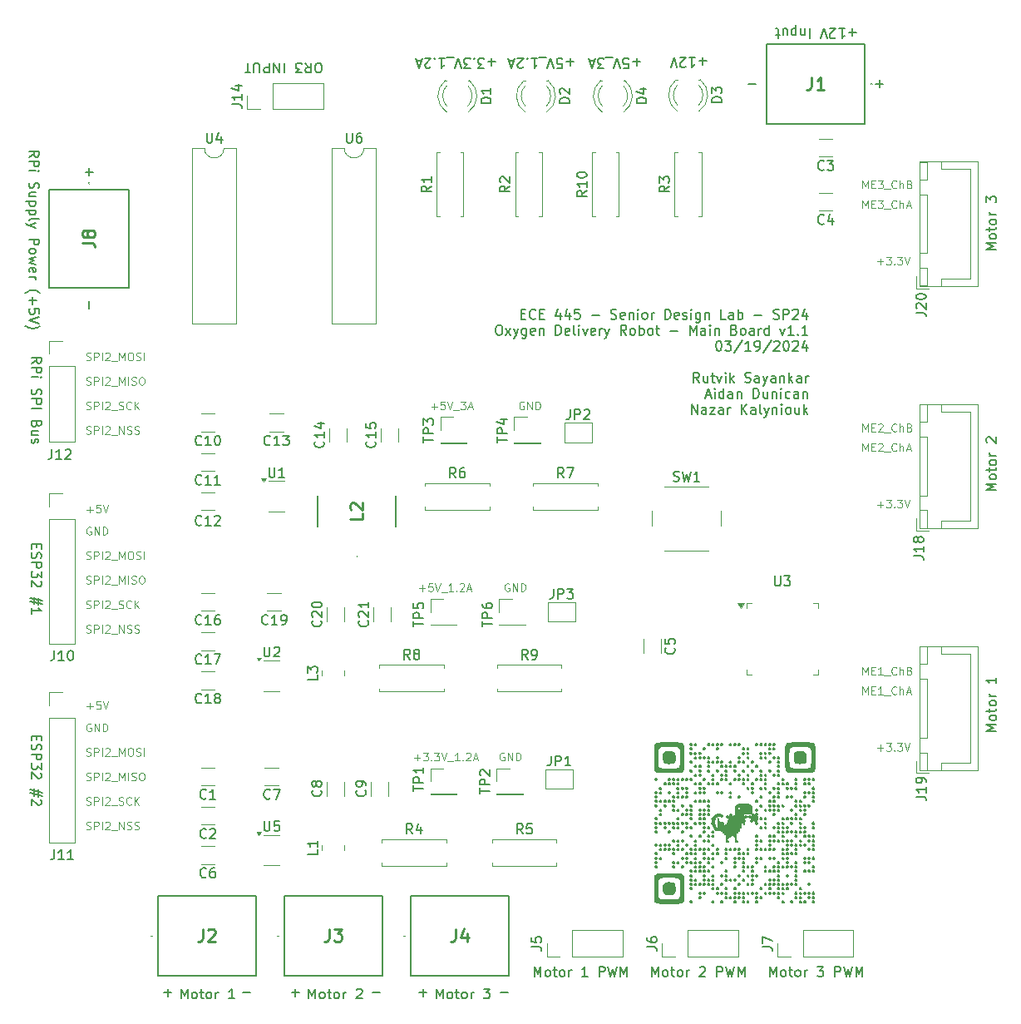
<source format=gbr>
%TF.GenerationSoftware,KiCad,Pcbnew,8.0.0*%
%TF.CreationDate,2024-03-19T14:17:09-05:00*%
%TF.ProjectId,MainBoard,4d61696e-426f-4617-9264-2e6b69636164,rev?*%
%TF.SameCoordinates,Original*%
%TF.FileFunction,Legend,Top*%
%TF.FilePolarity,Positive*%
%FSLAX46Y46*%
G04 Gerber Fmt 4.6, Leading zero omitted, Abs format (unit mm)*
G04 Created by KiCad (PCBNEW 8.0.0) date 2024-03-19 14:17:09*
%MOMM*%
%LPD*%
G01*
G04 APERTURE LIST*
%ADD10C,0.100000*%
%ADD11C,0.200000*%
%ADD12C,0.300000*%
%ADD13C,0.150000*%
%ADD14C,0.254000*%
%ADD15C,0.000000*%
%ADD16C,0.120000*%
G04 APERTURE END LIST*
D10*
X189756265Y-70592133D02*
X190365789Y-70592133D01*
X190061027Y-70896895D02*
X190061027Y-70287371D01*
X190670550Y-70096895D02*
X191165788Y-70096895D01*
X191165788Y-70096895D02*
X190899122Y-70401657D01*
X190899122Y-70401657D02*
X191013407Y-70401657D01*
X191013407Y-70401657D02*
X191089598Y-70439752D01*
X191089598Y-70439752D02*
X191127693Y-70477847D01*
X191127693Y-70477847D02*
X191165788Y-70554038D01*
X191165788Y-70554038D02*
X191165788Y-70744514D01*
X191165788Y-70744514D02*
X191127693Y-70820704D01*
X191127693Y-70820704D02*
X191089598Y-70858800D01*
X191089598Y-70858800D02*
X191013407Y-70896895D01*
X191013407Y-70896895D02*
X190784836Y-70896895D01*
X190784836Y-70896895D02*
X190708645Y-70858800D01*
X190708645Y-70858800D02*
X190670550Y-70820704D01*
X191508646Y-70820704D02*
X191546741Y-70858800D01*
X191546741Y-70858800D02*
X191508646Y-70896895D01*
X191508646Y-70896895D02*
X191470550Y-70858800D01*
X191470550Y-70858800D02*
X191508646Y-70820704D01*
X191508646Y-70820704D02*
X191508646Y-70896895D01*
X191813407Y-70096895D02*
X192308645Y-70096895D01*
X192308645Y-70096895D02*
X192041979Y-70401657D01*
X192041979Y-70401657D02*
X192156264Y-70401657D01*
X192156264Y-70401657D02*
X192232455Y-70439752D01*
X192232455Y-70439752D02*
X192270550Y-70477847D01*
X192270550Y-70477847D02*
X192308645Y-70554038D01*
X192308645Y-70554038D02*
X192308645Y-70744514D01*
X192308645Y-70744514D02*
X192270550Y-70820704D01*
X192270550Y-70820704D02*
X192232455Y-70858800D01*
X192232455Y-70858800D02*
X192156264Y-70896895D01*
X192156264Y-70896895D02*
X191927693Y-70896895D01*
X191927693Y-70896895D02*
X191851502Y-70858800D01*
X191851502Y-70858800D02*
X191813407Y-70820704D01*
X192537217Y-70096895D02*
X192803884Y-70896895D01*
X192803884Y-70896895D02*
X193070550Y-70096895D01*
X109218169Y-108358800D02*
X109332455Y-108396895D01*
X109332455Y-108396895D02*
X109522931Y-108396895D01*
X109522931Y-108396895D02*
X109599122Y-108358800D01*
X109599122Y-108358800D02*
X109637217Y-108320704D01*
X109637217Y-108320704D02*
X109675312Y-108244514D01*
X109675312Y-108244514D02*
X109675312Y-108168323D01*
X109675312Y-108168323D02*
X109637217Y-108092133D01*
X109637217Y-108092133D02*
X109599122Y-108054038D01*
X109599122Y-108054038D02*
X109522931Y-108015942D01*
X109522931Y-108015942D02*
X109370550Y-107977847D01*
X109370550Y-107977847D02*
X109294360Y-107939752D01*
X109294360Y-107939752D02*
X109256265Y-107901657D01*
X109256265Y-107901657D02*
X109218169Y-107825466D01*
X109218169Y-107825466D02*
X109218169Y-107749276D01*
X109218169Y-107749276D02*
X109256265Y-107673085D01*
X109256265Y-107673085D02*
X109294360Y-107634990D01*
X109294360Y-107634990D02*
X109370550Y-107596895D01*
X109370550Y-107596895D02*
X109561027Y-107596895D01*
X109561027Y-107596895D02*
X109675312Y-107634990D01*
X110018170Y-108396895D02*
X110018170Y-107596895D01*
X110018170Y-107596895D02*
X110322932Y-107596895D01*
X110322932Y-107596895D02*
X110399122Y-107634990D01*
X110399122Y-107634990D02*
X110437217Y-107673085D01*
X110437217Y-107673085D02*
X110475313Y-107749276D01*
X110475313Y-107749276D02*
X110475313Y-107863561D01*
X110475313Y-107863561D02*
X110437217Y-107939752D01*
X110437217Y-107939752D02*
X110399122Y-107977847D01*
X110399122Y-107977847D02*
X110322932Y-108015942D01*
X110322932Y-108015942D02*
X110018170Y-108015942D01*
X110818170Y-108396895D02*
X110818170Y-107596895D01*
X111161026Y-107673085D02*
X111199122Y-107634990D01*
X111199122Y-107634990D02*
X111275312Y-107596895D01*
X111275312Y-107596895D02*
X111465788Y-107596895D01*
X111465788Y-107596895D02*
X111541979Y-107634990D01*
X111541979Y-107634990D02*
X111580074Y-107673085D01*
X111580074Y-107673085D02*
X111618169Y-107749276D01*
X111618169Y-107749276D02*
X111618169Y-107825466D01*
X111618169Y-107825466D02*
X111580074Y-107939752D01*
X111580074Y-107939752D02*
X111122931Y-108396895D01*
X111122931Y-108396895D02*
X111618169Y-108396895D01*
X111770551Y-108473085D02*
X112380074Y-108473085D01*
X112570551Y-108396895D02*
X112570551Y-107596895D01*
X112570551Y-107596895D02*
X113027694Y-108396895D01*
X113027694Y-108396895D02*
X113027694Y-107596895D01*
X113370550Y-108358800D02*
X113484836Y-108396895D01*
X113484836Y-108396895D02*
X113675312Y-108396895D01*
X113675312Y-108396895D02*
X113751503Y-108358800D01*
X113751503Y-108358800D02*
X113789598Y-108320704D01*
X113789598Y-108320704D02*
X113827693Y-108244514D01*
X113827693Y-108244514D02*
X113827693Y-108168323D01*
X113827693Y-108168323D02*
X113789598Y-108092133D01*
X113789598Y-108092133D02*
X113751503Y-108054038D01*
X113751503Y-108054038D02*
X113675312Y-108015942D01*
X113675312Y-108015942D02*
X113522931Y-107977847D01*
X113522931Y-107977847D02*
X113446741Y-107939752D01*
X113446741Y-107939752D02*
X113408646Y-107901657D01*
X113408646Y-107901657D02*
X113370550Y-107825466D01*
X113370550Y-107825466D02*
X113370550Y-107749276D01*
X113370550Y-107749276D02*
X113408646Y-107673085D01*
X113408646Y-107673085D02*
X113446741Y-107634990D01*
X113446741Y-107634990D02*
X113522931Y-107596895D01*
X113522931Y-107596895D02*
X113713408Y-107596895D01*
X113713408Y-107596895D02*
X113827693Y-107634990D01*
X114132455Y-108358800D02*
X114246741Y-108396895D01*
X114246741Y-108396895D02*
X114437217Y-108396895D01*
X114437217Y-108396895D02*
X114513408Y-108358800D01*
X114513408Y-108358800D02*
X114551503Y-108320704D01*
X114551503Y-108320704D02*
X114589598Y-108244514D01*
X114589598Y-108244514D02*
X114589598Y-108168323D01*
X114589598Y-108168323D02*
X114551503Y-108092133D01*
X114551503Y-108092133D02*
X114513408Y-108054038D01*
X114513408Y-108054038D02*
X114437217Y-108015942D01*
X114437217Y-108015942D02*
X114284836Y-107977847D01*
X114284836Y-107977847D02*
X114208646Y-107939752D01*
X114208646Y-107939752D02*
X114170551Y-107901657D01*
X114170551Y-107901657D02*
X114132455Y-107825466D01*
X114132455Y-107825466D02*
X114132455Y-107749276D01*
X114132455Y-107749276D02*
X114170551Y-107673085D01*
X114170551Y-107673085D02*
X114208646Y-107634990D01*
X114208646Y-107634990D02*
X114284836Y-107596895D01*
X114284836Y-107596895D02*
X114475313Y-107596895D01*
X114475313Y-107596895D02*
X114589598Y-107634990D01*
D11*
X201867219Y-69380326D02*
X200867219Y-69380326D01*
X200867219Y-69380326D02*
X201581504Y-69046993D01*
X201581504Y-69046993D02*
X200867219Y-68713660D01*
X200867219Y-68713660D02*
X201867219Y-68713660D01*
X201867219Y-68094612D02*
X201819600Y-68189850D01*
X201819600Y-68189850D02*
X201771980Y-68237469D01*
X201771980Y-68237469D02*
X201676742Y-68285088D01*
X201676742Y-68285088D02*
X201391028Y-68285088D01*
X201391028Y-68285088D02*
X201295790Y-68237469D01*
X201295790Y-68237469D02*
X201248171Y-68189850D01*
X201248171Y-68189850D02*
X201200552Y-68094612D01*
X201200552Y-68094612D02*
X201200552Y-67951755D01*
X201200552Y-67951755D02*
X201248171Y-67856517D01*
X201248171Y-67856517D02*
X201295790Y-67808898D01*
X201295790Y-67808898D02*
X201391028Y-67761279D01*
X201391028Y-67761279D02*
X201676742Y-67761279D01*
X201676742Y-67761279D02*
X201771980Y-67808898D01*
X201771980Y-67808898D02*
X201819600Y-67856517D01*
X201819600Y-67856517D02*
X201867219Y-67951755D01*
X201867219Y-67951755D02*
X201867219Y-68094612D01*
X201200552Y-67475564D02*
X201200552Y-67094612D01*
X200867219Y-67332707D02*
X201724361Y-67332707D01*
X201724361Y-67332707D02*
X201819600Y-67285088D01*
X201819600Y-67285088D02*
X201867219Y-67189850D01*
X201867219Y-67189850D02*
X201867219Y-67094612D01*
X201867219Y-66618421D02*
X201819600Y-66713659D01*
X201819600Y-66713659D02*
X201771980Y-66761278D01*
X201771980Y-66761278D02*
X201676742Y-66808897D01*
X201676742Y-66808897D02*
X201391028Y-66808897D01*
X201391028Y-66808897D02*
X201295790Y-66761278D01*
X201295790Y-66761278D02*
X201248171Y-66713659D01*
X201248171Y-66713659D02*
X201200552Y-66618421D01*
X201200552Y-66618421D02*
X201200552Y-66475564D01*
X201200552Y-66475564D02*
X201248171Y-66380326D01*
X201248171Y-66380326D02*
X201295790Y-66332707D01*
X201295790Y-66332707D02*
X201391028Y-66285088D01*
X201391028Y-66285088D02*
X201676742Y-66285088D01*
X201676742Y-66285088D02*
X201771980Y-66332707D01*
X201771980Y-66332707D02*
X201819600Y-66380326D01*
X201819600Y-66380326D02*
X201867219Y-66475564D01*
X201867219Y-66475564D02*
X201867219Y-66618421D01*
X201867219Y-65856516D02*
X201200552Y-65856516D01*
X201391028Y-65856516D02*
X201295790Y-65808897D01*
X201295790Y-65808897D02*
X201248171Y-65761278D01*
X201248171Y-65761278D02*
X201200552Y-65666040D01*
X201200552Y-65666040D02*
X201200552Y-65570802D01*
X200867219Y-64570801D02*
X200867219Y-63951754D01*
X200867219Y-63951754D02*
X201248171Y-64285087D01*
X201248171Y-64285087D02*
X201248171Y-64142230D01*
X201248171Y-64142230D02*
X201295790Y-64046992D01*
X201295790Y-64046992D02*
X201343409Y-63999373D01*
X201343409Y-63999373D02*
X201438647Y-63951754D01*
X201438647Y-63951754D02*
X201676742Y-63951754D01*
X201676742Y-63951754D02*
X201771980Y-63999373D01*
X201771980Y-63999373D02*
X201819600Y-64046992D01*
X201819600Y-64046992D02*
X201867219Y-64142230D01*
X201867219Y-64142230D02*
X201867219Y-64427944D01*
X201867219Y-64427944D02*
X201819600Y-64523182D01*
X201819600Y-64523182D02*
X201771980Y-64570801D01*
X138369673Y-144986266D02*
X139131578Y-144986266D01*
D10*
X109256265Y-95842133D02*
X109865789Y-95842133D01*
X109561027Y-96146895D02*
X109561027Y-95537371D01*
X110627693Y-95346895D02*
X110246741Y-95346895D01*
X110246741Y-95346895D02*
X110208645Y-95727847D01*
X110208645Y-95727847D02*
X110246741Y-95689752D01*
X110246741Y-95689752D02*
X110322931Y-95651657D01*
X110322931Y-95651657D02*
X110513407Y-95651657D01*
X110513407Y-95651657D02*
X110589598Y-95689752D01*
X110589598Y-95689752D02*
X110627693Y-95727847D01*
X110627693Y-95727847D02*
X110665788Y-95804038D01*
X110665788Y-95804038D02*
X110665788Y-95994514D01*
X110665788Y-95994514D02*
X110627693Y-96070704D01*
X110627693Y-96070704D02*
X110589598Y-96108800D01*
X110589598Y-96108800D02*
X110513407Y-96146895D01*
X110513407Y-96146895D02*
X110322931Y-96146895D01*
X110322931Y-96146895D02*
X110246741Y-96108800D01*
X110246741Y-96108800D02*
X110208645Y-96070704D01*
X110894360Y-95346895D02*
X111161027Y-96146895D01*
X111161027Y-96146895D02*
X111427693Y-95346895D01*
X109218169Y-128358800D02*
X109332455Y-128396895D01*
X109332455Y-128396895D02*
X109522931Y-128396895D01*
X109522931Y-128396895D02*
X109599122Y-128358800D01*
X109599122Y-128358800D02*
X109637217Y-128320704D01*
X109637217Y-128320704D02*
X109675312Y-128244514D01*
X109675312Y-128244514D02*
X109675312Y-128168323D01*
X109675312Y-128168323D02*
X109637217Y-128092133D01*
X109637217Y-128092133D02*
X109599122Y-128054038D01*
X109599122Y-128054038D02*
X109522931Y-128015942D01*
X109522931Y-128015942D02*
X109370550Y-127977847D01*
X109370550Y-127977847D02*
X109294360Y-127939752D01*
X109294360Y-127939752D02*
X109256265Y-127901657D01*
X109256265Y-127901657D02*
X109218169Y-127825466D01*
X109218169Y-127825466D02*
X109218169Y-127749276D01*
X109218169Y-127749276D02*
X109256265Y-127673085D01*
X109256265Y-127673085D02*
X109294360Y-127634990D01*
X109294360Y-127634990D02*
X109370550Y-127596895D01*
X109370550Y-127596895D02*
X109561027Y-127596895D01*
X109561027Y-127596895D02*
X109675312Y-127634990D01*
X110018170Y-128396895D02*
X110018170Y-127596895D01*
X110018170Y-127596895D02*
X110322932Y-127596895D01*
X110322932Y-127596895D02*
X110399122Y-127634990D01*
X110399122Y-127634990D02*
X110437217Y-127673085D01*
X110437217Y-127673085D02*
X110475313Y-127749276D01*
X110475313Y-127749276D02*
X110475313Y-127863561D01*
X110475313Y-127863561D02*
X110437217Y-127939752D01*
X110437217Y-127939752D02*
X110399122Y-127977847D01*
X110399122Y-127977847D02*
X110322932Y-128015942D01*
X110322932Y-128015942D02*
X110018170Y-128015942D01*
X110818170Y-128396895D02*
X110818170Y-127596895D01*
X111161026Y-127673085D02*
X111199122Y-127634990D01*
X111199122Y-127634990D02*
X111275312Y-127596895D01*
X111275312Y-127596895D02*
X111465788Y-127596895D01*
X111465788Y-127596895D02*
X111541979Y-127634990D01*
X111541979Y-127634990D02*
X111580074Y-127673085D01*
X111580074Y-127673085D02*
X111618169Y-127749276D01*
X111618169Y-127749276D02*
X111618169Y-127825466D01*
X111618169Y-127825466D02*
X111580074Y-127939752D01*
X111580074Y-127939752D02*
X111122931Y-128396895D01*
X111122931Y-128396895D02*
X111618169Y-128396895D01*
X111770551Y-128473085D02*
X112380074Y-128473085D01*
X112570551Y-128396895D02*
X112570551Y-127596895D01*
X112570551Y-127596895D02*
X113027694Y-128396895D01*
X113027694Y-128396895D02*
X113027694Y-127596895D01*
X113370550Y-128358800D02*
X113484836Y-128396895D01*
X113484836Y-128396895D02*
X113675312Y-128396895D01*
X113675312Y-128396895D02*
X113751503Y-128358800D01*
X113751503Y-128358800D02*
X113789598Y-128320704D01*
X113789598Y-128320704D02*
X113827693Y-128244514D01*
X113827693Y-128244514D02*
X113827693Y-128168323D01*
X113827693Y-128168323D02*
X113789598Y-128092133D01*
X113789598Y-128092133D02*
X113751503Y-128054038D01*
X113751503Y-128054038D02*
X113675312Y-128015942D01*
X113675312Y-128015942D02*
X113522931Y-127977847D01*
X113522931Y-127977847D02*
X113446741Y-127939752D01*
X113446741Y-127939752D02*
X113408646Y-127901657D01*
X113408646Y-127901657D02*
X113370550Y-127825466D01*
X113370550Y-127825466D02*
X113370550Y-127749276D01*
X113370550Y-127749276D02*
X113408646Y-127673085D01*
X113408646Y-127673085D02*
X113446741Y-127634990D01*
X113446741Y-127634990D02*
X113522931Y-127596895D01*
X113522931Y-127596895D02*
X113713408Y-127596895D01*
X113713408Y-127596895D02*
X113827693Y-127634990D01*
X114132455Y-128358800D02*
X114246741Y-128396895D01*
X114246741Y-128396895D02*
X114437217Y-128396895D01*
X114437217Y-128396895D02*
X114513408Y-128358800D01*
X114513408Y-128358800D02*
X114551503Y-128320704D01*
X114551503Y-128320704D02*
X114589598Y-128244514D01*
X114589598Y-128244514D02*
X114589598Y-128168323D01*
X114589598Y-128168323D02*
X114551503Y-128092133D01*
X114551503Y-128092133D02*
X114513408Y-128054038D01*
X114513408Y-128054038D02*
X114437217Y-128015942D01*
X114437217Y-128015942D02*
X114284836Y-127977847D01*
X114284836Y-127977847D02*
X114208646Y-127939752D01*
X114208646Y-127939752D02*
X114170551Y-127901657D01*
X114170551Y-127901657D02*
X114132455Y-127825466D01*
X114132455Y-127825466D02*
X114132455Y-127749276D01*
X114132455Y-127749276D02*
X114170551Y-127673085D01*
X114170551Y-127673085D02*
X114208646Y-127634990D01*
X114208646Y-127634990D02*
X114284836Y-127596895D01*
X114284836Y-127596895D02*
X114475313Y-127596895D01*
X114475313Y-127596895D02*
X114589598Y-127634990D01*
D11*
X143513733Y-144619673D02*
X143513733Y-145381578D01*
X143132780Y-145000625D02*
X143894685Y-145000625D01*
D10*
X109218169Y-125858800D02*
X109332455Y-125896895D01*
X109332455Y-125896895D02*
X109522931Y-125896895D01*
X109522931Y-125896895D02*
X109599122Y-125858800D01*
X109599122Y-125858800D02*
X109637217Y-125820704D01*
X109637217Y-125820704D02*
X109675312Y-125744514D01*
X109675312Y-125744514D02*
X109675312Y-125668323D01*
X109675312Y-125668323D02*
X109637217Y-125592133D01*
X109637217Y-125592133D02*
X109599122Y-125554038D01*
X109599122Y-125554038D02*
X109522931Y-125515942D01*
X109522931Y-125515942D02*
X109370550Y-125477847D01*
X109370550Y-125477847D02*
X109294360Y-125439752D01*
X109294360Y-125439752D02*
X109256265Y-125401657D01*
X109256265Y-125401657D02*
X109218169Y-125325466D01*
X109218169Y-125325466D02*
X109218169Y-125249276D01*
X109218169Y-125249276D02*
X109256265Y-125173085D01*
X109256265Y-125173085D02*
X109294360Y-125134990D01*
X109294360Y-125134990D02*
X109370550Y-125096895D01*
X109370550Y-125096895D02*
X109561027Y-125096895D01*
X109561027Y-125096895D02*
X109675312Y-125134990D01*
X110018170Y-125896895D02*
X110018170Y-125096895D01*
X110018170Y-125096895D02*
X110322932Y-125096895D01*
X110322932Y-125096895D02*
X110399122Y-125134990D01*
X110399122Y-125134990D02*
X110437217Y-125173085D01*
X110437217Y-125173085D02*
X110475313Y-125249276D01*
X110475313Y-125249276D02*
X110475313Y-125363561D01*
X110475313Y-125363561D02*
X110437217Y-125439752D01*
X110437217Y-125439752D02*
X110399122Y-125477847D01*
X110399122Y-125477847D02*
X110322932Y-125515942D01*
X110322932Y-125515942D02*
X110018170Y-125515942D01*
X110818170Y-125896895D02*
X110818170Y-125096895D01*
X111161026Y-125173085D02*
X111199122Y-125134990D01*
X111199122Y-125134990D02*
X111275312Y-125096895D01*
X111275312Y-125096895D02*
X111465788Y-125096895D01*
X111465788Y-125096895D02*
X111541979Y-125134990D01*
X111541979Y-125134990D02*
X111580074Y-125173085D01*
X111580074Y-125173085D02*
X111618169Y-125249276D01*
X111618169Y-125249276D02*
X111618169Y-125325466D01*
X111618169Y-125325466D02*
X111580074Y-125439752D01*
X111580074Y-125439752D02*
X111122931Y-125896895D01*
X111122931Y-125896895D02*
X111618169Y-125896895D01*
X111770551Y-125973085D02*
X112380074Y-125973085D01*
X112532455Y-125858800D02*
X112646741Y-125896895D01*
X112646741Y-125896895D02*
X112837217Y-125896895D01*
X112837217Y-125896895D02*
X112913408Y-125858800D01*
X112913408Y-125858800D02*
X112951503Y-125820704D01*
X112951503Y-125820704D02*
X112989598Y-125744514D01*
X112989598Y-125744514D02*
X112989598Y-125668323D01*
X112989598Y-125668323D02*
X112951503Y-125592133D01*
X112951503Y-125592133D02*
X112913408Y-125554038D01*
X112913408Y-125554038D02*
X112837217Y-125515942D01*
X112837217Y-125515942D02*
X112684836Y-125477847D01*
X112684836Y-125477847D02*
X112608646Y-125439752D01*
X112608646Y-125439752D02*
X112570551Y-125401657D01*
X112570551Y-125401657D02*
X112532455Y-125325466D01*
X112532455Y-125325466D02*
X112532455Y-125249276D01*
X112532455Y-125249276D02*
X112570551Y-125173085D01*
X112570551Y-125173085D02*
X112608646Y-125134990D01*
X112608646Y-125134990D02*
X112684836Y-125096895D01*
X112684836Y-125096895D02*
X112875313Y-125096895D01*
X112875313Y-125096895D02*
X112989598Y-125134990D01*
X113789599Y-125820704D02*
X113751503Y-125858800D01*
X113751503Y-125858800D02*
X113637218Y-125896895D01*
X113637218Y-125896895D02*
X113561027Y-125896895D01*
X113561027Y-125896895D02*
X113446741Y-125858800D01*
X113446741Y-125858800D02*
X113370551Y-125782609D01*
X113370551Y-125782609D02*
X113332456Y-125706419D01*
X113332456Y-125706419D02*
X113294360Y-125554038D01*
X113294360Y-125554038D02*
X113294360Y-125439752D01*
X113294360Y-125439752D02*
X113332456Y-125287371D01*
X113332456Y-125287371D02*
X113370551Y-125211180D01*
X113370551Y-125211180D02*
X113446741Y-125134990D01*
X113446741Y-125134990D02*
X113561027Y-125096895D01*
X113561027Y-125096895D02*
X113637218Y-125096895D01*
X113637218Y-125096895D02*
X113751503Y-125134990D01*
X113751503Y-125134990D02*
X113789599Y-125173085D01*
X114132456Y-125896895D02*
X114132456Y-125096895D01*
X114589599Y-125896895D02*
X114246741Y-125439752D01*
X114589599Y-125096895D02*
X114132456Y-125554038D01*
X109218169Y-120858800D02*
X109332455Y-120896895D01*
X109332455Y-120896895D02*
X109522931Y-120896895D01*
X109522931Y-120896895D02*
X109599122Y-120858800D01*
X109599122Y-120858800D02*
X109637217Y-120820704D01*
X109637217Y-120820704D02*
X109675312Y-120744514D01*
X109675312Y-120744514D02*
X109675312Y-120668323D01*
X109675312Y-120668323D02*
X109637217Y-120592133D01*
X109637217Y-120592133D02*
X109599122Y-120554038D01*
X109599122Y-120554038D02*
X109522931Y-120515942D01*
X109522931Y-120515942D02*
X109370550Y-120477847D01*
X109370550Y-120477847D02*
X109294360Y-120439752D01*
X109294360Y-120439752D02*
X109256265Y-120401657D01*
X109256265Y-120401657D02*
X109218169Y-120325466D01*
X109218169Y-120325466D02*
X109218169Y-120249276D01*
X109218169Y-120249276D02*
X109256265Y-120173085D01*
X109256265Y-120173085D02*
X109294360Y-120134990D01*
X109294360Y-120134990D02*
X109370550Y-120096895D01*
X109370550Y-120096895D02*
X109561027Y-120096895D01*
X109561027Y-120096895D02*
X109675312Y-120134990D01*
X110018170Y-120896895D02*
X110018170Y-120096895D01*
X110018170Y-120096895D02*
X110322932Y-120096895D01*
X110322932Y-120096895D02*
X110399122Y-120134990D01*
X110399122Y-120134990D02*
X110437217Y-120173085D01*
X110437217Y-120173085D02*
X110475313Y-120249276D01*
X110475313Y-120249276D02*
X110475313Y-120363561D01*
X110475313Y-120363561D02*
X110437217Y-120439752D01*
X110437217Y-120439752D02*
X110399122Y-120477847D01*
X110399122Y-120477847D02*
X110322932Y-120515942D01*
X110322932Y-120515942D02*
X110018170Y-120515942D01*
X110818170Y-120896895D02*
X110818170Y-120096895D01*
X111161026Y-120173085D02*
X111199122Y-120134990D01*
X111199122Y-120134990D02*
X111275312Y-120096895D01*
X111275312Y-120096895D02*
X111465788Y-120096895D01*
X111465788Y-120096895D02*
X111541979Y-120134990D01*
X111541979Y-120134990D02*
X111580074Y-120173085D01*
X111580074Y-120173085D02*
X111618169Y-120249276D01*
X111618169Y-120249276D02*
X111618169Y-120325466D01*
X111618169Y-120325466D02*
X111580074Y-120439752D01*
X111580074Y-120439752D02*
X111122931Y-120896895D01*
X111122931Y-120896895D02*
X111618169Y-120896895D01*
X111770551Y-120973085D02*
X112380074Y-120973085D01*
X112570551Y-120896895D02*
X112570551Y-120096895D01*
X112570551Y-120096895D02*
X112837217Y-120668323D01*
X112837217Y-120668323D02*
X113103884Y-120096895D01*
X113103884Y-120096895D02*
X113103884Y-120896895D01*
X113637218Y-120096895D02*
X113789599Y-120096895D01*
X113789599Y-120096895D02*
X113865789Y-120134990D01*
X113865789Y-120134990D02*
X113941980Y-120211180D01*
X113941980Y-120211180D02*
X113980075Y-120363561D01*
X113980075Y-120363561D02*
X113980075Y-120630228D01*
X113980075Y-120630228D02*
X113941980Y-120782609D01*
X113941980Y-120782609D02*
X113865789Y-120858800D01*
X113865789Y-120858800D02*
X113789599Y-120896895D01*
X113789599Y-120896895D02*
X113637218Y-120896895D01*
X113637218Y-120896895D02*
X113561027Y-120858800D01*
X113561027Y-120858800D02*
X113484837Y-120782609D01*
X113484837Y-120782609D02*
X113446741Y-120630228D01*
X113446741Y-120630228D02*
X113446741Y-120363561D01*
X113446741Y-120363561D02*
X113484837Y-120211180D01*
X113484837Y-120211180D02*
X113561027Y-120134990D01*
X113561027Y-120134990D02*
X113637218Y-120096895D01*
X114284836Y-120858800D02*
X114399122Y-120896895D01*
X114399122Y-120896895D02*
X114589598Y-120896895D01*
X114589598Y-120896895D02*
X114665789Y-120858800D01*
X114665789Y-120858800D02*
X114703884Y-120820704D01*
X114703884Y-120820704D02*
X114741979Y-120744514D01*
X114741979Y-120744514D02*
X114741979Y-120668323D01*
X114741979Y-120668323D02*
X114703884Y-120592133D01*
X114703884Y-120592133D02*
X114665789Y-120554038D01*
X114665789Y-120554038D02*
X114589598Y-120515942D01*
X114589598Y-120515942D02*
X114437217Y-120477847D01*
X114437217Y-120477847D02*
X114361027Y-120439752D01*
X114361027Y-120439752D02*
X114322932Y-120401657D01*
X114322932Y-120401657D02*
X114284836Y-120325466D01*
X114284836Y-120325466D02*
X114284836Y-120249276D01*
X114284836Y-120249276D02*
X114322932Y-120173085D01*
X114322932Y-120173085D02*
X114361027Y-120134990D01*
X114361027Y-120134990D02*
X114437217Y-120096895D01*
X114437217Y-120096895D02*
X114627694Y-120096895D01*
X114627694Y-120096895D02*
X114741979Y-120134990D01*
X115084837Y-120896895D02*
X115084837Y-120096895D01*
D11*
X144869673Y-145617219D02*
X144869673Y-144617219D01*
X144869673Y-144617219D02*
X145203006Y-145331504D01*
X145203006Y-145331504D02*
X145536339Y-144617219D01*
X145536339Y-144617219D02*
X145536339Y-145617219D01*
X146155387Y-145617219D02*
X146060149Y-145569600D01*
X146060149Y-145569600D02*
X146012530Y-145521980D01*
X146012530Y-145521980D02*
X145964911Y-145426742D01*
X145964911Y-145426742D02*
X145964911Y-145141028D01*
X145964911Y-145141028D02*
X146012530Y-145045790D01*
X146012530Y-145045790D02*
X146060149Y-144998171D01*
X146060149Y-144998171D02*
X146155387Y-144950552D01*
X146155387Y-144950552D02*
X146298244Y-144950552D01*
X146298244Y-144950552D02*
X146393482Y-144998171D01*
X146393482Y-144998171D02*
X146441101Y-145045790D01*
X146441101Y-145045790D02*
X146488720Y-145141028D01*
X146488720Y-145141028D02*
X146488720Y-145426742D01*
X146488720Y-145426742D02*
X146441101Y-145521980D01*
X146441101Y-145521980D02*
X146393482Y-145569600D01*
X146393482Y-145569600D02*
X146298244Y-145617219D01*
X146298244Y-145617219D02*
X146155387Y-145617219D01*
X146774435Y-144950552D02*
X147155387Y-144950552D01*
X146917292Y-144617219D02*
X146917292Y-145474361D01*
X146917292Y-145474361D02*
X146964911Y-145569600D01*
X146964911Y-145569600D02*
X147060149Y-145617219D01*
X147060149Y-145617219D02*
X147155387Y-145617219D01*
X147631578Y-145617219D02*
X147536340Y-145569600D01*
X147536340Y-145569600D02*
X147488721Y-145521980D01*
X147488721Y-145521980D02*
X147441102Y-145426742D01*
X147441102Y-145426742D02*
X147441102Y-145141028D01*
X147441102Y-145141028D02*
X147488721Y-145045790D01*
X147488721Y-145045790D02*
X147536340Y-144998171D01*
X147536340Y-144998171D02*
X147631578Y-144950552D01*
X147631578Y-144950552D02*
X147774435Y-144950552D01*
X147774435Y-144950552D02*
X147869673Y-144998171D01*
X147869673Y-144998171D02*
X147917292Y-145045790D01*
X147917292Y-145045790D02*
X147964911Y-145141028D01*
X147964911Y-145141028D02*
X147964911Y-145426742D01*
X147964911Y-145426742D02*
X147917292Y-145521980D01*
X147917292Y-145521980D02*
X147869673Y-145569600D01*
X147869673Y-145569600D02*
X147774435Y-145617219D01*
X147774435Y-145617219D02*
X147631578Y-145617219D01*
X148393483Y-145617219D02*
X148393483Y-144950552D01*
X148393483Y-145141028D02*
X148441102Y-145045790D01*
X148441102Y-145045790D02*
X148488721Y-144998171D01*
X148488721Y-144998171D02*
X148583959Y-144950552D01*
X148583959Y-144950552D02*
X148679197Y-144950552D01*
X149679198Y-144617219D02*
X150298245Y-144617219D01*
X150298245Y-144617219D02*
X149964912Y-144998171D01*
X149964912Y-144998171D02*
X150107769Y-144998171D01*
X150107769Y-144998171D02*
X150203007Y-145045790D01*
X150203007Y-145045790D02*
X150250626Y-145093409D01*
X150250626Y-145093409D02*
X150298245Y-145188647D01*
X150298245Y-145188647D02*
X150298245Y-145426742D01*
X150298245Y-145426742D02*
X150250626Y-145521980D01*
X150250626Y-145521980D02*
X150203007Y-145569600D01*
X150203007Y-145569600D02*
X150107769Y-145617219D01*
X150107769Y-145617219D02*
X149822055Y-145617219D01*
X149822055Y-145617219D02*
X149726817Y-145569600D01*
X149726817Y-145569600D02*
X149679198Y-145521980D01*
D10*
X109218169Y-83108800D02*
X109332455Y-83146895D01*
X109332455Y-83146895D02*
X109522931Y-83146895D01*
X109522931Y-83146895D02*
X109599122Y-83108800D01*
X109599122Y-83108800D02*
X109637217Y-83070704D01*
X109637217Y-83070704D02*
X109675312Y-82994514D01*
X109675312Y-82994514D02*
X109675312Y-82918323D01*
X109675312Y-82918323D02*
X109637217Y-82842133D01*
X109637217Y-82842133D02*
X109599122Y-82804038D01*
X109599122Y-82804038D02*
X109522931Y-82765942D01*
X109522931Y-82765942D02*
X109370550Y-82727847D01*
X109370550Y-82727847D02*
X109294360Y-82689752D01*
X109294360Y-82689752D02*
X109256265Y-82651657D01*
X109256265Y-82651657D02*
X109218169Y-82575466D01*
X109218169Y-82575466D02*
X109218169Y-82499276D01*
X109218169Y-82499276D02*
X109256265Y-82423085D01*
X109256265Y-82423085D02*
X109294360Y-82384990D01*
X109294360Y-82384990D02*
X109370550Y-82346895D01*
X109370550Y-82346895D02*
X109561027Y-82346895D01*
X109561027Y-82346895D02*
X109675312Y-82384990D01*
X110018170Y-83146895D02*
X110018170Y-82346895D01*
X110018170Y-82346895D02*
X110322932Y-82346895D01*
X110322932Y-82346895D02*
X110399122Y-82384990D01*
X110399122Y-82384990D02*
X110437217Y-82423085D01*
X110437217Y-82423085D02*
X110475313Y-82499276D01*
X110475313Y-82499276D02*
X110475313Y-82613561D01*
X110475313Y-82613561D02*
X110437217Y-82689752D01*
X110437217Y-82689752D02*
X110399122Y-82727847D01*
X110399122Y-82727847D02*
X110322932Y-82765942D01*
X110322932Y-82765942D02*
X110018170Y-82765942D01*
X110818170Y-83146895D02*
X110818170Y-82346895D01*
X111161026Y-82423085D02*
X111199122Y-82384990D01*
X111199122Y-82384990D02*
X111275312Y-82346895D01*
X111275312Y-82346895D02*
X111465788Y-82346895D01*
X111465788Y-82346895D02*
X111541979Y-82384990D01*
X111541979Y-82384990D02*
X111580074Y-82423085D01*
X111580074Y-82423085D02*
X111618169Y-82499276D01*
X111618169Y-82499276D02*
X111618169Y-82575466D01*
X111618169Y-82575466D02*
X111580074Y-82689752D01*
X111580074Y-82689752D02*
X111122931Y-83146895D01*
X111122931Y-83146895D02*
X111618169Y-83146895D01*
X111770551Y-83223085D02*
X112380074Y-83223085D01*
X112570551Y-83146895D02*
X112570551Y-82346895D01*
X112570551Y-82346895D02*
X112837217Y-82918323D01*
X112837217Y-82918323D02*
X113103884Y-82346895D01*
X113103884Y-82346895D02*
X113103884Y-83146895D01*
X113484837Y-83146895D02*
X113484837Y-82346895D01*
X113827693Y-83108800D02*
X113941979Y-83146895D01*
X113941979Y-83146895D02*
X114132455Y-83146895D01*
X114132455Y-83146895D02*
X114208646Y-83108800D01*
X114208646Y-83108800D02*
X114246741Y-83070704D01*
X114246741Y-83070704D02*
X114284836Y-82994514D01*
X114284836Y-82994514D02*
X114284836Y-82918323D01*
X114284836Y-82918323D02*
X114246741Y-82842133D01*
X114246741Y-82842133D02*
X114208646Y-82804038D01*
X114208646Y-82804038D02*
X114132455Y-82765942D01*
X114132455Y-82765942D02*
X113980074Y-82727847D01*
X113980074Y-82727847D02*
X113903884Y-82689752D01*
X113903884Y-82689752D02*
X113865789Y-82651657D01*
X113865789Y-82651657D02*
X113827693Y-82575466D01*
X113827693Y-82575466D02*
X113827693Y-82499276D01*
X113827693Y-82499276D02*
X113865789Y-82423085D01*
X113865789Y-82423085D02*
X113903884Y-82384990D01*
X113903884Y-82384990D02*
X113980074Y-82346895D01*
X113980074Y-82346895D02*
X114170551Y-82346895D01*
X114170551Y-82346895D02*
X114284836Y-82384990D01*
X114780075Y-82346895D02*
X114932456Y-82346895D01*
X114932456Y-82346895D02*
X115008646Y-82384990D01*
X115008646Y-82384990D02*
X115084837Y-82461180D01*
X115084837Y-82461180D02*
X115122932Y-82613561D01*
X115122932Y-82613561D02*
X115122932Y-82880228D01*
X115122932Y-82880228D02*
X115084837Y-83032609D01*
X115084837Y-83032609D02*
X115008646Y-83108800D01*
X115008646Y-83108800D02*
X114932456Y-83146895D01*
X114932456Y-83146895D02*
X114780075Y-83146895D01*
X114780075Y-83146895D02*
X114703884Y-83108800D01*
X114703884Y-83108800D02*
X114627694Y-83032609D01*
X114627694Y-83032609D02*
X114589598Y-82880228D01*
X114589598Y-82880228D02*
X114589598Y-82613561D01*
X114589598Y-82613561D02*
X114627694Y-82461180D01*
X114627694Y-82461180D02*
X114703884Y-82384990D01*
X114703884Y-82384990D02*
X114780075Y-82346895D01*
D11*
X178829673Y-143367219D02*
X178829673Y-142367219D01*
X178829673Y-142367219D02*
X179163006Y-143081504D01*
X179163006Y-143081504D02*
X179496339Y-142367219D01*
X179496339Y-142367219D02*
X179496339Y-143367219D01*
X180115387Y-143367219D02*
X180020149Y-143319600D01*
X180020149Y-143319600D02*
X179972530Y-143271980D01*
X179972530Y-143271980D02*
X179924911Y-143176742D01*
X179924911Y-143176742D02*
X179924911Y-142891028D01*
X179924911Y-142891028D02*
X179972530Y-142795790D01*
X179972530Y-142795790D02*
X180020149Y-142748171D01*
X180020149Y-142748171D02*
X180115387Y-142700552D01*
X180115387Y-142700552D02*
X180258244Y-142700552D01*
X180258244Y-142700552D02*
X180353482Y-142748171D01*
X180353482Y-142748171D02*
X180401101Y-142795790D01*
X180401101Y-142795790D02*
X180448720Y-142891028D01*
X180448720Y-142891028D02*
X180448720Y-143176742D01*
X180448720Y-143176742D02*
X180401101Y-143271980D01*
X180401101Y-143271980D02*
X180353482Y-143319600D01*
X180353482Y-143319600D02*
X180258244Y-143367219D01*
X180258244Y-143367219D02*
X180115387Y-143367219D01*
X180734435Y-142700552D02*
X181115387Y-142700552D01*
X180877292Y-142367219D02*
X180877292Y-143224361D01*
X180877292Y-143224361D02*
X180924911Y-143319600D01*
X180924911Y-143319600D02*
X181020149Y-143367219D01*
X181020149Y-143367219D02*
X181115387Y-143367219D01*
X181591578Y-143367219D02*
X181496340Y-143319600D01*
X181496340Y-143319600D02*
X181448721Y-143271980D01*
X181448721Y-143271980D02*
X181401102Y-143176742D01*
X181401102Y-143176742D02*
X181401102Y-142891028D01*
X181401102Y-142891028D02*
X181448721Y-142795790D01*
X181448721Y-142795790D02*
X181496340Y-142748171D01*
X181496340Y-142748171D02*
X181591578Y-142700552D01*
X181591578Y-142700552D02*
X181734435Y-142700552D01*
X181734435Y-142700552D02*
X181829673Y-142748171D01*
X181829673Y-142748171D02*
X181877292Y-142795790D01*
X181877292Y-142795790D02*
X181924911Y-142891028D01*
X181924911Y-142891028D02*
X181924911Y-143176742D01*
X181924911Y-143176742D02*
X181877292Y-143271980D01*
X181877292Y-143271980D02*
X181829673Y-143319600D01*
X181829673Y-143319600D02*
X181734435Y-143367219D01*
X181734435Y-143367219D02*
X181591578Y-143367219D01*
X182353483Y-143367219D02*
X182353483Y-142700552D01*
X182353483Y-142891028D02*
X182401102Y-142795790D01*
X182401102Y-142795790D02*
X182448721Y-142748171D01*
X182448721Y-142748171D02*
X182543959Y-142700552D01*
X182543959Y-142700552D02*
X182639197Y-142700552D01*
X183639198Y-142367219D02*
X184258245Y-142367219D01*
X184258245Y-142367219D02*
X183924912Y-142748171D01*
X183924912Y-142748171D02*
X184067769Y-142748171D01*
X184067769Y-142748171D02*
X184163007Y-142795790D01*
X184163007Y-142795790D02*
X184210626Y-142843409D01*
X184210626Y-142843409D02*
X184258245Y-142938647D01*
X184258245Y-142938647D02*
X184258245Y-143176742D01*
X184258245Y-143176742D02*
X184210626Y-143271980D01*
X184210626Y-143271980D02*
X184163007Y-143319600D01*
X184163007Y-143319600D02*
X184067769Y-143367219D01*
X184067769Y-143367219D02*
X183782055Y-143367219D01*
X183782055Y-143367219D02*
X183686817Y-143319600D01*
X183686817Y-143319600D02*
X183639198Y-143271980D01*
X185448722Y-143367219D02*
X185448722Y-142367219D01*
X185448722Y-142367219D02*
X185829674Y-142367219D01*
X185829674Y-142367219D02*
X185924912Y-142414838D01*
X185924912Y-142414838D02*
X185972531Y-142462457D01*
X185972531Y-142462457D02*
X186020150Y-142557695D01*
X186020150Y-142557695D02*
X186020150Y-142700552D01*
X186020150Y-142700552D02*
X185972531Y-142795790D01*
X185972531Y-142795790D02*
X185924912Y-142843409D01*
X185924912Y-142843409D02*
X185829674Y-142891028D01*
X185829674Y-142891028D02*
X185448722Y-142891028D01*
X186353484Y-142367219D02*
X186591579Y-143367219D01*
X186591579Y-143367219D02*
X186782055Y-142652933D01*
X186782055Y-142652933D02*
X186972531Y-143367219D01*
X186972531Y-143367219D02*
X187210627Y-142367219D01*
X187591579Y-143367219D02*
X187591579Y-142367219D01*
X187591579Y-142367219D02*
X187924912Y-143081504D01*
X187924912Y-143081504D02*
X188258245Y-142367219D01*
X188258245Y-142367219D02*
X188258245Y-143367219D01*
D10*
X151762812Y-120634990D02*
X151686622Y-120596895D01*
X151686622Y-120596895D02*
X151572336Y-120596895D01*
X151572336Y-120596895D02*
X151458050Y-120634990D01*
X151458050Y-120634990D02*
X151381860Y-120711180D01*
X151381860Y-120711180D02*
X151343765Y-120787371D01*
X151343765Y-120787371D02*
X151305669Y-120939752D01*
X151305669Y-120939752D02*
X151305669Y-121054038D01*
X151305669Y-121054038D02*
X151343765Y-121206419D01*
X151343765Y-121206419D02*
X151381860Y-121282609D01*
X151381860Y-121282609D02*
X151458050Y-121358800D01*
X151458050Y-121358800D02*
X151572336Y-121396895D01*
X151572336Y-121396895D02*
X151648527Y-121396895D01*
X151648527Y-121396895D02*
X151762812Y-121358800D01*
X151762812Y-121358800D02*
X151800908Y-121320704D01*
X151800908Y-121320704D02*
X151800908Y-121054038D01*
X151800908Y-121054038D02*
X151648527Y-121054038D01*
X152143765Y-121396895D02*
X152143765Y-120596895D01*
X152143765Y-120596895D02*
X152600908Y-121396895D01*
X152600908Y-121396895D02*
X152600908Y-120596895D01*
X152981860Y-121396895D02*
X152981860Y-120596895D01*
X152981860Y-120596895D02*
X153172336Y-120596895D01*
X153172336Y-120596895D02*
X153286622Y-120634990D01*
X153286622Y-120634990D02*
X153362812Y-120711180D01*
X153362812Y-120711180D02*
X153400907Y-120787371D01*
X153400907Y-120787371D02*
X153439003Y-120939752D01*
X153439003Y-120939752D02*
X153439003Y-121054038D01*
X153439003Y-121054038D02*
X153400907Y-121206419D01*
X153400907Y-121206419D02*
X153362812Y-121282609D01*
X153362812Y-121282609D02*
X153286622Y-121358800D01*
X153286622Y-121358800D02*
X153172336Y-121396895D01*
X153172336Y-121396895D02*
X152981860Y-121396895D01*
X189756265Y-120092133D02*
X190365789Y-120092133D01*
X190061027Y-120396895D02*
X190061027Y-119787371D01*
X190670550Y-119596895D02*
X191165788Y-119596895D01*
X191165788Y-119596895D02*
X190899122Y-119901657D01*
X190899122Y-119901657D02*
X191013407Y-119901657D01*
X191013407Y-119901657D02*
X191089598Y-119939752D01*
X191089598Y-119939752D02*
X191127693Y-119977847D01*
X191127693Y-119977847D02*
X191165788Y-120054038D01*
X191165788Y-120054038D02*
X191165788Y-120244514D01*
X191165788Y-120244514D02*
X191127693Y-120320704D01*
X191127693Y-120320704D02*
X191089598Y-120358800D01*
X191089598Y-120358800D02*
X191013407Y-120396895D01*
X191013407Y-120396895D02*
X190784836Y-120396895D01*
X190784836Y-120396895D02*
X190708645Y-120358800D01*
X190708645Y-120358800D02*
X190670550Y-120320704D01*
X191508646Y-120320704D02*
X191546741Y-120358800D01*
X191546741Y-120358800D02*
X191508646Y-120396895D01*
X191508646Y-120396895D02*
X191470550Y-120358800D01*
X191470550Y-120358800D02*
X191508646Y-120320704D01*
X191508646Y-120320704D02*
X191508646Y-120396895D01*
X191813407Y-119596895D02*
X192308645Y-119596895D01*
X192308645Y-119596895D02*
X192041979Y-119901657D01*
X192041979Y-119901657D02*
X192156264Y-119901657D01*
X192156264Y-119901657D02*
X192232455Y-119939752D01*
X192232455Y-119939752D02*
X192270550Y-119977847D01*
X192270550Y-119977847D02*
X192308645Y-120054038D01*
X192308645Y-120054038D02*
X192308645Y-120244514D01*
X192308645Y-120244514D02*
X192270550Y-120320704D01*
X192270550Y-120320704D02*
X192232455Y-120358800D01*
X192232455Y-120358800D02*
X192156264Y-120396895D01*
X192156264Y-120396895D02*
X191927693Y-120396895D01*
X191927693Y-120396895D02*
X191851502Y-120358800D01*
X191851502Y-120358800D02*
X191813407Y-120320704D01*
X192537217Y-119596895D02*
X192803884Y-120396895D01*
X192803884Y-120396895D02*
X193070550Y-119596895D01*
X188256265Y-112646895D02*
X188256265Y-111846895D01*
X188256265Y-111846895D02*
X188522931Y-112418323D01*
X188522931Y-112418323D02*
X188789598Y-111846895D01*
X188789598Y-111846895D02*
X188789598Y-112646895D01*
X189170551Y-112227847D02*
X189437217Y-112227847D01*
X189551503Y-112646895D02*
X189170551Y-112646895D01*
X189170551Y-112646895D02*
X189170551Y-111846895D01*
X189170551Y-111846895D02*
X189551503Y-111846895D01*
X190313408Y-112646895D02*
X189856265Y-112646895D01*
X190084837Y-112646895D02*
X190084837Y-111846895D01*
X190084837Y-111846895D02*
X190008646Y-111961180D01*
X190008646Y-111961180D02*
X189932456Y-112037371D01*
X189932456Y-112037371D02*
X189856265Y-112075466D01*
X190465790Y-112723085D02*
X191075313Y-112723085D01*
X191722933Y-112570704D02*
X191684837Y-112608800D01*
X191684837Y-112608800D02*
X191570552Y-112646895D01*
X191570552Y-112646895D02*
X191494361Y-112646895D01*
X191494361Y-112646895D02*
X191380075Y-112608800D01*
X191380075Y-112608800D02*
X191303885Y-112532609D01*
X191303885Y-112532609D02*
X191265790Y-112456419D01*
X191265790Y-112456419D02*
X191227694Y-112304038D01*
X191227694Y-112304038D02*
X191227694Y-112189752D01*
X191227694Y-112189752D02*
X191265790Y-112037371D01*
X191265790Y-112037371D02*
X191303885Y-111961180D01*
X191303885Y-111961180D02*
X191380075Y-111884990D01*
X191380075Y-111884990D02*
X191494361Y-111846895D01*
X191494361Y-111846895D02*
X191570552Y-111846895D01*
X191570552Y-111846895D02*
X191684837Y-111884990D01*
X191684837Y-111884990D02*
X191722933Y-111923085D01*
X192065790Y-112646895D02*
X192065790Y-111846895D01*
X192408647Y-112646895D02*
X192408647Y-112227847D01*
X192408647Y-112227847D02*
X192370552Y-112151657D01*
X192370552Y-112151657D02*
X192294361Y-112113561D01*
X192294361Y-112113561D02*
X192180075Y-112113561D01*
X192180075Y-112113561D02*
X192103885Y-112151657D01*
X192103885Y-112151657D02*
X192065790Y-112189752D01*
X193056266Y-112227847D02*
X193170552Y-112265942D01*
X193170552Y-112265942D02*
X193208647Y-112304038D01*
X193208647Y-112304038D02*
X193246743Y-112380228D01*
X193246743Y-112380228D02*
X193246743Y-112494514D01*
X193246743Y-112494514D02*
X193208647Y-112570704D01*
X193208647Y-112570704D02*
X193170552Y-112608800D01*
X193170552Y-112608800D02*
X193094362Y-112646895D01*
X193094362Y-112646895D02*
X192789600Y-112646895D01*
X192789600Y-112646895D02*
X192789600Y-111846895D01*
X192789600Y-111846895D02*
X193056266Y-111846895D01*
X193056266Y-111846895D02*
X193132457Y-111884990D01*
X193132457Y-111884990D02*
X193170552Y-111923085D01*
X193170552Y-111923085D02*
X193208647Y-111999276D01*
X193208647Y-111999276D02*
X193208647Y-112075466D01*
X193208647Y-112075466D02*
X193170552Y-112151657D01*
X193170552Y-112151657D02*
X193132457Y-112189752D01*
X193132457Y-112189752D02*
X193056266Y-112227847D01*
X193056266Y-112227847D02*
X192789600Y-112227847D01*
D11*
X130513733Y-144619673D02*
X130513733Y-145381578D01*
X130132780Y-145000625D02*
X130894685Y-145000625D01*
X187630326Y-47263733D02*
X186868422Y-47263733D01*
X187249374Y-46882780D02*
X187249374Y-47644685D01*
X185868422Y-46882780D02*
X186439850Y-46882780D01*
X186154136Y-46882780D02*
X186154136Y-47882780D01*
X186154136Y-47882780D02*
X186249374Y-47739923D01*
X186249374Y-47739923D02*
X186344612Y-47644685D01*
X186344612Y-47644685D02*
X186439850Y-47597066D01*
X185487469Y-47787542D02*
X185439850Y-47835161D01*
X185439850Y-47835161D02*
X185344612Y-47882780D01*
X185344612Y-47882780D02*
X185106517Y-47882780D01*
X185106517Y-47882780D02*
X185011279Y-47835161D01*
X185011279Y-47835161D02*
X184963660Y-47787542D01*
X184963660Y-47787542D02*
X184916041Y-47692304D01*
X184916041Y-47692304D02*
X184916041Y-47597066D01*
X184916041Y-47597066D02*
X184963660Y-47454209D01*
X184963660Y-47454209D02*
X185535088Y-46882780D01*
X185535088Y-46882780D02*
X184916041Y-46882780D01*
X184630326Y-47882780D02*
X184296993Y-46882780D01*
X184296993Y-46882780D02*
X183963660Y-47882780D01*
X182868421Y-46882780D02*
X182868421Y-47882780D01*
X182392231Y-47549447D02*
X182392231Y-46882780D01*
X182392231Y-47454209D02*
X182344612Y-47501828D01*
X182344612Y-47501828D02*
X182249374Y-47549447D01*
X182249374Y-47549447D02*
X182106517Y-47549447D01*
X182106517Y-47549447D02*
X182011279Y-47501828D01*
X182011279Y-47501828D02*
X181963660Y-47406590D01*
X181963660Y-47406590D02*
X181963660Y-46882780D01*
X181487469Y-47549447D02*
X181487469Y-46549447D01*
X181487469Y-47501828D02*
X181392231Y-47549447D01*
X181392231Y-47549447D02*
X181201755Y-47549447D01*
X181201755Y-47549447D02*
X181106517Y-47501828D01*
X181106517Y-47501828D02*
X181058898Y-47454209D01*
X181058898Y-47454209D02*
X181011279Y-47358971D01*
X181011279Y-47358971D02*
X181011279Y-47073257D01*
X181011279Y-47073257D02*
X181058898Y-46978019D01*
X181058898Y-46978019D02*
X181106517Y-46930400D01*
X181106517Y-46930400D02*
X181201755Y-46882780D01*
X181201755Y-46882780D02*
X181392231Y-46882780D01*
X181392231Y-46882780D02*
X181487469Y-46930400D01*
X180154136Y-47549447D02*
X180154136Y-46882780D01*
X180582707Y-47549447D02*
X180582707Y-47025638D01*
X180582707Y-47025638D02*
X180535088Y-46930400D01*
X180535088Y-46930400D02*
X180439850Y-46882780D01*
X180439850Y-46882780D02*
X180296993Y-46882780D01*
X180296993Y-46882780D02*
X180201755Y-46930400D01*
X180201755Y-46930400D02*
X180154136Y-46978019D01*
X179820802Y-47549447D02*
X179439850Y-47549447D01*
X179677945Y-47882780D02*
X179677945Y-47025638D01*
X179677945Y-47025638D02*
X179630326Y-46930400D01*
X179630326Y-46930400D02*
X179535088Y-46882780D01*
X179535088Y-46882780D02*
X179439850Y-46882780D01*
D10*
X188256265Y-87896895D02*
X188256265Y-87096895D01*
X188256265Y-87096895D02*
X188522931Y-87668323D01*
X188522931Y-87668323D02*
X188789598Y-87096895D01*
X188789598Y-87096895D02*
X188789598Y-87896895D01*
X189170551Y-87477847D02*
X189437217Y-87477847D01*
X189551503Y-87896895D02*
X189170551Y-87896895D01*
X189170551Y-87896895D02*
X189170551Y-87096895D01*
X189170551Y-87096895D02*
X189551503Y-87096895D01*
X189856265Y-87173085D02*
X189894361Y-87134990D01*
X189894361Y-87134990D02*
X189970551Y-87096895D01*
X189970551Y-87096895D02*
X190161027Y-87096895D01*
X190161027Y-87096895D02*
X190237218Y-87134990D01*
X190237218Y-87134990D02*
X190275313Y-87173085D01*
X190275313Y-87173085D02*
X190313408Y-87249276D01*
X190313408Y-87249276D02*
X190313408Y-87325466D01*
X190313408Y-87325466D02*
X190275313Y-87439752D01*
X190275313Y-87439752D02*
X189818170Y-87896895D01*
X189818170Y-87896895D02*
X190313408Y-87896895D01*
X190465790Y-87973085D02*
X191075313Y-87973085D01*
X191722933Y-87820704D02*
X191684837Y-87858800D01*
X191684837Y-87858800D02*
X191570552Y-87896895D01*
X191570552Y-87896895D02*
X191494361Y-87896895D01*
X191494361Y-87896895D02*
X191380075Y-87858800D01*
X191380075Y-87858800D02*
X191303885Y-87782609D01*
X191303885Y-87782609D02*
X191265790Y-87706419D01*
X191265790Y-87706419D02*
X191227694Y-87554038D01*
X191227694Y-87554038D02*
X191227694Y-87439752D01*
X191227694Y-87439752D02*
X191265790Y-87287371D01*
X191265790Y-87287371D02*
X191303885Y-87211180D01*
X191303885Y-87211180D02*
X191380075Y-87134990D01*
X191380075Y-87134990D02*
X191494361Y-87096895D01*
X191494361Y-87096895D02*
X191570552Y-87096895D01*
X191570552Y-87096895D02*
X191684837Y-87134990D01*
X191684837Y-87134990D02*
X191722933Y-87173085D01*
X192065790Y-87896895D02*
X192065790Y-87096895D01*
X192408647Y-87896895D02*
X192408647Y-87477847D01*
X192408647Y-87477847D02*
X192370552Y-87401657D01*
X192370552Y-87401657D02*
X192294361Y-87363561D01*
X192294361Y-87363561D02*
X192180075Y-87363561D01*
X192180075Y-87363561D02*
X192103885Y-87401657D01*
X192103885Y-87401657D02*
X192065790Y-87439752D01*
X193056266Y-87477847D02*
X193170552Y-87515942D01*
X193170552Y-87515942D02*
X193208647Y-87554038D01*
X193208647Y-87554038D02*
X193246743Y-87630228D01*
X193246743Y-87630228D02*
X193246743Y-87744514D01*
X193246743Y-87744514D02*
X193208647Y-87820704D01*
X193208647Y-87820704D02*
X193170552Y-87858800D01*
X193170552Y-87858800D02*
X193094362Y-87896895D01*
X193094362Y-87896895D02*
X192789600Y-87896895D01*
X192789600Y-87896895D02*
X192789600Y-87096895D01*
X192789600Y-87096895D02*
X193056266Y-87096895D01*
X193056266Y-87096895D02*
X193132457Y-87134990D01*
X193132457Y-87134990D02*
X193170552Y-87173085D01*
X193170552Y-87173085D02*
X193208647Y-87249276D01*
X193208647Y-87249276D02*
X193208647Y-87325466D01*
X193208647Y-87325466D02*
X193170552Y-87401657D01*
X193170552Y-87401657D02*
X193132457Y-87439752D01*
X193132457Y-87439752D02*
X193056266Y-87477847D01*
X193056266Y-87477847D02*
X192789600Y-87477847D01*
D11*
X104156590Y-118869673D02*
X104156590Y-119203006D01*
X103632780Y-119345863D02*
X103632780Y-118869673D01*
X103632780Y-118869673D02*
X104632780Y-118869673D01*
X104632780Y-118869673D02*
X104632780Y-119345863D01*
X103680400Y-119726816D02*
X103632780Y-119869673D01*
X103632780Y-119869673D02*
X103632780Y-120107768D01*
X103632780Y-120107768D02*
X103680400Y-120203006D01*
X103680400Y-120203006D02*
X103728019Y-120250625D01*
X103728019Y-120250625D02*
X103823257Y-120298244D01*
X103823257Y-120298244D02*
X103918495Y-120298244D01*
X103918495Y-120298244D02*
X104013733Y-120250625D01*
X104013733Y-120250625D02*
X104061352Y-120203006D01*
X104061352Y-120203006D02*
X104108971Y-120107768D01*
X104108971Y-120107768D02*
X104156590Y-119917292D01*
X104156590Y-119917292D02*
X104204209Y-119822054D01*
X104204209Y-119822054D02*
X104251828Y-119774435D01*
X104251828Y-119774435D02*
X104347066Y-119726816D01*
X104347066Y-119726816D02*
X104442304Y-119726816D01*
X104442304Y-119726816D02*
X104537542Y-119774435D01*
X104537542Y-119774435D02*
X104585161Y-119822054D01*
X104585161Y-119822054D02*
X104632780Y-119917292D01*
X104632780Y-119917292D02*
X104632780Y-120155387D01*
X104632780Y-120155387D02*
X104585161Y-120298244D01*
X103632780Y-120726816D02*
X104632780Y-120726816D01*
X104632780Y-120726816D02*
X104632780Y-121107768D01*
X104632780Y-121107768D02*
X104585161Y-121203006D01*
X104585161Y-121203006D02*
X104537542Y-121250625D01*
X104537542Y-121250625D02*
X104442304Y-121298244D01*
X104442304Y-121298244D02*
X104299447Y-121298244D01*
X104299447Y-121298244D02*
X104204209Y-121250625D01*
X104204209Y-121250625D02*
X104156590Y-121203006D01*
X104156590Y-121203006D02*
X104108971Y-121107768D01*
X104108971Y-121107768D02*
X104108971Y-120726816D01*
X104632780Y-121631578D02*
X104632780Y-122250625D01*
X104632780Y-122250625D02*
X104251828Y-121917292D01*
X104251828Y-121917292D02*
X104251828Y-122060149D01*
X104251828Y-122060149D02*
X104204209Y-122155387D01*
X104204209Y-122155387D02*
X104156590Y-122203006D01*
X104156590Y-122203006D02*
X104061352Y-122250625D01*
X104061352Y-122250625D02*
X103823257Y-122250625D01*
X103823257Y-122250625D02*
X103728019Y-122203006D01*
X103728019Y-122203006D02*
X103680400Y-122155387D01*
X103680400Y-122155387D02*
X103632780Y-122060149D01*
X103632780Y-122060149D02*
X103632780Y-121774435D01*
X103632780Y-121774435D02*
X103680400Y-121679197D01*
X103680400Y-121679197D02*
X103728019Y-121631578D01*
X104537542Y-122631578D02*
X104585161Y-122679197D01*
X104585161Y-122679197D02*
X104632780Y-122774435D01*
X104632780Y-122774435D02*
X104632780Y-123012530D01*
X104632780Y-123012530D02*
X104585161Y-123107768D01*
X104585161Y-123107768D02*
X104537542Y-123155387D01*
X104537542Y-123155387D02*
X104442304Y-123203006D01*
X104442304Y-123203006D02*
X104347066Y-123203006D01*
X104347066Y-123203006D02*
X104204209Y-123155387D01*
X104204209Y-123155387D02*
X103632780Y-122583959D01*
X103632780Y-122583959D02*
X103632780Y-123203006D01*
X104299447Y-124345864D02*
X104299447Y-125060149D01*
X104728019Y-124631578D02*
X103442304Y-124345864D01*
X103870876Y-124964911D02*
X103870876Y-124250626D01*
X103442304Y-124679197D02*
X104728019Y-124964911D01*
X104537542Y-125345864D02*
X104585161Y-125393483D01*
X104585161Y-125393483D02*
X104632780Y-125488721D01*
X104632780Y-125488721D02*
X104632780Y-125726816D01*
X104632780Y-125726816D02*
X104585161Y-125822054D01*
X104585161Y-125822054D02*
X104537542Y-125869673D01*
X104537542Y-125869673D02*
X104442304Y-125917292D01*
X104442304Y-125917292D02*
X104347066Y-125917292D01*
X104347066Y-125917292D02*
X104204209Y-125869673D01*
X104204209Y-125869673D02*
X103632780Y-125298245D01*
X103632780Y-125298245D02*
X103632780Y-125917292D01*
D10*
X152262812Y-103384990D02*
X152186622Y-103346895D01*
X152186622Y-103346895D02*
X152072336Y-103346895D01*
X152072336Y-103346895D02*
X151958050Y-103384990D01*
X151958050Y-103384990D02*
X151881860Y-103461180D01*
X151881860Y-103461180D02*
X151843765Y-103537371D01*
X151843765Y-103537371D02*
X151805669Y-103689752D01*
X151805669Y-103689752D02*
X151805669Y-103804038D01*
X151805669Y-103804038D02*
X151843765Y-103956419D01*
X151843765Y-103956419D02*
X151881860Y-104032609D01*
X151881860Y-104032609D02*
X151958050Y-104108800D01*
X151958050Y-104108800D02*
X152072336Y-104146895D01*
X152072336Y-104146895D02*
X152148527Y-104146895D01*
X152148527Y-104146895D02*
X152262812Y-104108800D01*
X152262812Y-104108800D02*
X152300908Y-104070704D01*
X152300908Y-104070704D02*
X152300908Y-103804038D01*
X152300908Y-103804038D02*
X152148527Y-103804038D01*
X152643765Y-104146895D02*
X152643765Y-103346895D01*
X152643765Y-103346895D02*
X153100908Y-104146895D01*
X153100908Y-104146895D02*
X153100908Y-103346895D01*
X153481860Y-104146895D02*
X153481860Y-103346895D01*
X153481860Y-103346895D02*
X153672336Y-103346895D01*
X153672336Y-103346895D02*
X153786622Y-103384990D01*
X153786622Y-103384990D02*
X153862812Y-103461180D01*
X153862812Y-103461180D02*
X153900907Y-103537371D01*
X153900907Y-103537371D02*
X153939003Y-103689752D01*
X153939003Y-103689752D02*
X153939003Y-103804038D01*
X153939003Y-103804038D02*
X153900907Y-103956419D01*
X153900907Y-103956419D02*
X153862812Y-104032609D01*
X153862812Y-104032609D02*
X153786622Y-104108800D01*
X153786622Y-104108800D02*
X153672336Y-104146895D01*
X153672336Y-104146895D02*
X153481860Y-104146895D01*
X109218169Y-103358800D02*
X109332455Y-103396895D01*
X109332455Y-103396895D02*
X109522931Y-103396895D01*
X109522931Y-103396895D02*
X109599122Y-103358800D01*
X109599122Y-103358800D02*
X109637217Y-103320704D01*
X109637217Y-103320704D02*
X109675312Y-103244514D01*
X109675312Y-103244514D02*
X109675312Y-103168323D01*
X109675312Y-103168323D02*
X109637217Y-103092133D01*
X109637217Y-103092133D02*
X109599122Y-103054038D01*
X109599122Y-103054038D02*
X109522931Y-103015942D01*
X109522931Y-103015942D02*
X109370550Y-102977847D01*
X109370550Y-102977847D02*
X109294360Y-102939752D01*
X109294360Y-102939752D02*
X109256265Y-102901657D01*
X109256265Y-102901657D02*
X109218169Y-102825466D01*
X109218169Y-102825466D02*
X109218169Y-102749276D01*
X109218169Y-102749276D02*
X109256265Y-102673085D01*
X109256265Y-102673085D02*
X109294360Y-102634990D01*
X109294360Y-102634990D02*
X109370550Y-102596895D01*
X109370550Y-102596895D02*
X109561027Y-102596895D01*
X109561027Y-102596895D02*
X109675312Y-102634990D01*
X110018170Y-103396895D02*
X110018170Y-102596895D01*
X110018170Y-102596895D02*
X110322932Y-102596895D01*
X110322932Y-102596895D02*
X110399122Y-102634990D01*
X110399122Y-102634990D02*
X110437217Y-102673085D01*
X110437217Y-102673085D02*
X110475313Y-102749276D01*
X110475313Y-102749276D02*
X110475313Y-102863561D01*
X110475313Y-102863561D02*
X110437217Y-102939752D01*
X110437217Y-102939752D02*
X110399122Y-102977847D01*
X110399122Y-102977847D02*
X110322932Y-103015942D01*
X110322932Y-103015942D02*
X110018170Y-103015942D01*
X110818170Y-103396895D02*
X110818170Y-102596895D01*
X111161026Y-102673085D02*
X111199122Y-102634990D01*
X111199122Y-102634990D02*
X111275312Y-102596895D01*
X111275312Y-102596895D02*
X111465788Y-102596895D01*
X111465788Y-102596895D02*
X111541979Y-102634990D01*
X111541979Y-102634990D02*
X111580074Y-102673085D01*
X111580074Y-102673085D02*
X111618169Y-102749276D01*
X111618169Y-102749276D02*
X111618169Y-102825466D01*
X111618169Y-102825466D02*
X111580074Y-102939752D01*
X111580074Y-102939752D02*
X111122931Y-103396895D01*
X111122931Y-103396895D02*
X111618169Y-103396895D01*
X111770551Y-103473085D02*
X112380074Y-103473085D01*
X112570551Y-103396895D02*
X112570551Y-102596895D01*
X112570551Y-102596895D02*
X112837217Y-103168323D01*
X112837217Y-103168323D02*
X113103884Y-102596895D01*
X113103884Y-102596895D02*
X113103884Y-103396895D01*
X113484837Y-103396895D02*
X113484837Y-102596895D01*
X113827693Y-103358800D02*
X113941979Y-103396895D01*
X113941979Y-103396895D02*
X114132455Y-103396895D01*
X114132455Y-103396895D02*
X114208646Y-103358800D01*
X114208646Y-103358800D02*
X114246741Y-103320704D01*
X114246741Y-103320704D02*
X114284836Y-103244514D01*
X114284836Y-103244514D02*
X114284836Y-103168323D01*
X114284836Y-103168323D02*
X114246741Y-103092133D01*
X114246741Y-103092133D02*
X114208646Y-103054038D01*
X114208646Y-103054038D02*
X114132455Y-103015942D01*
X114132455Y-103015942D02*
X113980074Y-102977847D01*
X113980074Y-102977847D02*
X113903884Y-102939752D01*
X113903884Y-102939752D02*
X113865789Y-102901657D01*
X113865789Y-102901657D02*
X113827693Y-102825466D01*
X113827693Y-102825466D02*
X113827693Y-102749276D01*
X113827693Y-102749276D02*
X113865789Y-102673085D01*
X113865789Y-102673085D02*
X113903884Y-102634990D01*
X113903884Y-102634990D02*
X113980074Y-102596895D01*
X113980074Y-102596895D02*
X114170551Y-102596895D01*
X114170551Y-102596895D02*
X114284836Y-102634990D01*
X114780075Y-102596895D02*
X114932456Y-102596895D01*
X114932456Y-102596895D02*
X115008646Y-102634990D01*
X115008646Y-102634990D02*
X115084837Y-102711180D01*
X115084837Y-102711180D02*
X115122932Y-102863561D01*
X115122932Y-102863561D02*
X115122932Y-103130228D01*
X115122932Y-103130228D02*
X115084837Y-103282609D01*
X115084837Y-103282609D02*
X115008646Y-103358800D01*
X115008646Y-103358800D02*
X114932456Y-103396895D01*
X114932456Y-103396895D02*
X114780075Y-103396895D01*
X114780075Y-103396895D02*
X114703884Y-103358800D01*
X114703884Y-103358800D02*
X114627694Y-103282609D01*
X114627694Y-103282609D02*
X114589598Y-103130228D01*
X114589598Y-103130228D02*
X114589598Y-102863561D01*
X114589598Y-102863561D02*
X114627694Y-102711180D01*
X114627694Y-102711180D02*
X114703884Y-102634990D01*
X114703884Y-102634990D02*
X114780075Y-102596895D01*
D11*
X153487467Y-75933745D02*
X153820800Y-75933745D01*
X153963657Y-76457555D02*
X153487467Y-76457555D01*
X153487467Y-76457555D02*
X153487467Y-75457555D01*
X153487467Y-75457555D02*
X153963657Y-75457555D01*
X154963657Y-76362316D02*
X154916038Y-76409936D01*
X154916038Y-76409936D02*
X154773181Y-76457555D01*
X154773181Y-76457555D02*
X154677943Y-76457555D01*
X154677943Y-76457555D02*
X154535086Y-76409936D01*
X154535086Y-76409936D02*
X154439848Y-76314697D01*
X154439848Y-76314697D02*
X154392229Y-76219459D01*
X154392229Y-76219459D02*
X154344610Y-76028983D01*
X154344610Y-76028983D02*
X154344610Y-75886126D01*
X154344610Y-75886126D02*
X154392229Y-75695650D01*
X154392229Y-75695650D02*
X154439848Y-75600412D01*
X154439848Y-75600412D02*
X154535086Y-75505174D01*
X154535086Y-75505174D02*
X154677943Y-75457555D01*
X154677943Y-75457555D02*
X154773181Y-75457555D01*
X154773181Y-75457555D02*
X154916038Y-75505174D01*
X154916038Y-75505174D02*
X154963657Y-75552793D01*
X155392229Y-75933745D02*
X155725562Y-75933745D01*
X155868419Y-76457555D02*
X155392229Y-76457555D01*
X155392229Y-76457555D02*
X155392229Y-75457555D01*
X155392229Y-75457555D02*
X155868419Y-75457555D01*
X157487467Y-75790888D02*
X157487467Y-76457555D01*
X157249372Y-75409936D02*
X157011277Y-76124221D01*
X157011277Y-76124221D02*
X157630324Y-76124221D01*
X158439848Y-75790888D02*
X158439848Y-76457555D01*
X158201753Y-75409936D02*
X157963658Y-76124221D01*
X157963658Y-76124221D02*
X158582705Y-76124221D01*
X159439848Y-75457555D02*
X158963658Y-75457555D01*
X158963658Y-75457555D02*
X158916039Y-75933745D01*
X158916039Y-75933745D02*
X158963658Y-75886126D01*
X158963658Y-75886126D02*
X159058896Y-75838507D01*
X159058896Y-75838507D02*
X159296991Y-75838507D01*
X159296991Y-75838507D02*
X159392229Y-75886126D01*
X159392229Y-75886126D02*
X159439848Y-75933745D01*
X159439848Y-75933745D02*
X159487467Y-76028983D01*
X159487467Y-76028983D02*
X159487467Y-76267078D01*
X159487467Y-76267078D02*
X159439848Y-76362316D01*
X159439848Y-76362316D02*
X159392229Y-76409936D01*
X159392229Y-76409936D02*
X159296991Y-76457555D01*
X159296991Y-76457555D02*
X159058896Y-76457555D01*
X159058896Y-76457555D02*
X158963658Y-76409936D01*
X158963658Y-76409936D02*
X158916039Y-76362316D01*
X160677944Y-76076602D02*
X161439849Y-76076602D01*
X162630325Y-76409936D02*
X162773182Y-76457555D01*
X162773182Y-76457555D02*
X163011277Y-76457555D01*
X163011277Y-76457555D02*
X163106515Y-76409936D01*
X163106515Y-76409936D02*
X163154134Y-76362316D01*
X163154134Y-76362316D02*
X163201753Y-76267078D01*
X163201753Y-76267078D02*
X163201753Y-76171840D01*
X163201753Y-76171840D02*
X163154134Y-76076602D01*
X163154134Y-76076602D02*
X163106515Y-76028983D01*
X163106515Y-76028983D02*
X163011277Y-75981364D01*
X163011277Y-75981364D02*
X162820801Y-75933745D01*
X162820801Y-75933745D02*
X162725563Y-75886126D01*
X162725563Y-75886126D02*
X162677944Y-75838507D01*
X162677944Y-75838507D02*
X162630325Y-75743269D01*
X162630325Y-75743269D02*
X162630325Y-75648031D01*
X162630325Y-75648031D02*
X162677944Y-75552793D01*
X162677944Y-75552793D02*
X162725563Y-75505174D01*
X162725563Y-75505174D02*
X162820801Y-75457555D01*
X162820801Y-75457555D02*
X163058896Y-75457555D01*
X163058896Y-75457555D02*
X163201753Y-75505174D01*
X164011277Y-76409936D02*
X163916039Y-76457555D01*
X163916039Y-76457555D02*
X163725563Y-76457555D01*
X163725563Y-76457555D02*
X163630325Y-76409936D01*
X163630325Y-76409936D02*
X163582706Y-76314697D01*
X163582706Y-76314697D02*
X163582706Y-75933745D01*
X163582706Y-75933745D02*
X163630325Y-75838507D01*
X163630325Y-75838507D02*
X163725563Y-75790888D01*
X163725563Y-75790888D02*
X163916039Y-75790888D01*
X163916039Y-75790888D02*
X164011277Y-75838507D01*
X164011277Y-75838507D02*
X164058896Y-75933745D01*
X164058896Y-75933745D02*
X164058896Y-76028983D01*
X164058896Y-76028983D02*
X163582706Y-76124221D01*
X164487468Y-75790888D02*
X164487468Y-76457555D01*
X164487468Y-75886126D02*
X164535087Y-75838507D01*
X164535087Y-75838507D02*
X164630325Y-75790888D01*
X164630325Y-75790888D02*
X164773182Y-75790888D01*
X164773182Y-75790888D02*
X164868420Y-75838507D01*
X164868420Y-75838507D02*
X164916039Y-75933745D01*
X164916039Y-75933745D02*
X164916039Y-76457555D01*
X165392230Y-76457555D02*
X165392230Y-75790888D01*
X165392230Y-75457555D02*
X165344611Y-75505174D01*
X165344611Y-75505174D02*
X165392230Y-75552793D01*
X165392230Y-75552793D02*
X165439849Y-75505174D01*
X165439849Y-75505174D02*
X165392230Y-75457555D01*
X165392230Y-75457555D02*
X165392230Y-75552793D01*
X166011277Y-76457555D02*
X165916039Y-76409936D01*
X165916039Y-76409936D02*
X165868420Y-76362316D01*
X165868420Y-76362316D02*
X165820801Y-76267078D01*
X165820801Y-76267078D02*
X165820801Y-75981364D01*
X165820801Y-75981364D02*
X165868420Y-75886126D01*
X165868420Y-75886126D02*
X165916039Y-75838507D01*
X165916039Y-75838507D02*
X166011277Y-75790888D01*
X166011277Y-75790888D02*
X166154134Y-75790888D01*
X166154134Y-75790888D02*
X166249372Y-75838507D01*
X166249372Y-75838507D02*
X166296991Y-75886126D01*
X166296991Y-75886126D02*
X166344610Y-75981364D01*
X166344610Y-75981364D02*
X166344610Y-76267078D01*
X166344610Y-76267078D02*
X166296991Y-76362316D01*
X166296991Y-76362316D02*
X166249372Y-76409936D01*
X166249372Y-76409936D02*
X166154134Y-76457555D01*
X166154134Y-76457555D02*
X166011277Y-76457555D01*
X166773182Y-76457555D02*
X166773182Y-75790888D01*
X166773182Y-75981364D02*
X166820801Y-75886126D01*
X166820801Y-75886126D02*
X166868420Y-75838507D01*
X166868420Y-75838507D02*
X166963658Y-75790888D01*
X166963658Y-75790888D02*
X167058896Y-75790888D01*
X168154135Y-76457555D02*
X168154135Y-75457555D01*
X168154135Y-75457555D02*
X168392230Y-75457555D01*
X168392230Y-75457555D02*
X168535087Y-75505174D01*
X168535087Y-75505174D02*
X168630325Y-75600412D01*
X168630325Y-75600412D02*
X168677944Y-75695650D01*
X168677944Y-75695650D02*
X168725563Y-75886126D01*
X168725563Y-75886126D02*
X168725563Y-76028983D01*
X168725563Y-76028983D02*
X168677944Y-76219459D01*
X168677944Y-76219459D02*
X168630325Y-76314697D01*
X168630325Y-76314697D02*
X168535087Y-76409936D01*
X168535087Y-76409936D02*
X168392230Y-76457555D01*
X168392230Y-76457555D02*
X168154135Y-76457555D01*
X169535087Y-76409936D02*
X169439849Y-76457555D01*
X169439849Y-76457555D02*
X169249373Y-76457555D01*
X169249373Y-76457555D02*
X169154135Y-76409936D01*
X169154135Y-76409936D02*
X169106516Y-76314697D01*
X169106516Y-76314697D02*
X169106516Y-75933745D01*
X169106516Y-75933745D02*
X169154135Y-75838507D01*
X169154135Y-75838507D02*
X169249373Y-75790888D01*
X169249373Y-75790888D02*
X169439849Y-75790888D01*
X169439849Y-75790888D02*
X169535087Y-75838507D01*
X169535087Y-75838507D02*
X169582706Y-75933745D01*
X169582706Y-75933745D02*
X169582706Y-76028983D01*
X169582706Y-76028983D02*
X169106516Y-76124221D01*
X169963659Y-76409936D02*
X170058897Y-76457555D01*
X170058897Y-76457555D02*
X170249373Y-76457555D01*
X170249373Y-76457555D02*
X170344611Y-76409936D01*
X170344611Y-76409936D02*
X170392230Y-76314697D01*
X170392230Y-76314697D02*
X170392230Y-76267078D01*
X170392230Y-76267078D02*
X170344611Y-76171840D01*
X170344611Y-76171840D02*
X170249373Y-76124221D01*
X170249373Y-76124221D02*
X170106516Y-76124221D01*
X170106516Y-76124221D02*
X170011278Y-76076602D01*
X170011278Y-76076602D02*
X169963659Y-75981364D01*
X169963659Y-75981364D02*
X169963659Y-75933745D01*
X169963659Y-75933745D02*
X170011278Y-75838507D01*
X170011278Y-75838507D02*
X170106516Y-75790888D01*
X170106516Y-75790888D02*
X170249373Y-75790888D01*
X170249373Y-75790888D02*
X170344611Y-75838507D01*
X170820802Y-76457555D02*
X170820802Y-75790888D01*
X170820802Y-75457555D02*
X170773183Y-75505174D01*
X170773183Y-75505174D02*
X170820802Y-75552793D01*
X170820802Y-75552793D02*
X170868421Y-75505174D01*
X170868421Y-75505174D02*
X170820802Y-75457555D01*
X170820802Y-75457555D02*
X170820802Y-75552793D01*
X171725563Y-75790888D02*
X171725563Y-76600412D01*
X171725563Y-76600412D02*
X171677944Y-76695650D01*
X171677944Y-76695650D02*
X171630325Y-76743269D01*
X171630325Y-76743269D02*
X171535087Y-76790888D01*
X171535087Y-76790888D02*
X171392230Y-76790888D01*
X171392230Y-76790888D02*
X171296992Y-76743269D01*
X171725563Y-76409936D02*
X171630325Y-76457555D01*
X171630325Y-76457555D02*
X171439849Y-76457555D01*
X171439849Y-76457555D02*
X171344611Y-76409936D01*
X171344611Y-76409936D02*
X171296992Y-76362316D01*
X171296992Y-76362316D02*
X171249373Y-76267078D01*
X171249373Y-76267078D02*
X171249373Y-75981364D01*
X171249373Y-75981364D02*
X171296992Y-75886126D01*
X171296992Y-75886126D02*
X171344611Y-75838507D01*
X171344611Y-75838507D02*
X171439849Y-75790888D01*
X171439849Y-75790888D02*
X171630325Y-75790888D01*
X171630325Y-75790888D02*
X171725563Y-75838507D01*
X172201754Y-75790888D02*
X172201754Y-76457555D01*
X172201754Y-75886126D02*
X172249373Y-75838507D01*
X172249373Y-75838507D02*
X172344611Y-75790888D01*
X172344611Y-75790888D02*
X172487468Y-75790888D01*
X172487468Y-75790888D02*
X172582706Y-75838507D01*
X172582706Y-75838507D02*
X172630325Y-75933745D01*
X172630325Y-75933745D02*
X172630325Y-76457555D01*
X174344611Y-76457555D02*
X173868421Y-76457555D01*
X173868421Y-76457555D02*
X173868421Y-75457555D01*
X175106516Y-76457555D02*
X175106516Y-75933745D01*
X175106516Y-75933745D02*
X175058897Y-75838507D01*
X175058897Y-75838507D02*
X174963659Y-75790888D01*
X174963659Y-75790888D02*
X174773183Y-75790888D01*
X174773183Y-75790888D02*
X174677945Y-75838507D01*
X175106516Y-76409936D02*
X175011278Y-76457555D01*
X175011278Y-76457555D02*
X174773183Y-76457555D01*
X174773183Y-76457555D02*
X174677945Y-76409936D01*
X174677945Y-76409936D02*
X174630326Y-76314697D01*
X174630326Y-76314697D02*
X174630326Y-76219459D01*
X174630326Y-76219459D02*
X174677945Y-76124221D01*
X174677945Y-76124221D02*
X174773183Y-76076602D01*
X174773183Y-76076602D02*
X175011278Y-76076602D01*
X175011278Y-76076602D02*
X175106516Y-76028983D01*
X175582707Y-76457555D02*
X175582707Y-75457555D01*
X175582707Y-75838507D02*
X175677945Y-75790888D01*
X175677945Y-75790888D02*
X175868421Y-75790888D01*
X175868421Y-75790888D02*
X175963659Y-75838507D01*
X175963659Y-75838507D02*
X176011278Y-75886126D01*
X176011278Y-75886126D02*
X176058897Y-75981364D01*
X176058897Y-75981364D02*
X176058897Y-76267078D01*
X176058897Y-76267078D02*
X176011278Y-76362316D01*
X176011278Y-76362316D02*
X175963659Y-76409936D01*
X175963659Y-76409936D02*
X175868421Y-76457555D01*
X175868421Y-76457555D02*
X175677945Y-76457555D01*
X175677945Y-76457555D02*
X175582707Y-76409936D01*
X177249374Y-76076602D02*
X178011279Y-76076602D01*
X179201755Y-76409936D02*
X179344612Y-76457555D01*
X179344612Y-76457555D02*
X179582707Y-76457555D01*
X179582707Y-76457555D02*
X179677945Y-76409936D01*
X179677945Y-76409936D02*
X179725564Y-76362316D01*
X179725564Y-76362316D02*
X179773183Y-76267078D01*
X179773183Y-76267078D02*
X179773183Y-76171840D01*
X179773183Y-76171840D02*
X179725564Y-76076602D01*
X179725564Y-76076602D02*
X179677945Y-76028983D01*
X179677945Y-76028983D02*
X179582707Y-75981364D01*
X179582707Y-75981364D02*
X179392231Y-75933745D01*
X179392231Y-75933745D02*
X179296993Y-75886126D01*
X179296993Y-75886126D02*
X179249374Y-75838507D01*
X179249374Y-75838507D02*
X179201755Y-75743269D01*
X179201755Y-75743269D02*
X179201755Y-75648031D01*
X179201755Y-75648031D02*
X179249374Y-75552793D01*
X179249374Y-75552793D02*
X179296993Y-75505174D01*
X179296993Y-75505174D02*
X179392231Y-75457555D01*
X179392231Y-75457555D02*
X179630326Y-75457555D01*
X179630326Y-75457555D02*
X179773183Y-75505174D01*
X180201755Y-76457555D02*
X180201755Y-75457555D01*
X180201755Y-75457555D02*
X180582707Y-75457555D01*
X180582707Y-75457555D02*
X180677945Y-75505174D01*
X180677945Y-75505174D02*
X180725564Y-75552793D01*
X180725564Y-75552793D02*
X180773183Y-75648031D01*
X180773183Y-75648031D02*
X180773183Y-75790888D01*
X180773183Y-75790888D02*
X180725564Y-75886126D01*
X180725564Y-75886126D02*
X180677945Y-75933745D01*
X180677945Y-75933745D02*
X180582707Y-75981364D01*
X180582707Y-75981364D02*
X180201755Y-75981364D01*
X181154136Y-75552793D02*
X181201755Y-75505174D01*
X181201755Y-75505174D02*
X181296993Y-75457555D01*
X181296993Y-75457555D02*
X181535088Y-75457555D01*
X181535088Y-75457555D02*
X181630326Y-75505174D01*
X181630326Y-75505174D02*
X181677945Y-75552793D01*
X181677945Y-75552793D02*
X181725564Y-75648031D01*
X181725564Y-75648031D02*
X181725564Y-75743269D01*
X181725564Y-75743269D02*
X181677945Y-75886126D01*
X181677945Y-75886126D02*
X181106517Y-76457555D01*
X181106517Y-76457555D02*
X181725564Y-76457555D01*
X182582707Y-75790888D02*
X182582707Y-76457555D01*
X182344612Y-75409936D02*
X182106517Y-76124221D01*
X182106517Y-76124221D02*
X182725564Y-76124221D01*
X151154132Y-77067499D02*
X151344608Y-77067499D01*
X151344608Y-77067499D02*
X151439846Y-77115118D01*
X151439846Y-77115118D02*
X151535084Y-77210356D01*
X151535084Y-77210356D02*
X151582703Y-77400832D01*
X151582703Y-77400832D02*
X151582703Y-77734165D01*
X151582703Y-77734165D02*
X151535084Y-77924641D01*
X151535084Y-77924641D02*
X151439846Y-78019880D01*
X151439846Y-78019880D02*
X151344608Y-78067499D01*
X151344608Y-78067499D02*
X151154132Y-78067499D01*
X151154132Y-78067499D02*
X151058894Y-78019880D01*
X151058894Y-78019880D02*
X150963656Y-77924641D01*
X150963656Y-77924641D02*
X150916037Y-77734165D01*
X150916037Y-77734165D02*
X150916037Y-77400832D01*
X150916037Y-77400832D02*
X150963656Y-77210356D01*
X150963656Y-77210356D02*
X151058894Y-77115118D01*
X151058894Y-77115118D02*
X151154132Y-77067499D01*
X151916037Y-78067499D02*
X152439846Y-77400832D01*
X151916037Y-77400832D02*
X152439846Y-78067499D01*
X152725561Y-77400832D02*
X152963656Y-78067499D01*
X153201751Y-77400832D02*
X152963656Y-78067499D01*
X152963656Y-78067499D02*
X152868418Y-78305594D01*
X152868418Y-78305594D02*
X152820799Y-78353213D01*
X152820799Y-78353213D02*
X152725561Y-78400832D01*
X154011275Y-77400832D02*
X154011275Y-78210356D01*
X154011275Y-78210356D02*
X153963656Y-78305594D01*
X153963656Y-78305594D02*
X153916037Y-78353213D01*
X153916037Y-78353213D02*
X153820799Y-78400832D01*
X153820799Y-78400832D02*
X153677942Y-78400832D01*
X153677942Y-78400832D02*
X153582704Y-78353213D01*
X154011275Y-78019880D02*
X153916037Y-78067499D01*
X153916037Y-78067499D02*
X153725561Y-78067499D01*
X153725561Y-78067499D02*
X153630323Y-78019880D01*
X153630323Y-78019880D02*
X153582704Y-77972260D01*
X153582704Y-77972260D02*
X153535085Y-77877022D01*
X153535085Y-77877022D02*
X153535085Y-77591308D01*
X153535085Y-77591308D02*
X153582704Y-77496070D01*
X153582704Y-77496070D02*
X153630323Y-77448451D01*
X153630323Y-77448451D02*
X153725561Y-77400832D01*
X153725561Y-77400832D02*
X153916037Y-77400832D01*
X153916037Y-77400832D02*
X154011275Y-77448451D01*
X154868418Y-78019880D02*
X154773180Y-78067499D01*
X154773180Y-78067499D02*
X154582704Y-78067499D01*
X154582704Y-78067499D02*
X154487466Y-78019880D01*
X154487466Y-78019880D02*
X154439847Y-77924641D01*
X154439847Y-77924641D02*
X154439847Y-77543689D01*
X154439847Y-77543689D02*
X154487466Y-77448451D01*
X154487466Y-77448451D02*
X154582704Y-77400832D01*
X154582704Y-77400832D02*
X154773180Y-77400832D01*
X154773180Y-77400832D02*
X154868418Y-77448451D01*
X154868418Y-77448451D02*
X154916037Y-77543689D01*
X154916037Y-77543689D02*
X154916037Y-77638927D01*
X154916037Y-77638927D02*
X154439847Y-77734165D01*
X155344609Y-77400832D02*
X155344609Y-78067499D01*
X155344609Y-77496070D02*
X155392228Y-77448451D01*
X155392228Y-77448451D02*
X155487466Y-77400832D01*
X155487466Y-77400832D02*
X155630323Y-77400832D01*
X155630323Y-77400832D02*
X155725561Y-77448451D01*
X155725561Y-77448451D02*
X155773180Y-77543689D01*
X155773180Y-77543689D02*
X155773180Y-78067499D01*
X157011276Y-78067499D02*
X157011276Y-77067499D01*
X157011276Y-77067499D02*
X157249371Y-77067499D01*
X157249371Y-77067499D02*
X157392228Y-77115118D01*
X157392228Y-77115118D02*
X157487466Y-77210356D01*
X157487466Y-77210356D02*
X157535085Y-77305594D01*
X157535085Y-77305594D02*
X157582704Y-77496070D01*
X157582704Y-77496070D02*
X157582704Y-77638927D01*
X157582704Y-77638927D02*
X157535085Y-77829403D01*
X157535085Y-77829403D02*
X157487466Y-77924641D01*
X157487466Y-77924641D02*
X157392228Y-78019880D01*
X157392228Y-78019880D02*
X157249371Y-78067499D01*
X157249371Y-78067499D02*
X157011276Y-78067499D01*
X158392228Y-78019880D02*
X158296990Y-78067499D01*
X158296990Y-78067499D02*
X158106514Y-78067499D01*
X158106514Y-78067499D02*
X158011276Y-78019880D01*
X158011276Y-78019880D02*
X157963657Y-77924641D01*
X157963657Y-77924641D02*
X157963657Y-77543689D01*
X157963657Y-77543689D02*
X158011276Y-77448451D01*
X158011276Y-77448451D02*
X158106514Y-77400832D01*
X158106514Y-77400832D02*
X158296990Y-77400832D01*
X158296990Y-77400832D02*
X158392228Y-77448451D01*
X158392228Y-77448451D02*
X158439847Y-77543689D01*
X158439847Y-77543689D02*
X158439847Y-77638927D01*
X158439847Y-77638927D02*
X157963657Y-77734165D01*
X159011276Y-78067499D02*
X158916038Y-78019880D01*
X158916038Y-78019880D02*
X158868419Y-77924641D01*
X158868419Y-77924641D02*
X158868419Y-77067499D01*
X159392229Y-78067499D02*
X159392229Y-77400832D01*
X159392229Y-77067499D02*
X159344610Y-77115118D01*
X159344610Y-77115118D02*
X159392229Y-77162737D01*
X159392229Y-77162737D02*
X159439848Y-77115118D01*
X159439848Y-77115118D02*
X159392229Y-77067499D01*
X159392229Y-77067499D02*
X159392229Y-77162737D01*
X159773181Y-77400832D02*
X160011276Y-78067499D01*
X160011276Y-78067499D02*
X160249371Y-77400832D01*
X161011276Y-78019880D02*
X160916038Y-78067499D01*
X160916038Y-78067499D02*
X160725562Y-78067499D01*
X160725562Y-78067499D02*
X160630324Y-78019880D01*
X160630324Y-78019880D02*
X160582705Y-77924641D01*
X160582705Y-77924641D02*
X160582705Y-77543689D01*
X160582705Y-77543689D02*
X160630324Y-77448451D01*
X160630324Y-77448451D02*
X160725562Y-77400832D01*
X160725562Y-77400832D02*
X160916038Y-77400832D01*
X160916038Y-77400832D02*
X161011276Y-77448451D01*
X161011276Y-77448451D02*
X161058895Y-77543689D01*
X161058895Y-77543689D02*
X161058895Y-77638927D01*
X161058895Y-77638927D02*
X160582705Y-77734165D01*
X161487467Y-78067499D02*
X161487467Y-77400832D01*
X161487467Y-77591308D02*
X161535086Y-77496070D01*
X161535086Y-77496070D02*
X161582705Y-77448451D01*
X161582705Y-77448451D02*
X161677943Y-77400832D01*
X161677943Y-77400832D02*
X161773181Y-77400832D01*
X162011277Y-77400832D02*
X162249372Y-78067499D01*
X162487467Y-77400832D02*
X162249372Y-78067499D01*
X162249372Y-78067499D02*
X162154134Y-78305594D01*
X162154134Y-78305594D02*
X162106515Y-78353213D01*
X162106515Y-78353213D02*
X162011277Y-78400832D01*
X164201753Y-78067499D02*
X163868420Y-77591308D01*
X163630325Y-78067499D02*
X163630325Y-77067499D01*
X163630325Y-77067499D02*
X164011277Y-77067499D01*
X164011277Y-77067499D02*
X164106515Y-77115118D01*
X164106515Y-77115118D02*
X164154134Y-77162737D01*
X164154134Y-77162737D02*
X164201753Y-77257975D01*
X164201753Y-77257975D02*
X164201753Y-77400832D01*
X164201753Y-77400832D02*
X164154134Y-77496070D01*
X164154134Y-77496070D02*
X164106515Y-77543689D01*
X164106515Y-77543689D02*
X164011277Y-77591308D01*
X164011277Y-77591308D02*
X163630325Y-77591308D01*
X164773182Y-78067499D02*
X164677944Y-78019880D01*
X164677944Y-78019880D02*
X164630325Y-77972260D01*
X164630325Y-77972260D02*
X164582706Y-77877022D01*
X164582706Y-77877022D02*
X164582706Y-77591308D01*
X164582706Y-77591308D02*
X164630325Y-77496070D01*
X164630325Y-77496070D02*
X164677944Y-77448451D01*
X164677944Y-77448451D02*
X164773182Y-77400832D01*
X164773182Y-77400832D02*
X164916039Y-77400832D01*
X164916039Y-77400832D02*
X165011277Y-77448451D01*
X165011277Y-77448451D02*
X165058896Y-77496070D01*
X165058896Y-77496070D02*
X165106515Y-77591308D01*
X165106515Y-77591308D02*
X165106515Y-77877022D01*
X165106515Y-77877022D02*
X165058896Y-77972260D01*
X165058896Y-77972260D02*
X165011277Y-78019880D01*
X165011277Y-78019880D02*
X164916039Y-78067499D01*
X164916039Y-78067499D02*
X164773182Y-78067499D01*
X165535087Y-78067499D02*
X165535087Y-77067499D01*
X165535087Y-77448451D02*
X165630325Y-77400832D01*
X165630325Y-77400832D02*
X165820801Y-77400832D01*
X165820801Y-77400832D02*
X165916039Y-77448451D01*
X165916039Y-77448451D02*
X165963658Y-77496070D01*
X165963658Y-77496070D02*
X166011277Y-77591308D01*
X166011277Y-77591308D02*
X166011277Y-77877022D01*
X166011277Y-77877022D02*
X165963658Y-77972260D01*
X165963658Y-77972260D02*
X165916039Y-78019880D01*
X165916039Y-78019880D02*
X165820801Y-78067499D01*
X165820801Y-78067499D02*
X165630325Y-78067499D01*
X165630325Y-78067499D02*
X165535087Y-78019880D01*
X166582706Y-78067499D02*
X166487468Y-78019880D01*
X166487468Y-78019880D02*
X166439849Y-77972260D01*
X166439849Y-77972260D02*
X166392230Y-77877022D01*
X166392230Y-77877022D02*
X166392230Y-77591308D01*
X166392230Y-77591308D02*
X166439849Y-77496070D01*
X166439849Y-77496070D02*
X166487468Y-77448451D01*
X166487468Y-77448451D02*
X166582706Y-77400832D01*
X166582706Y-77400832D02*
X166725563Y-77400832D01*
X166725563Y-77400832D02*
X166820801Y-77448451D01*
X166820801Y-77448451D02*
X166868420Y-77496070D01*
X166868420Y-77496070D02*
X166916039Y-77591308D01*
X166916039Y-77591308D02*
X166916039Y-77877022D01*
X166916039Y-77877022D02*
X166868420Y-77972260D01*
X166868420Y-77972260D02*
X166820801Y-78019880D01*
X166820801Y-78019880D02*
X166725563Y-78067499D01*
X166725563Y-78067499D02*
X166582706Y-78067499D01*
X167201754Y-77400832D02*
X167582706Y-77400832D01*
X167344611Y-77067499D02*
X167344611Y-77924641D01*
X167344611Y-77924641D02*
X167392230Y-78019880D01*
X167392230Y-78019880D02*
X167487468Y-78067499D01*
X167487468Y-78067499D02*
X167582706Y-78067499D01*
X168677945Y-77686546D02*
X169439850Y-77686546D01*
X170677945Y-78067499D02*
X170677945Y-77067499D01*
X170677945Y-77067499D02*
X171011278Y-77781784D01*
X171011278Y-77781784D02*
X171344611Y-77067499D01*
X171344611Y-77067499D02*
X171344611Y-78067499D01*
X172249373Y-78067499D02*
X172249373Y-77543689D01*
X172249373Y-77543689D02*
X172201754Y-77448451D01*
X172201754Y-77448451D02*
X172106516Y-77400832D01*
X172106516Y-77400832D02*
X171916040Y-77400832D01*
X171916040Y-77400832D02*
X171820802Y-77448451D01*
X172249373Y-78019880D02*
X172154135Y-78067499D01*
X172154135Y-78067499D02*
X171916040Y-78067499D01*
X171916040Y-78067499D02*
X171820802Y-78019880D01*
X171820802Y-78019880D02*
X171773183Y-77924641D01*
X171773183Y-77924641D02*
X171773183Y-77829403D01*
X171773183Y-77829403D02*
X171820802Y-77734165D01*
X171820802Y-77734165D02*
X171916040Y-77686546D01*
X171916040Y-77686546D02*
X172154135Y-77686546D01*
X172154135Y-77686546D02*
X172249373Y-77638927D01*
X172725564Y-78067499D02*
X172725564Y-77400832D01*
X172725564Y-77067499D02*
X172677945Y-77115118D01*
X172677945Y-77115118D02*
X172725564Y-77162737D01*
X172725564Y-77162737D02*
X172773183Y-77115118D01*
X172773183Y-77115118D02*
X172725564Y-77067499D01*
X172725564Y-77067499D02*
X172725564Y-77162737D01*
X173201754Y-77400832D02*
X173201754Y-78067499D01*
X173201754Y-77496070D02*
X173249373Y-77448451D01*
X173249373Y-77448451D02*
X173344611Y-77400832D01*
X173344611Y-77400832D02*
X173487468Y-77400832D01*
X173487468Y-77400832D02*
X173582706Y-77448451D01*
X173582706Y-77448451D02*
X173630325Y-77543689D01*
X173630325Y-77543689D02*
X173630325Y-78067499D01*
X175201754Y-77543689D02*
X175344611Y-77591308D01*
X175344611Y-77591308D02*
X175392230Y-77638927D01*
X175392230Y-77638927D02*
X175439849Y-77734165D01*
X175439849Y-77734165D02*
X175439849Y-77877022D01*
X175439849Y-77877022D02*
X175392230Y-77972260D01*
X175392230Y-77972260D02*
X175344611Y-78019880D01*
X175344611Y-78019880D02*
X175249373Y-78067499D01*
X175249373Y-78067499D02*
X174868421Y-78067499D01*
X174868421Y-78067499D02*
X174868421Y-77067499D01*
X174868421Y-77067499D02*
X175201754Y-77067499D01*
X175201754Y-77067499D02*
X175296992Y-77115118D01*
X175296992Y-77115118D02*
X175344611Y-77162737D01*
X175344611Y-77162737D02*
X175392230Y-77257975D01*
X175392230Y-77257975D02*
X175392230Y-77353213D01*
X175392230Y-77353213D02*
X175344611Y-77448451D01*
X175344611Y-77448451D02*
X175296992Y-77496070D01*
X175296992Y-77496070D02*
X175201754Y-77543689D01*
X175201754Y-77543689D02*
X174868421Y-77543689D01*
X176011278Y-78067499D02*
X175916040Y-78019880D01*
X175916040Y-78019880D02*
X175868421Y-77972260D01*
X175868421Y-77972260D02*
X175820802Y-77877022D01*
X175820802Y-77877022D02*
X175820802Y-77591308D01*
X175820802Y-77591308D02*
X175868421Y-77496070D01*
X175868421Y-77496070D02*
X175916040Y-77448451D01*
X175916040Y-77448451D02*
X176011278Y-77400832D01*
X176011278Y-77400832D02*
X176154135Y-77400832D01*
X176154135Y-77400832D02*
X176249373Y-77448451D01*
X176249373Y-77448451D02*
X176296992Y-77496070D01*
X176296992Y-77496070D02*
X176344611Y-77591308D01*
X176344611Y-77591308D02*
X176344611Y-77877022D01*
X176344611Y-77877022D02*
X176296992Y-77972260D01*
X176296992Y-77972260D02*
X176249373Y-78019880D01*
X176249373Y-78019880D02*
X176154135Y-78067499D01*
X176154135Y-78067499D02*
X176011278Y-78067499D01*
X177201754Y-78067499D02*
X177201754Y-77543689D01*
X177201754Y-77543689D02*
X177154135Y-77448451D01*
X177154135Y-77448451D02*
X177058897Y-77400832D01*
X177058897Y-77400832D02*
X176868421Y-77400832D01*
X176868421Y-77400832D02*
X176773183Y-77448451D01*
X177201754Y-78019880D02*
X177106516Y-78067499D01*
X177106516Y-78067499D02*
X176868421Y-78067499D01*
X176868421Y-78067499D02*
X176773183Y-78019880D01*
X176773183Y-78019880D02*
X176725564Y-77924641D01*
X176725564Y-77924641D02*
X176725564Y-77829403D01*
X176725564Y-77829403D02*
X176773183Y-77734165D01*
X176773183Y-77734165D02*
X176868421Y-77686546D01*
X176868421Y-77686546D02*
X177106516Y-77686546D01*
X177106516Y-77686546D02*
X177201754Y-77638927D01*
X177677945Y-78067499D02*
X177677945Y-77400832D01*
X177677945Y-77591308D02*
X177725564Y-77496070D01*
X177725564Y-77496070D02*
X177773183Y-77448451D01*
X177773183Y-77448451D02*
X177868421Y-77400832D01*
X177868421Y-77400832D02*
X177963659Y-77400832D01*
X178725564Y-78067499D02*
X178725564Y-77067499D01*
X178725564Y-78019880D02*
X178630326Y-78067499D01*
X178630326Y-78067499D02*
X178439850Y-78067499D01*
X178439850Y-78067499D02*
X178344612Y-78019880D01*
X178344612Y-78019880D02*
X178296993Y-77972260D01*
X178296993Y-77972260D02*
X178249374Y-77877022D01*
X178249374Y-77877022D02*
X178249374Y-77591308D01*
X178249374Y-77591308D02*
X178296993Y-77496070D01*
X178296993Y-77496070D02*
X178344612Y-77448451D01*
X178344612Y-77448451D02*
X178439850Y-77400832D01*
X178439850Y-77400832D02*
X178630326Y-77400832D01*
X178630326Y-77400832D02*
X178725564Y-77448451D01*
X179868422Y-77400832D02*
X180106517Y-78067499D01*
X180106517Y-78067499D02*
X180344612Y-77400832D01*
X181249374Y-78067499D02*
X180677946Y-78067499D01*
X180963660Y-78067499D02*
X180963660Y-77067499D01*
X180963660Y-77067499D02*
X180868422Y-77210356D01*
X180868422Y-77210356D02*
X180773184Y-77305594D01*
X180773184Y-77305594D02*
X180677946Y-77353213D01*
X181677946Y-77972260D02*
X181725565Y-78019880D01*
X181725565Y-78019880D02*
X181677946Y-78067499D01*
X181677946Y-78067499D02*
X181630327Y-78019880D01*
X181630327Y-78019880D02*
X181677946Y-77972260D01*
X181677946Y-77972260D02*
X181677946Y-78067499D01*
X182677945Y-78067499D02*
X182106517Y-78067499D01*
X182392231Y-78067499D02*
X182392231Y-77067499D01*
X182392231Y-77067499D02*
X182296993Y-77210356D01*
X182296993Y-77210356D02*
X182201755Y-77305594D01*
X182201755Y-77305594D02*
X182106517Y-77353213D01*
X173582707Y-78677443D02*
X173677945Y-78677443D01*
X173677945Y-78677443D02*
X173773183Y-78725062D01*
X173773183Y-78725062D02*
X173820802Y-78772681D01*
X173820802Y-78772681D02*
X173868421Y-78867919D01*
X173868421Y-78867919D02*
X173916040Y-79058395D01*
X173916040Y-79058395D02*
X173916040Y-79296490D01*
X173916040Y-79296490D02*
X173868421Y-79486966D01*
X173868421Y-79486966D02*
X173820802Y-79582204D01*
X173820802Y-79582204D02*
X173773183Y-79629824D01*
X173773183Y-79629824D02*
X173677945Y-79677443D01*
X173677945Y-79677443D02*
X173582707Y-79677443D01*
X173582707Y-79677443D02*
X173487469Y-79629824D01*
X173487469Y-79629824D02*
X173439850Y-79582204D01*
X173439850Y-79582204D02*
X173392231Y-79486966D01*
X173392231Y-79486966D02*
X173344612Y-79296490D01*
X173344612Y-79296490D02*
X173344612Y-79058395D01*
X173344612Y-79058395D02*
X173392231Y-78867919D01*
X173392231Y-78867919D02*
X173439850Y-78772681D01*
X173439850Y-78772681D02*
X173487469Y-78725062D01*
X173487469Y-78725062D02*
X173582707Y-78677443D01*
X174249374Y-78677443D02*
X174868421Y-78677443D01*
X174868421Y-78677443D02*
X174535088Y-79058395D01*
X174535088Y-79058395D02*
X174677945Y-79058395D01*
X174677945Y-79058395D02*
X174773183Y-79106014D01*
X174773183Y-79106014D02*
X174820802Y-79153633D01*
X174820802Y-79153633D02*
X174868421Y-79248871D01*
X174868421Y-79248871D02*
X174868421Y-79486966D01*
X174868421Y-79486966D02*
X174820802Y-79582204D01*
X174820802Y-79582204D02*
X174773183Y-79629824D01*
X174773183Y-79629824D02*
X174677945Y-79677443D01*
X174677945Y-79677443D02*
X174392231Y-79677443D01*
X174392231Y-79677443D02*
X174296993Y-79629824D01*
X174296993Y-79629824D02*
X174249374Y-79582204D01*
X176011278Y-78629824D02*
X175154136Y-79915538D01*
X176868421Y-79677443D02*
X176296993Y-79677443D01*
X176582707Y-79677443D02*
X176582707Y-78677443D01*
X176582707Y-78677443D02*
X176487469Y-78820300D01*
X176487469Y-78820300D02*
X176392231Y-78915538D01*
X176392231Y-78915538D02*
X176296993Y-78963157D01*
X177344612Y-79677443D02*
X177535088Y-79677443D01*
X177535088Y-79677443D02*
X177630326Y-79629824D01*
X177630326Y-79629824D02*
X177677945Y-79582204D01*
X177677945Y-79582204D02*
X177773183Y-79439347D01*
X177773183Y-79439347D02*
X177820802Y-79248871D01*
X177820802Y-79248871D02*
X177820802Y-78867919D01*
X177820802Y-78867919D02*
X177773183Y-78772681D01*
X177773183Y-78772681D02*
X177725564Y-78725062D01*
X177725564Y-78725062D02*
X177630326Y-78677443D01*
X177630326Y-78677443D02*
X177439850Y-78677443D01*
X177439850Y-78677443D02*
X177344612Y-78725062D01*
X177344612Y-78725062D02*
X177296993Y-78772681D01*
X177296993Y-78772681D02*
X177249374Y-78867919D01*
X177249374Y-78867919D02*
X177249374Y-79106014D01*
X177249374Y-79106014D02*
X177296993Y-79201252D01*
X177296993Y-79201252D02*
X177344612Y-79248871D01*
X177344612Y-79248871D02*
X177439850Y-79296490D01*
X177439850Y-79296490D02*
X177630326Y-79296490D01*
X177630326Y-79296490D02*
X177725564Y-79248871D01*
X177725564Y-79248871D02*
X177773183Y-79201252D01*
X177773183Y-79201252D02*
X177820802Y-79106014D01*
X178963659Y-78629824D02*
X178106517Y-79915538D01*
X179249374Y-78772681D02*
X179296993Y-78725062D01*
X179296993Y-78725062D02*
X179392231Y-78677443D01*
X179392231Y-78677443D02*
X179630326Y-78677443D01*
X179630326Y-78677443D02*
X179725564Y-78725062D01*
X179725564Y-78725062D02*
X179773183Y-78772681D01*
X179773183Y-78772681D02*
X179820802Y-78867919D01*
X179820802Y-78867919D02*
X179820802Y-78963157D01*
X179820802Y-78963157D02*
X179773183Y-79106014D01*
X179773183Y-79106014D02*
X179201755Y-79677443D01*
X179201755Y-79677443D02*
X179820802Y-79677443D01*
X180439850Y-78677443D02*
X180535088Y-78677443D01*
X180535088Y-78677443D02*
X180630326Y-78725062D01*
X180630326Y-78725062D02*
X180677945Y-78772681D01*
X180677945Y-78772681D02*
X180725564Y-78867919D01*
X180725564Y-78867919D02*
X180773183Y-79058395D01*
X180773183Y-79058395D02*
X180773183Y-79296490D01*
X180773183Y-79296490D02*
X180725564Y-79486966D01*
X180725564Y-79486966D02*
X180677945Y-79582204D01*
X180677945Y-79582204D02*
X180630326Y-79629824D01*
X180630326Y-79629824D02*
X180535088Y-79677443D01*
X180535088Y-79677443D02*
X180439850Y-79677443D01*
X180439850Y-79677443D02*
X180344612Y-79629824D01*
X180344612Y-79629824D02*
X180296993Y-79582204D01*
X180296993Y-79582204D02*
X180249374Y-79486966D01*
X180249374Y-79486966D02*
X180201755Y-79296490D01*
X180201755Y-79296490D02*
X180201755Y-79058395D01*
X180201755Y-79058395D02*
X180249374Y-78867919D01*
X180249374Y-78867919D02*
X180296993Y-78772681D01*
X180296993Y-78772681D02*
X180344612Y-78725062D01*
X180344612Y-78725062D02*
X180439850Y-78677443D01*
X181154136Y-78772681D02*
X181201755Y-78725062D01*
X181201755Y-78725062D02*
X181296993Y-78677443D01*
X181296993Y-78677443D02*
X181535088Y-78677443D01*
X181535088Y-78677443D02*
X181630326Y-78725062D01*
X181630326Y-78725062D02*
X181677945Y-78772681D01*
X181677945Y-78772681D02*
X181725564Y-78867919D01*
X181725564Y-78867919D02*
X181725564Y-78963157D01*
X181725564Y-78963157D02*
X181677945Y-79106014D01*
X181677945Y-79106014D02*
X181106517Y-79677443D01*
X181106517Y-79677443D02*
X181725564Y-79677443D01*
X182582707Y-79010776D02*
X182582707Y-79677443D01*
X182344612Y-78629824D02*
X182106517Y-79344109D01*
X182106517Y-79344109D02*
X182725564Y-79344109D01*
X171630324Y-82897331D02*
X171296991Y-82421140D01*
X171058896Y-82897331D02*
X171058896Y-81897331D01*
X171058896Y-81897331D02*
X171439848Y-81897331D01*
X171439848Y-81897331D02*
X171535086Y-81944950D01*
X171535086Y-81944950D02*
X171582705Y-81992569D01*
X171582705Y-81992569D02*
X171630324Y-82087807D01*
X171630324Y-82087807D02*
X171630324Y-82230664D01*
X171630324Y-82230664D02*
X171582705Y-82325902D01*
X171582705Y-82325902D02*
X171535086Y-82373521D01*
X171535086Y-82373521D02*
X171439848Y-82421140D01*
X171439848Y-82421140D02*
X171058896Y-82421140D01*
X172487467Y-82230664D02*
X172487467Y-82897331D01*
X172058896Y-82230664D02*
X172058896Y-82754473D01*
X172058896Y-82754473D02*
X172106515Y-82849712D01*
X172106515Y-82849712D02*
X172201753Y-82897331D01*
X172201753Y-82897331D02*
X172344610Y-82897331D01*
X172344610Y-82897331D02*
X172439848Y-82849712D01*
X172439848Y-82849712D02*
X172487467Y-82802092D01*
X172820801Y-82230664D02*
X173201753Y-82230664D01*
X172963658Y-81897331D02*
X172963658Y-82754473D01*
X172963658Y-82754473D02*
X173011277Y-82849712D01*
X173011277Y-82849712D02*
X173106515Y-82897331D01*
X173106515Y-82897331D02*
X173201753Y-82897331D01*
X173439849Y-82230664D02*
X173677944Y-82897331D01*
X173677944Y-82897331D02*
X173916039Y-82230664D01*
X174296992Y-82897331D02*
X174296992Y-82230664D01*
X174296992Y-81897331D02*
X174249373Y-81944950D01*
X174249373Y-81944950D02*
X174296992Y-81992569D01*
X174296992Y-81992569D02*
X174344611Y-81944950D01*
X174344611Y-81944950D02*
X174296992Y-81897331D01*
X174296992Y-81897331D02*
X174296992Y-81992569D01*
X174773182Y-82897331D02*
X174773182Y-81897331D01*
X174868420Y-82516378D02*
X175154134Y-82897331D01*
X175154134Y-82230664D02*
X174773182Y-82611616D01*
X176296992Y-82849712D02*
X176439849Y-82897331D01*
X176439849Y-82897331D02*
X176677944Y-82897331D01*
X176677944Y-82897331D02*
X176773182Y-82849712D01*
X176773182Y-82849712D02*
X176820801Y-82802092D01*
X176820801Y-82802092D02*
X176868420Y-82706854D01*
X176868420Y-82706854D02*
X176868420Y-82611616D01*
X176868420Y-82611616D02*
X176820801Y-82516378D01*
X176820801Y-82516378D02*
X176773182Y-82468759D01*
X176773182Y-82468759D02*
X176677944Y-82421140D01*
X176677944Y-82421140D02*
X176487468Y-82373521D01*
X176487468Y-82373521D02*
X176392230Y-82325902D01*
X176392230Y-82325902D02*
X176344611Y-82278283D01*
X176344611Y-82278283D02*
X176296992Y-82183045D01*
X176296992Y-82183045D02*
X176296992Y-82087807D01*
X176296992Y-82087807D02*
X176344611Y-81992569D01*
X176344611Y-81992569D02*
X176392230Y-81944950D01*
X176392230Y-81944950D02*
X176487468Y-81897331D01*
X176487468Y-81897331D02*
X176725563Y-81897331D01*
X176725563Y-81897331D02*
X176868420Y-81944950D01*
X177725563Y-82897331D02*
X177725563Y-82373521D01*
X177725563Y-82373521D02*
X177677944Y-82278283D01*
X177677944Y-82278283D02*
X177582706Y-82230664D01*
X177582706Y-82230664D02*
X177392230Y-82230664D01*
X177392230Y-82230664D02*
X177296992Y-82278283D01*
X177725563Y-82849712D02*
X177630325Y-82897331D01*
X177630325Y-82897331D02*
X177392230Y-82897331D01*
X177392230Y-82897331D02*
X177296992Y-82849712D01*
X177296992Y-82849712D02*
X177249373Y-82754473D01*
X177249373Y-82754473D02*
X177249373Y-82659235D01*
X177249373Y-82659235D02*
X177296992Y-82563997D01*
X177296992Y-82563997D02*
X177392230Y-82516378D01*
X177392230Y-82516378D02*
X177630325Y-82516378D01*
X177630325Y-82516378D02*
X177725563Y-82468759D01*
X178106516Y-82230664D02*
X178344611Y-82897331D01*
X178582706Y-82230664D02*
X178344611Y-82897331D01*
X178344611Y-82897331D02*
X178249373Y-83135426D01*
X178249373Y-83135426D02*
X178201754Y-83183045D01*
X178201754Y-83183045D02*
X178106516Y-83230664D01*
X179392230Y-82897331D02*
X179392230Y-82373521D01*
X179392230Y-82373521D02*
X179344611Y-82278283D01*
X179344611Y-82278283D02*
X179249373Y-82230664D01*
X179249373Y-82230664D02*
X179058897Y-82230664D01*
X179058897Y-82230664D02*
X178963659Y-82278283D01*
X179392230Y-82849712D02*
X179296992Y-82897331D01*
X179296992Y-82897331D02*
X179058897Y-82897331D01*
X179058897Y-82897331D02*
X178963659Y-82849712D01*
X178963659Y-82849712D02*
X178916040Y-82754473D01*
X178916040Y-82754473D02*
X178916040Y-82659235D01*
X178916040Y-82659235D02*
X178963659Y-82563997D01*
X178963659Y-82563997D02*
X179058897Y-82516378D01*
X179058897Y-82516378D02*
X179296992Y-82516378D01*
X179296992Y-82516378D02*
X179392230Y-82468759D01*
X179868421Y-82230664D02*
X179868421Y-82897331D01*
X179868421Y-82325902D02*
X179916040Y-82278283D01*
X179916040Y-82278283D02*
X180011278Y-82230664D01*
X180011278Y-82230664D02*
X180154135Y-82230664D01*
X180154135Y-82230664D02*
X180249373Y-82278283D01*
X180249373Y-82278283D02*
X180296992Y-82373521D01*
X180296992Y-82373521D02*
X180296992Y-82897331D01*
X180773183Y-82897331D02*
X180773183Y-81897331D01*
X180868421Y-82516378D02*
X181154135Y-82897331D01*
X181154135Y-82230664D02*
X180773183Y-82611616D01*
X182011278Y-82897331D02*
X182011278Y-82373521D01*
X182011278Y-82373521D02*
X181963659Y-82278283D01*
X181963659Y-82278283D02*
X181868421Y-82230664D01*
X181868421Y-82230664D02*
X181677945Y-82230664D01*
X181677945Y-82230664D02*
X181582707Y-82278283D01*
X182011278Y-82849712D02*
X181916040Y-82897331D01*
X181916040Y-82897331D02*
X181677945Y-82897331D01*
X181677945Y-82897331D02*
X181582707Y-82849712D01*
X181582707Y-82849712D02*
X181535088Y-82754473D01*
X181535088Y-82754473D02*
X181535088Y-82659235D01*
X181535088Y-82659235D02*
X181582707Y-82563997D01*
X181582707Y-82563997D02*
X181677945Y-82516378D01*
X181677945Y-82516378D02*
X181916040Y-82516378D01*
X181916040Y-82516378D02*
X182011278Y-82468759D01*
X182487469Y-82897331D02*
X182487469Y-82230664D01*
X182487469Y-82421140D02*
X182535088Y-82325902D01*
X182535088Y-82325902D02*
X182582707Y-82278283D01*
X182582707Y-82278283D02*
X182677945Y-82230664D01*
X182677945Y-82230664D02*
X182773183Y-82230664D01*
X172296993Y-84221560D02*
X172773183Y-84221560D01*
X172201755Y-84507275D02*
X172535088Y-83507275D01*
X172535088Y-83507275D02*
X172868421Y-84507275D01*
X173201755Y-84507275D02*
X173201755Y-83840608D01*
X173201755Y-83507275D02*
X173154136Y-83554894D01*
X173154136Y-83554894D02*
X173201755Y-83602513D01*
X173201755Y-83602513D02*
X173249374Y-83554894D01*
X173249374Y-83554894D02*
X173201755Y-83507275D01*
X173201755Y-83507275D02*
X173201755Y-83602513D01*
X174106516Y-84507275D02*
X174106516Y-83507275D01*
X174106516Y-84459656D02*
X174011278Y-84507275D01*
X174011278Y-84507275D02*
X173820802Y-84507275D01*
X173820802Y-84507275D02*
X173725564Y-84459656D01*
X173725564Y-84459656D02*
X173677945Y-84412036D01*
X173677945Y-84412036D02*
X173630326Y-84316798D01*
X173630326Y-84316798D02*
X173630326Y-84031084D01*
X173630326Y-84031084D02*
X173677945Y-83935846D01*
X173677945Y-83935846D02*
X173725564Y-83888227D01*
X173725564Y-83888227D02*
X173820802Y-83840608D01*
X173820802Y-83840608D02*
X174011278Y-83840608D01*
X174011278Y-83840608D02*
X174106516Y-83888227D01*
X175011278Y-84507275D02*
X175011278Y-83983465D01*
X175011278Y-83983465D02*
X174963659Y-83888227D01*
X174963659Y-83888227D02*
X174868421Y-83840608D01*
X174868421Y-83840608D02*
X174677945Y-83840608D01*
X174677945Y-83840608D02*
X174582707Y-83888227D01*
X175011278Y-84459656D02*
X174916040Y-84507275D01*
X174916040Y-84507275D02*
X174677945Y-84507275D01*
X174677945Y-84507275D02*
X174582707Y-84459656D01*
X174582707Y-84459656D02*
X174535088Y-84364417D01*
X174535088Y-84364417D02*
X174535088Y-84269179D01*
X174535088Y-84269179D02*
X174582707Y-84173941D01*
X174582707Y-84173941D02*
X174677945Y-84126322D01*
X174677945Y-84126322D02*
X174916040Y-84126322D01*
X174916040Y-84126322D02*
X175011278Y-84078703D01*
X175487469Y-83840608D02*
X175487469Y-84507275D01*
X175487469Y-83935846D02*
X175535088Y-83888227D01*
X175535088Y-83888227D02*
X175630326Y-83840608D01*
X175630326Y-83840608D02*
X175773183Y-83840608D01*
X175773183Y-83840608D02*
X175868421Y-83888227D01*
X175868421Y-83888227D02*
X175916040Y-83983465D01*
X175916040Y-83983465D02*
X175916040Y-84507275D01*
X177154136Y-84507275D02*
X177154136Y-83507275D01*
X177154136Y-83507275D02*
X177392231Y-83507275D01*
X177392231Y-83507275D02*
X177535088Y-83554894D01*
X177535088Y-83554894D02*
X177630326Y-83650132D01*
X177630326Y-83650132D02*
X177677945Y-83745370D01*
X177677945Y-83745370D02*
X177725564Y-83935846D01*
X177725564Y-83935846D02*
X177725564Y-84078703D01*
X177725564Y-84078703D02*
X177677945Y-84269179D01*
X177677945Y-84269179D02*
X177630326Y-84364417D01*
X177630326Y-84364417D02*
X177535088Y-84459656D01*
X177535088Y-84459656D02*
X177392231Y-84507275D01*
X177392231Y-84507275D02*
X177154136Y-84507275D01*
X178582707Y-83840608D02*
X178582707Y-84507275D01*
X178154136Y-83840608D02*
X178154136Y-84364417D01*
X178154136Y-84364417D02*
X178201755Y-84459656D01*
X178201755Y-84459656D02*
X178296993Y-84507275D01*
X178296993Y-84507275D02*
X178439850Y-84507275D01*
X178439850Y-84507275D02*
X178535088Y-84459656D01*
X178535088Y-84459656D02*
X178582707Y-84412036D01*
X179058898Y-83840608D02*
X179058898Y-84507275D01*
X179058898Y-83935846D02*
X179106517Y-83888227D01*
X179106517Y-83888227D02*
X179201755Y-83840608D01*
X179201755Y-83840608D02*
X179344612Y-83840608D01*
X179344612Y-83840608D02*
X179439850Y-83888227D01*
X179439850Y-83888227D02*
X179487469Y-83983465D01*
X179487469Y-83983465D02*
X179487469Y-84507275D01*
X179963660Y-84507275D02*
X179963660Y-83840608D01*
X179963660Y-83507275D02*
X179916041Y-83554894D01*
X179916041Y-83554894D02*
X179963660Y-83602513D01*
X179963660Y-83602513D02*
X180011279Y-83554894D01*
X180011279Y-83554894D02*
X179963660Y-83507275D01*
X179963660Y-83507275D02*
X179963660Y-83602513D01*
X180868421Y-84459656D02*
X180773183Y-84507275D01*
X180773183Y-84507275D02*
X180582707Y-84507275D01*
X180582707Y-84507275D02*
X180487469Y-84459656D01*
X180487469Y-84459656D02*
X180439850Y-84412036D01*
X180439850Y-84412036D02*
X180392231Y-84316798D01*
X180392231Y-84316798D02*
X180392231Y-84031084D01*
X180392231Y-84031084D02*
X180439850Y-83935846D01*
X180439850Y-83935846D02*
X180487469Y-83888227D01*
X180487469Y-83888227D02*
X180582707Y-83840608D01*
X180582707Y-83840608D02*
X180773183Y-83840608D01*
X180773183Y-83840608D02*
X180868421Y-83888227D01*
X181725564Y-84507275D02*
X181725564Y-83983465D01*
X181725564Y-83983465D02*
X181677945Y-83888227D01*
X181677945Y-83888227D02*
X181582707Y-83840608D01*
X181582707Y-83840608D02*
X181392231Y-83840608D01*
X181392231Y-83840608D02*
X181296993Y-83888227D01*
X181725564Y-84459656D02*
X181630326Y-84507275D01*
X181630326Y-84507275D02*
X181392231Y-84507275D01*
X181392231Y-84507275D02*
X181296993Y-84459656D01*
X181296993Y-84459656D02*
X181249374Y-84364417D01*
X181249374Y-84364417D02*
X181249374Y-84269179D01*
X181249374Y-84269179D02*
X181296993Y-84173941D01*
X181296993Y-84173941D02*
X181392231Y-84126322D01*
X181392231Y-84126322D02*
X181630326Y-84126322D01*
X181630326Y-84126322D02*
X181725564Y-84078703D01*
X182201755Y-83840608D02*
X182201755Y-84507275D01*
X182201755Y-83935846D02*
X182249374Y-83888227D01*
X182249374Y-83888227D02*
X182344612Y-83840608D01*
X182344612Y-83840608D02*
X182487469Y-83840608D01*
X182487469Y-83840608D02*
X182582707Y-83888227D01*
X182582707Y-83888227D02*
X182630326Y-83983465D01*
X182630326Y-83983465D02*
X182630326Y-84507275D01*
X170868420Y-86117219D02*
X170868420Y-85117219D01*
X170868420Y-85117219D02*
X171439848Y-86117219D01*
X171439848Y-86117219D02*
X171439848Y-85117219D01*
X172344610Y-86117219D02*
X172344610Y-85593409D01*
X172344610Y-85593409D02*
X172296991Y-85498171D01*
X172296991Y-85498171D02*
X172201753Y-85450552D01*
X172201753Y-85450552D02*
X172011277Y-85450552D01*
X172011277Y-85450552D02*
X171916039Y-85498171D01*
X172344610Y-86069600D02*
X172249372Y-86117219D01*
X172249372Y-86117219D02*
X172011277Y-86117219D01*
X172011277Y-86117219D02*
X171916039Y-86069600D01*
X171916039Y-86069600D02*
X171868420Y-85974361D01*
X171868420Y-85974361D02*
X171868420Y-85879123D01*
X171868420Y-85879123D02*
X171916039Y-85783885D01*
X171916039Y-85783885D02*
X172011277Y-85736266D01*
X172011277Y-85736266D02*
X172249372Y-85736266D01*
X172249372Y-85736266D02*
X172344610Y-85688647D01*
X172725563Y-85450552D02*
X173249372Y-85450552D01*
X173249372Y-85450552D02*
X172725563Y-86117219D01*
X172725563Y-86117219D02*
X173249372Y-86117219D01*
X174058896Y-86117219D02*
X174058896Y-85593409D01*
X174058896Y-85593409D02*
X174011277Y-85498171D01*
X174011277Y-85498171D02*
X173916039Y-85450552D01*
X173916039Y-85450552D02*
X173725563Y-85450552D01*
X173725563Y-85450552D02*
X173630325Y-85498171D01*
X174058896Y-86069600D02*
X173963658Y-86117219D01*
X173963658Y-86117219D02*
X173725563Y-86117219D01*
X173725563Y-86117219D02*
X173630325Y-86069600D01*
X173630325Y-86069600D02*
X173582706Y-85974361D01*
X173582706Y-85974361D02*
X173582706Y-85879123D01*
X173582706Y-85879123D02*
X173630325Y-85783885D01*
X173630325Y-85783885D02*
X173725563Y-85736266D01*
X173725563Y-85736266D02*
X173963658Y-85736266D01*
X173963658Y-85736266D02*
X174058896Y-85688647D01*
X174535087Y-86117219D02*
X174535087Y-85450552D01*
X174535087Y-85641028D02*
X174582706Y-85545790D01*
X174582706Y-85545790D02*
X174630325Y-85498171D01*
X174630325Y-85498171D02*
X174725563Y-85450552D01*
X174725563Y-85450552D02*
X174820801Y-85450552D01*
X175916040Y-86117219D02*
X175916040Y-85117219D01*
X176487468Y-86117219D02*
X176058897Y-85545790D01*
X176487468Y-85117219D02*
X175916040Y-85688647D01*
X177344611Y-86117219D02*
X177344611Y-85593409D01*
X177344611Y-85593409D02*
X177296992Y-85498171D01*
X177296992Y-85498171D02*
X177201754Y-85450552D01*
X177201754Y-85450552D02*
X177011278Y-85450552D01*
X177011278Y-85450552D02*
X176916040Y-85498171D01*
X177344611Y-86069600D02*
X177249373Y-86117219D01*
X177249373Y-86117219D02*
X177011278Y-86117219D01*
X177011278Y-86117219D02*
X176916040Y-86069600D01*
X176916040Y-86069600D02*
X176868421Y-85974361D01*
X176868421Y-85974361D02*
X176868421Y-85879123D01*
X176868421Y-85879123D02*
X176916040Y-85783885D01*
X176916040Y-85783885D02*
X177011278Y-85736266D01*
X177011278Y-85736266D02*
X177249373Y-85736266D01*
X177249373Y-85736266D02*
X177344611Y-85688647D01*
X177963659Y-86117219D02*
X177868421Y-86069600D01*
X177868421Y-86069600D02*
X177820802Y-85974361D01*
X177820802Y-85974361D02*
X177820802Y-85117219D01*
X178249374Y-85450552D02*
X178487469Y-86117219D01*
X178725564Y-85450552D02*
X178487469Y-86117219D01*
X178487469Y-86117219D02*
X178392231Y-86355314D01*
X178392231Y-86355314D02*
X178344612Y-86402933D01*
X178344612Y-86402933D02*
X178249374Y-86450552D01*
X179106517Y-85450552D02*
X179106517Y-86117219D01*
X179106517Y-85545790D02*
X179154136Y-85498171D01*
X179154136Y-85498171D02*
X179249374Y-85450552D01*
X179249374Y-85450552D02*
X179392231Y-85450552D01*
X179392231Y-85450552D02*
X179487469Y-85498171D01*
X179487469Y-85498171D02*
X179535088Y-85593409D01*
X179535088Y-85593409D02*
X179535088Y-86117219D01*
X180011279Y-86117219D02*
X180011279Y-85450552D01*
X180011279Y-85117219D02*
X179963660Y-85164838D01*
X179963660Y-85164838D02*
X180011279Y-85212457D01*
X180011279Y-85212457D02*
X180058898Y-85164838D01*
X180058898Y-85164838D02*
X180011279Y-85117219D01*
X180011279Y-85117219D02*
X180011279Y-85212457D01*
X180630326Y-86117219D02*
X180535088Y-86069600D01*
X180535088Y-86069600D02*
X180487469Y-86021980D01*
X180487469Y-86021980D02*
X180439850Y-85926742D01*
X180439850Y-85926742D02*
X180439850Y-85641028D01*
X180439850Y-85641028D02*
X180487469Y-85545790D01*
X180487469Y-85545790D02*
X180535088Y-85498171D01*
X180535088Y-85498171D02*
X180630326Y-85450552D01*
X180630326Y-85450552D02*
X180773183Y-85450552D01*
X180773183Y-85450552D02*
X180868421Y-85498171D01*
X180868421Y-85498171D02*
X180916040Y-85545790D01*
X180916040Y-85545790D02*
X180963659Y-85641028D01*
X180963659Y-85641028D02*
X180963659Y-85926742D01*
X180963659Y-85926742D02*
X180916040Y-86021980D01*
X180916040Y-86021980D02*
X180868421Y-86069600D01*
X180868421Y-86069600D02*
X180773183Y-86117219D01*
X180773183Y-86117219D02*
X180630326Y-86117219D01*
X181820802Y-85450552D02*
X181820802Y-86117219D01*
X181392231Y-85450552D02*
X181392231Y-85974361D01*
X181392231Y-85974361D02*
X181439850Y-86069600D01*
X181439850Y-86069600D02*
X181535088Y-86117219D01*
X181535088Y-86117219D02*
X181677945Y-86117219D01*
X181677945Y-86117219D02*
X181773183Y-86069600D01*
X181773183Y-86069600D02*
X181820802Y-86021980D01*
X182296993Y-86117219D02*
X182296993Y-85117219D01*
X182392231Y-85736266D02*
X182677945Y-86117219D01*
X182677945Y-85450552D02*
X182296993Y-85831504D01*
D10*
X144343765Y-85342133D02*
X144953289Y-85342133D01*
X144648527Y-85646895D02*
X144648527Y-85037371D01*
X145715193Y-84846895D02*
X145334241Y-84846895D01*
X145334241Y-84846895D02*
X145296145Y-85227847D01*
X145296145Y-85227847D02*
X145334241Y-85189752D01*
X145334241Y-85189752D02*
X145410431Y-85151657D01*
X145410431Y-85151657D02*
X145600907Y-85151657D01*
X145600907Y-85151657D02*
X145677098Y-85189752D01*
X145677098Y-85189752D02*
X145715193Y-85227847D01*
X145715193Y-85227847D02*
X145753288Y-85304038D01*
X145753288Y-85304038D02*
X145753288Y-85494514D01*
X145753288Y-85494514D02*
X145715193Y-85570704D01*
X145715193Y-85570704D02*
X145677098Y-85608800D01*
X145677098Y-85608800D02*
X145600907Y-85646895D01*
X145600907Y-85646895D02*
X145410431Y-85646895D01*
X145410431Y-85646895D02*
X145334241Y-85608800D01*
X145334241Y-85608800D02*
X145296145Y-85570704D01*
X145981860Y-84846895D02*
X146248527Y-85646895D01*
X146248527Y-85646895D02*
X146515193Y-84846895D01*
X146591384Y-85723085D02*
X147200907Y-85723085D01*
X147315193Y-84846895D02*
X147810431Y-84846895D01*
X147810431Y-84846895D02*
X147543765Y-85151657D01*
X147543765Y-85151657D02*
X147658050Y-85151657D01*
X147658050Y-85151657D02*
X147734241Y-85189752D01*
X147734241Y-85189752D02*
X147772336Y-85227847D01*
X147772336Y-85227847D02*
X147810431Y-85304038D01*
X147810431Y-85304038D02*
X147810431Y-85494514D01*
X147810431Y-85494514D02*
X147772336Y-85570704D01*
X147772336Y-85570704D02*
X147734241Y-85608800D01*
X147734241Y-85608800D02*
X147658050Y-85646895D01*
X147658050Y-85646895D02*
X147429479Y-85646895D01*
X147429479Y-85646895D02*
X147353288Y-85608800D01*
X147353288Y-85608800D02*
X147315193Y-85570704D01*
X148115193Y-85418323D02*
X148496146Y-85418323D01*
X148039003Y-85646895D02*
X148305670Y-84846895D01*
X148305670Y-84846895D02*
X148572336Y-85646895D01*
D11*
X125119673Y-144986266D02*
X125881578Y-144986266D01*
D10*
X109218169Y-80608800D02*
X109332455Y-80646895D01*
X109332455Y-80646895D02*
X109522931Y-80646895D01*
X109522931Y-80646895D02*
X109599122Y-80608800D01*
X109599122Y-80608800D02*
X109637217Y-80570704D01*
X109637217Y-80570704D02*
X109675312Y-80494514D01*
X109675312Y-80494514D02*
X109675312Y-80418323D01*
X109675312Y-80418323D02*
X109637217Y-80342133D01*
X109637217Y-80342133D02*
X109599122Y-80304038D01*
X109599122Y-80304038D02*
X109522931Y-80265942D01*
X109522931Y-80265942D02*
X109370550Y-80227847D01*
X109370550Y-80227847D02*
X109294360Y-80189752D01*
X109294360Y-80189752D02*
X109256265Y-80151657D01*
X109256265Y-80151657D02*
X109218169Y-80075466D01*
X109218169Y-80075466D02*
X109218169Y-79999276D01*
X109218169Y-79999276D02*
X109256265Y-79923085D01*
X109256265Y-79923085D02*
X109294360Y-79884990D01*
X109294360Y-79884990D02*
X109370550Y-79846895D01*
X109370550Y-79846895D02*
X109561027Y-79846895D01*
X109561027Y-79846895D02*
X109675312Y-79884990D01*
X110018170Y-80646895D02*
X110018170Y-79846895D01*
X110018170Y-79846895D02*
X110322932Y-79846895D01*
X110322932Y-79846895D02*
X110399122Y-79884990D01*
X110399122Y-79884990D02*
X110437217Y-79923085D01*
X110437217Y-79923085D02*
X110475313Y-79999276D01*
X110475313Y-79999276D02*
X110475313Y-80113561D01*
X110475313Y-80113561D02*
X110437217Y-80189752D01*
X110437217Y-80189752D02*
X110399122Y-80227847D01*
X110399122Y-80227847D02*
X110322932Y-80265942D01*
X110322932Y-80265942D02*
X110018170Y-80265942D01*
X110818170Y-80646895D02*
X110818170Y-79846895D01*
X111161026Y-79923085D02*
X111199122Y-79884990D01*
X111199122Y-79884990D02*
X111275312Y-79846895D01*
X111275312Y-79846895D02*
X111465788Y-79846895D01*
X111465788Y-79846895D02*
X111541979Y-79884990D01*
X111541979Y-79884990D02*
X111580074Y-79923085D01*
X111580074Y-79923085D02*
X111618169Y-79999276D01*
X111618169Y-79999276D02*
X111618169Y-80075466D01*
X111618169Y-80075466D02*
X111580074Y-80189752D01*
X111580074Y-80189752D02*
X111122931Y-80646895D01*
X111122931Y-80646895D02*
X111618169Y-80646895D01*
X111770551Y-80723085D02*
X112380074Y-80723085D01*
X112570551Y-80646895D02*
X112570551Y-79846895D01*
X112570551Y-79846895D02*
X112837217Y-80418323D01*
X112837217Y-80418323D02*
X113103884Y-79846895D01*
X113103884Y-79846895D02*
X113103884Y-80646895D01*
X113637218Y-79846895D02*
X113789599Y-79846895D01*
X113789599Y-79846895D02*
X113865789Y-79884990D01*
X113865789Y-79884990D02*
X113941980Y-79961180D01*
X113941980Y-79961180D02*
X113980075Y-80113561D01*
X113980075Y-80113561D02*
X113980075Y-80380228D01*
X113980075Y-80380228D02*
X113941980Y-80532609D01*
X113941980Y-80532609D02*
X113865789Y-80608800D01*
X113865789Y-80608800D02*
X113789599Y-80646895D01*
X113789599Y-80646895D02*
X113637218Y-80646895D01*
X113637218Y-80646895D02*
X113561027Y-80608800D01*
X113561027Y-80608800D02*
X113484837Y-80532609D01*
X113484837Y-80532609D02*
X113446741Y-80380228D01*
X113446741Y-80380228D02*
X113446741Y-80113561D01*
X113446741Y-80113561D02*
X113484837Y-79961180D01*
X113484837Y-79961180D02*
X113561027Y-79884990D01*
X113561027Y-79884990D02*
X113637218Y-79846895D01*
X114284836Y-80608800D02*
X114399122Y-80646895D01*
X114399122Y-80646895D02*
X114589598Y-80646895D01*
X114589598Y-80646895D02*
X114665789Y-80608800D01*
X114665789Y-80608800D02*
X114703884Y-80570704D01*
X114703884Y-80570704D02*
X114741979Y-80494514D01*
X114741979Y-80494514D02*
X114741979Y-80418323D01*
X114741979Y-80418323D02*
X114703884Y-80342133D01*
X114703884Y-80342133D02*
X114665789Y-80304038D01*
X114665789Y-80304038D02*
X114589598Y-80265942D01*
X114589598Y-80265942D02*
X114437217Y-80227847D01*
X114437217Y-80227847D02*
X114361027Y-80189752D01*
X114361027Y-80189752D02*
X114322932Y-80151657D01*
X114322932Y-80151657D02*
X114284836Y-80075466D01*
X114284836Y-80075466D02*
X114284836Y-79999276D01*
X114284836Y-79999276D02*
X114322932Y-79923085D01*
X114322932Y-79923085D02*
X114361027Y-79884990D01*
X114361027Y-79884990D02*
X114437217Y-79846895D01*
X114437217Y-79846895D02*
X114627694Y-79846895D01*
X114627694Y-79846895D02*
X114741979Y-79884990D01*
X115084837Y-80646895D02*
X115084837Y-79846895D01*
D11*
X150880326Y-50263733D02*
X150118422Y-50263733D01*
X150499374Y-49882780D02*
X150499374Y-50644685D01*
X149737469Y-50882780D02*
X149118422Y-50882780D01*
X149118422Y-50882780D02*
X149451755Y-50501828D01*
X149451755Y-50501828D02*
X149308898Y-50501828D01*
X149308898Y-50501828D02*
X149213660Y-50454209D01*
X149213660Y-50454209D02*
X149166041Y-50406590D01*
X149166041Y-50406590D02*
X149118422Y-50311352D01*
X149118422Y-50311352D02*
X149118422Y-50073257D01*
X149118422Y-50073257D02*
X149166041Y-49978019D01*
X149166041Y-49978019D02*
X149213660Y-49930400D01*
X149213660Y-49930400D02*
X149308898Y-49882780D01*
X149308898Y-49882780D02*
X149594612Y-49882780D01*
X149594612Y-49882780D02*
X149689850Y-49930400D01*
X149689850Y-49930400D02*
X149737469Y-49978019D01*
X148689850Y-49978019D02*
X148642231Y-49930400D01*
X148642231Y-49930400D02*
X148689850Y-49882780D01*
X148689850Y-49882780D02*
X148737469Y-49930400D01*
X148737469Y-49930400D02*
X148689850Y-49978019D01*
X148689850Y-49978019D02*
X148689850Y-49882780D01*
X148308898Y-50882780D02*
X147689851Y-50882780D01*
X147689851Y-50882780D02*
X148023184Y-50501828D01*
X148023184Y-50501828D02*
X147880327Y-50501828D01*
X147880327Y-50501828D02*
X147785089Y-50454209D01*
X147785089Y-50454209D02*
X147737470Y-50406590D01*
X147737470Y-50406590D02*
X147689851Y-50311352D01*
X147689851Y-50311352D02*
X147689851Y-50073257D01*
X147689851Y-50073257D02*
X147737470Y-49978019D01*
X147737470Y-49978019D02*
X147785089Y-49930400D01*
X147785089Y-49930400D02*
X147880327Y-49882780D01*
X147880327Y-49882780D02*
X148166041Y-49882780D01*
X148166041Y-49882780D02*
X148261279Y-49930400D01*
X148261279Y-49930400D02*
X148308898Y-49978019D01*
X147404136Y-50882780D02*
X147070803Y-49882780D01*
X147070803Y-49882780D02*
X146737470Y-50882780D01*
X146642232Y-49787542D02*
X145880327Y-49787542D01*
X145118422Y-49882780D02*
X145689850Y-49882780D01*
X145404136Y-49882780D02*
X145404136Y-50882780D01*
X145404136Y-50882780D02*
X145499374Y-50739923D01*
X145499374Y-50739923D02*
X145594612Y-50644685D01*
X145594612Y-50644685D02*
X145689850Y-50597066D01*
X144689850Y-49978019D02*
X144642231Y-49930400D01*
X144642231Y-49930400D02*
X144689850Y-49882780D01*
X144689850Y-49882780D02*
X144737469Y-49930400D01*
X144737469Y-49930400D02*
X144689850Y-49978019D01*
X144689850Y-49978019D02*
X144689850Y-49882780D01*
X144261279Y-50787542D02*
X144213660Y-50835161D01*
X144213660Y-50835161D02*
X144118422Y-50882780D01*
X144118422Y-50882780D02*
X143880327Y-50882780D01*
X143880327Y-50882780D02*
X143785089Y-50835161D01*
X143785089Y-50835161D02*
X143737470Y-50787542D01*
X143737470Y-50787542D02*
X143689851Y-50692304D01*
X143689851Y-50692304D02*
X143689851Y-50597066D01*
X143689851Y-50597066D02*
X143737470Y-50454209D01*
X143737470Y-50454209D02*
X144308898Y-49882780D01*
X144308898Y-49882780D02*
X143689851Y-49882780D01*
X143308898Y-50168495D02*
X142832708Y-50168495D01*
X143404136Y-49882780D02*
X143070803Y-50882780D01*
X143070803Y-50882780D02*
X142737470Y-49882780D01*
D10*
X189756265Y-95342133D02*
X190365789Y-95342133D01*
X190061027Y-95646895D02*
X190061027Y-95037371D01*
X190670550Y-94846895D02*
X191165788Y-94846895D01*
X191165788Y-94846895D02*
X190899122Y-95151657D01*
X190899122Y-95151657D02*
X191013407Y-95151657D01*
X191013407Y-95151657D02*
X191089598Y-95189752D01*
X191089598Y-95189752D02*
X191127693Y-95227847D01*
X191127693Y-95227847D02*
X191165788Y-95304038D01*
X191165788Y-95304038D02*
X191165788Y-95494514D01*
X191165788Y-95494514D02*
X191127693Y-95570704D01*
X191127693Y-95570704D02*
X191089598Y-95608800D01*
X191089598Y-95608800D02*
X191013407Y-95646895D01*
X191013407Y-95646895D02*
X190784836Y-95646895D01*
X190784836Y-95646895D02*
X190708645Y-95608800D01*
X190708645Y-95608800D02*
X190670550Y-95570704D01*
X191508646Y-95570704D02*
X191546741Y-95608800D01*
X191546741Y-95608800D02*
X191508646Y-95646895D01*
X191508646Y-95646895D02*
X191470550Y-95608800D01*
X191470550Y-95608800D02*
X191508646Y-95570704D01*
X191508646Y-95570704D02*
X191508646Y-95646895D01*
X191813407Y-94846895D02*
X192308645Y-94846895D01*
X192308645Y-94846895D02*
X192041979Y-95151657D01*
X192041979Y-95151657D02*
X192156264Y-95151657D01*
X192156264Y-95151657D02*
X192232455Y-95189752D01*
X192232455Y-95189752D02*
X192270550Y-95227847D01*
X192270550Y-95227847D02*
X192308645Y-95304038D01*
X192308645Y-95304038D02*
X192308645Y-95494514D01*
X192308645Y-95494514D02*
X192270550Y-95570704D01*
X192270550Y-95570704D02*
X192232455Y-95608800D01*
X192232455Y-95608800D02*
X192156264Y-95646895D01*
X192156264Y-95646895D02*
X191927693Y-95646895D01*
X191927693Y-95646895D02*
X191851502Y-95608800D01*
X191851502Y-95608800D02*
X191813407Y-95570704D01*
X192537217Y-94846895D02*
X192803884Y-95646895D01*
X192803884Y-95646895D02*
X193070550Y-94846895D01*
D11*
X103382780Y-59941101D02*
X103858971Y-59607768D01*
X103382780Y-59369673D02*
X104382780Y-59369673D01*
X104382780Y-59369673D02*
X104382780Y-59750625D01*
X104382780Y-59750625D02*
X104335161Y-59845863D01*
X104335161Y-59845863D02*
X104287542Y-59893482D01*
X104287542Y-59893482D02*
X104192304Y-59941101D01*
X104192304Y-59941101D02*
X104049447Y-59941101D01*
X104049447Y-59941101D02*
X103954209Y-59893482D01*
X103954209Y-59893482D02*
X103906590Y-59845863D01*
X103906590Y-59845863D02*
X103858971Y-59750625D01*
X103858971Y-59750625D02*
X103858971Y-59369673D01*
X103382780Y-60369673D02*
X104382780Y-60369673D01*
X104382780Y-60369673D02*
X104382780Y-60750625D01*
X104382780Y-60750625D02*
X104335161Y-60845863D01*
X104335161Y-60845863D02*
X104287542Y-60893482D01*
X104287542Y-60893482D02*
X104192304Y-60941101D01*
X104192304Y-60941101D02*
X104049447Y-60941101D01*
X104049447Y-60941101D02*
X103954209Y-60893482D01*
X103954209Y-60893482D02*
X103906590Y-60845863D01*
X103906590Y-60845863D02*
X103858971Y-60750625D01*
X103858971Y-60750625D02*
X103858971Y-60369673D01*
X103382780Y-61369673D02*
X104049447Y-61369673D01*
X104382780Y-61369673D02*
X104335161Y-61322054D01*
X104335161Y-61322054D02*
X104287542Y-61369673D01*
X104287542Y-61369673D02*
X104335161Y-61417292D01*
X104335161Y-61417292D02*
X104382780Y-61369673D01*
X104382780Y-61369673D02*
X104287542Y-61369673D01*
X103430400Y-62560149D02*
X103382780Y-62703006D01*
X103382780Y-62703006D02*
X103382780Y-62941101D01*
X103382780Y-62941101D02*
X103430400Y-63036339D01*
X103430400Y-63036339D02*
X103478019Y-63083958D01*
X103478019Y-63083958D02*
X103573257Y-63131577D01*
X103573257Y-63131577D02*
X103668495Y-63131577D01*
X103668495Y-63131577D02*
X103763733Y-63083958D01*
X103763733Y-63083958D02*
X103811352Y-63036339D01*
X103811352Y-63036339D02*
X103858971Y-62941101D01*
X103858971Y-62941101D02*
X103906590Y-62750625D01*
X103906590Y-62750625D02*
X103954209Y-62655387D01*
X103954209Y-62655387D02*
X104001828Y-62607768D01*
X104001828Y-62607768D02*
X104097066Y-62560149D01*
X104097066Y-62560149D02*
X104192304Y-62560149D01*
X104192304Y-62560149D02*
X104287542Y-62607768D01*
X104287542Y-62607768D02*
X104335161Y-62655387D01*
X104335161Y-62655387D02*
X104382780Y-62750625D01*
X104382780Y-62750625D02*
X104382780Y-62988720D01*
X104382780Y-62988720D02*
X104335161Y-63131577D01*
X104049447Y-63988720D02*
X103382780Y-63988720D01*
X104049447Y-63560149D02*
X103525638Y-63560149D01*
X103525638Y-63560149D02*
X103430400Y-63607768D01*
X103430400Y-63607768D02*
X103382780Y-63703006D01*
X103382780Y-63703006D02*
X103382780Y-63845863D01*
X103382780Y-63845863D02*
X103430400Y-63941101D01*
X103430400Y-63941101D02*
X103478019Y-63988720D01*
X104049447Y-64464911D02*
X103049447Y-64464911D01*
X104001828Y-64464911D02*
X104049447Y-64560149D01*
X104049447Y-64560149D02*
X104049447Y-64750625D01*
X104049447Y-64750625D02*
X104001828Y-64845863D01*
X104001828Y-64845863D02*
X103954209Y-64893482D01*
X103954209Y-64893482D02*
X103858971Y-64941101D01*
X103858971Y-64941101D02*
X103573257Y-64941101D01*
X103573257Y-64941101D02*
X103478019Y-64893482D01*
X103478019Y-64893482D02*
X103430400Y-64845863D01*
X103430400Y-64845863D02*
X103382780Y-64750625D01*
X103382780Y-64750625D02*
X103382780Y-64560149D01*
X103382780Y-64560149D02*
X103430400Y-64464911D01*
X104049447Y-65369673D02*
X103049447Y-65369673D01*
X104001828Y-65369673D02*
X104049447Y-65464911D01*
X104049447Y-65464911D02*
X104049447Y-65655387D01*
X104049447Y-65655387D02*
X104001828Y-65750625D01*
X104001828Y-65750625D02*
X103954209Y-65798244D01*
X103954209Y-65798244D02*
X103858971Y-65845863D01*
X103858971Y-65845863D02*
X103573257Y-65845863D01*
X103573257Y-65845863D02*
X103478019Y-65798244D01*
X103478019Y-65798244D02*
X103430400Y-65750625D01*
X103430400Y-65750625D02*
X103382780Y-65655387D01*
X103382780Y-65655387D02*
X103382780Y-65464911D01*
X103382780Y-65464911D02*
X103430400Y-65369673D01*
X103382780Y-66417292D02*
X103430400Y-66322054D01*
X103430400Y-66322054D02*
X103525638Y-66274435D01*
X103525638Y-66274435D02*
X104382780Y-66274435D01*
X104049447Y-66703007D02*
X103382780Y-66941102D01*
X104049447Y-67179197D02*
X103382780Y-66941102D01*
X103382780Y-66941102D02*
X103144685Y-66845864D01*
X103144685Y-66845864D02*
X103097066Y-66798245D01*
X103097066Y-66798245D02*
X103049447Y-66703007D01*
X103382780Y-68322055D02*
X104382780Y-68322055D01*
X104382780Y-68322055D02*
X104382780Y-68703007D01*
X104382780Y-68703007D02*
X104335161Y-68798245D01*
X104335161Y-68798245D02*
X104287542Y-68845864D01*
X104287542Y-68845864D02*
X104192304Y-68893483D01*
X104192304Y-68893483D02*
X104049447Y-68893483D01*
X104049447Y-68893483D02*
X103954209Y-68845864D01*
X103954209Y-68845864D02*
X103906590Y-68798245D01*
X103906590Y-68798245D02*
X103858971Y-68703007D01*
X103858971Y-68703007D02*
X103858971Y-68322055D01*
X103382780Y-69464912D02*
X103430400Y-69369674D01*
X103430400Y-69369674D02*
X103478019Y-69322055D01*
X103478019Y-69322055D02*
X103573257Y-69274436D01*
X103573257Y-69274436D02*
X103858971Y-69274436D01*
X103858971Y-69274436D02*
X103954209Y-69322055D01*
X103954209Y-69322055D02*
X104001828Y-69369674D01*
X104001828Y-69369674D02*
X104049447Y-69464912D01*
X104049447Y-69464912D02*
X104049447Y-69607769D01*
X104049447Y-69607769D02*
X104001828Y-69703007D01*
X104001828Y-69703007D02*
X103954209Y-69750626D01*
X103954209Y-69750626D02*
X103858971Y-69798245D01*
X103858971Y-69798245D02*
X103573257Y-69798245D01*
X103573257Y-69798245D02*
X103478019Y-69750626D01*
X103478019Y-69750626D02*
X103430400Y-69703007D01*
X103430400Y-69703007D02*
X103382780Y-69607769D01*
X103382780Y-69607769D02*
X103382780Y-69464912D01*
X104049447Y-70131579D02*
X103382780Y-70322055D01*
X103382780Y-70322055D02*
X103858971Y-70512531D01*
X103858971Y-70512531D02*
X103382780Y-70703007D01*
X103382780Y-70703007D02*
X104049447Y-70893483D01*
X103430400Y-71655388D02*
X103382780Y-71560150D01*
X103382780Y-71560150D02*
X103382780Y-71369674D01*
X103382780Y-71369674D02*
X103430400Y-71274436D01*
X103430400Y-71274436D02*
X103525638Y-71226817D01*
X103525638Y-71226817D02*
X103906590Y-71226817D01*
X103906590Y-71226817D02*
X104001828Y-71274436D01*
X104001828Y-71274436D02*
X104049447Y-71369674D01*
X104049447Y-71369674D02*
X104049447Y-71560150D01*
X104049447Y-71560150D02*
X104001828Y-71655388D01*
X104001828Y-71655388D02*
X103906590Y-71703007D01*
X103906590Y-71703007D02*
X103811352Y-71703007D01*
X103811352Y-71703007D02*
X103716114Y-71226817D01*
X103382780Y-72131579D02*
X104049447Y-72131579D01*
X103858971Y-72131579D02*
X103954209Y-72179198D01*
X103954209Y-72179198D02*
X104001828Y-72226817D01*
X104001828Y-72226817D02*
X104049447Y-72322055D01*
X104049447Y-72322055D02*
X104049447Y-72417293D01*
X103001828Y-73798246D02*
X103049447Y-73750627D01*
X103049447Y-73750627D02*
X103192304Y-73655389D01*
X103192304Y-73655389D02*
X103287542Y-73607770D01*
X103287542Y-73607770D02*
X103430400Y-73560151D01*
X103430400Y-73560151D02*
X103668495Y-73512532D01*
X103668495Y-73512532D02*
X103858971Y-73512532D01*
X103858971Y-73512532D02*
X104097066Y-73560151D01*
X104097066Y-73560151D02*
X104239923Y-73607770D01*
X104239923Y-73607770D02*
X104335161Y-73655389D01*
X104335161Y-73655389D02*
X104478019Y-73750627D01*
X104478019Y-73750627D02*
X104525638Y-73798246D01*
X103763733Y-74179199D02*
X103763733Y-74941104D01*
X103382780Y-74560151D02*
X104144685Y-74560151D01*
X104382780Y-75893484D02*
X104382780Y-75417294D01*
X104382780Y-75417294D02*
X103906590Y-75369675D01*
X103906590Y-75369675D02*
X103954209Y-75417294D01*
X103954209Y-75417294D02*
X104001828Y-75512532D01*
X104001828Y-75512532D02*
X104001828Y-75750627D01*
X104001828Y-75750627D02*
X103954209Y-75845865D01*
X103954209Y-75845865D02*
X103906590Y-75893484D01*
X103906590Y-75893484D02*
X103811352Y-75941103D01*
X103811352Y-75941103D02*
X103573257Y-75941103D01*
X103573257Y-75941103D02*
X103478019Y-75893484D01*
X103478019Y-75893484D02*
X103430400Y-75845865D01*
X103430400Y-75845865D02*
X103382780Y-75750627D01*
X103382780Y-75750627D02*
X103382780Y-75512532D01*
X103382780Y-75512532D02*
X103430400Y-75417294D01*
X103430400Y-75417294D02*
X103478019Y-75369675D01*
X104382780Y-76226818D02*
X103382780Y-76560151D01*
X103382780Y-76560151D02*
X104382780Y-76893484D01*
X103001828Y-77131580D02*
X103049447Y-77179199D01*
X103049447Y-77179199D02*
X103192304Y-77274437D01*
X103192304Y-77274437D02*
X103287542Y-77322056D01*
X103287542Y-77322056D02*
X103430400Y-77369675D01*
X103430400Y-77369675D02*
X103668495Y-77417294D01*
X103668495Y-77417294D02*
X103858971Y-77417294D01*
X103858971Y-77417294D02*
X104097066Y-77369675D01*
X104097066Y-77369675D02*
X104239923Y-77322056D01*
X104239923Y-77322056D02*
X104335161Y-77274437D01*
X104335161Y-77274437D02*
X104478019Y-77179199D01*
X104478019Y-77179199D02*
X104525638Y-77131580D01*
D10*
X109218169Y-100858800D02*
X109332455Y-100896895D01*
X109332455Y-100896895D02*
X109522931Y-100896895D01*
X109522931Y-100896895D02*
X109599122Y-100858800D01*
X109599122Y-100858800D02*
X109637217Y-100820704D01*
X109637217Y-100820704D02*
X109675312Y-100744514D01*
X109675312Y-100744514D02*
X109675312Y-100668323D01*
X109675312Y-100668323D02*
X109637217Y-100592133D01*
X109637217Y-100592133D02*
X109599122Y-100554038D01*
X109599122Y-100554038D02*
X109522931Y-100515942D01*
X109522931Y-100515942D02*
X109370550Y-100477847D01*
X109370550Y-100477847D02*
X109294360Y-100439752D01*
X109294360Y-100439752D02*
X109256265Y-100401657D01*
X109256265Y-100401657D02*
X109218169Y-100325466D01*
X109218169Y-100325466D02*
X109218169Y-100249276D01*
X109218169Y-100249276D02*
X109256265Y-100173085D01*
X109256265Y-100173085D02*
X109294360Y-100134990D01*
X109294360Y-100134990D02*
X109370550Y-100096895D01*
X109370550Y-100096895D02*
X109561027Y-100096895D01*
X109561027Y-100096895D02*
X109675312Y-100134990D01*
X110018170Y-100896895D02*
X110018170Y-100096895D01*
X110018170Y-100096895D02*
X110322932Y-100096895D01*
X110322932Y-100096895D02*
X110399122Y-100134990D01*
X110399122Y-100134990D02*
X110437217Y-100173085D01*
X110437217Y-100173085D02*
X110475313Y-100249276D01*
X110475313Y-100249276D02*
X110475313Y-100363561D01*
X110475313Y-100363561D02*
X110437217Y-100439752D01*
X110437217Y-100439752D02*
X110399122Y-100477847D01*
X110399122Y-100477847D02*
X110322932Y-100515942D01*
X110322932Y-100515942D02*
X110018170Y-100515942D01*
X110818170Y-100896895D02*
X110818170Y-100096895D01*
X111161026Y-100173085D02*
X111199122Y-100134990D01*
X111199122Y-100134990D02*
X111275312Y-100096895D01*
X111275312Y-100096895D02*
X111465788Y-100096895D01*
X111465788Y-100096895D02*
X111541979Y-100134990D01*
X111541979Y-100134990D02*
X111580074Y-100173085D01*
X111580074Y-100173085D02*
X111618169Y-100249276D01*
X111618169Y-100249276D02*
X111618169Y-100325466D01*
X111618169Y-100325466D02*
X111580074Y-100439752D01*
X111580074Y-100439752D02*
X111122931Y-100896895D01*
X111122931Y-100896895D02*
X111618169Y-100896895D01*
X111770551Y-100973085D02*
X112380074Y-100973085D01*
X112570551Y-100896895D02*
X112570551Y-100096895D01*
X112570551Y-100096895D02*
X112837217Y-100668323D01*
X112837217Y-100668323D02*
X113103884Y-100096895D01*
X113103884Y-100096895D02*
X113103884Y-100896895D01*
X113637218Y-100096895D02*
X113789599Y-100096895D01*
X113789599Y-100096895D02*
X113865789Y-100134990D01*
X113865789Y-100134990D02*
X113941980Y-100211180D01*
X113941980Y-100211180D02*
X113980075Y-100363561D01*
X113980075Y-100363561D02*
X113980075Y-100630228D01*
X113980075Y-100630228D02*
X113941980Y-100782609D01*
X113941980Y-100782609D02*
X113865789Y-100858800D01*
X113865789Y-100858800D02*
X113789599Y-100896895D01*
X113789599Y-100896895D02*
X113637218Y-100896895D01*
X113637218Y-100896895D02*
X113561027Y-100858800D01*
X113561027Y-100858800D02*
X113484837Y-100782609D01*
X113484837Y-100782609D02*
X113446741Y-100630228D01*
X113446741Y-100630228D02*
X113446741Y-100363561D01*
X113446741Y-100363561D02*
X113484837Y-100211180D01*
X113484837Y-100211180D02*
X113561027Y-100134990D01*
X113561027Y-100134990D02*
X113637218Y-100096895D01*
X114284836Y-100858800D02*
X114399122Y-100896895D01*
X114399122Y-100896895D02*
X114589598Y-100896895D01*
X114589598Y-100896895D02*
X114665789Y-100858800D01*
X114665789Y-100858800D02*
X114703884Y-100820704D01*
X114703884Y-100820704D02*
X114741979Y-100744514D01*
X114741979Y-100744514D02*
X114741979Y-100668323D01*
X114741979Y-100668323D02*
X114703884Y-100592133D01*
X114703884Y-100592133D02*
X114665789Y-100554038D01*
X114665789Y-100554038D02*
X114589598Y-100515942D01*
X114589598Y-100515942D02*
X114437217Y-100477847D01*
X114437217Y-100477847D02*
X114361027Y-100439752D01*
X114361027Y-100439752D02*
X114322932Y-100401657D01*
X114322932Y-100401657D02*
X114284836Y-100325466D01*
X114284836Y-100325466D02*
X114284836Y-100249276D01*
X114284836Y-100249276D02*
X114322932Y-100173085D01*
X114322932Y-100173085D02*
X114361027Y-100134990D01*
X114361027Y-100134990D02*
X114437217Y-100096895D01*
X114437217Y-100096895D02*
X114627694Y-100096895D01*
X114627694Y-100096895D02*
X114741979Y-100134990D01*
X115084837Y-100896895D02*
X115084837Y-100096895D01*
X109256265Y-115842133D02*
X109865789Y-115842133D01*
X109561027Y-116146895D02*
X109561027Y-115537371D01*
X110627693Y-115346895D02*
X110246741Y-115346895D01*
X110246741Y-115346895D02*
X110208645Y-115727847D01*
X110208645Y-115727847D02*
X110246741Y-115689752D01*
X110246741Y-115689752D02*
X110322931Y-115651657D01*
X110322931Y-115651657D02*
X110513407Y-115651657D01*
X110513407Y-115651657D02*
X110589598Y-115689752D01*
X110589598Y-115689752D02*
X110627693Y-115727847D01*
X110627693Y-115727847D02*
X110665788Y-115804038D01*
X110665788Y-115804038D02*
X110665788Y-115994514D01*
X110665788Y-115994514D02*
X110627693Y-116070704D01*
X110627693Y-116070704D02*
X110589598Y-116108800D01*
X110589598Y-116108800D02*
X110513407Y-116146895D01*
X110513407Y-116146895D02*
X110322931Y-116146895D01*
X110322931Y-116146895D02*
X110246741Y-116108800D01*
X110246741Y-116108800D02*
X110208645Y-116070704D01*
X110894360Y-115346895D02*
X111161027Y-116146895D01*
X111161027Y-116146895D02*
X111427693Y-115346895D01*
D11*
X103632780Y-80941101D02*
X104108971Y-80607768D01*
X103632780Y-80369673D02*
X104632780Y-80369673D01*
X104632780Y-80369673D02*
X104632780Y-80750625D01*
X104632780Y-80750625D02*
X104585161Y-80845863D01*
X104585161Y-80845863D02*
X104537542Y-80893482D01*
X104537542Y-80893482D02*
X104442304Y-80941101D01*
X104442304Y-80941101D02*
X104299447Y-80941101D01*
X104299447Y-80941101D02*
X104204209Y-80893482D01*
X104204209Y-80893482D02*
X104156590Y-80845863D01*
X104156590Y-80845863D02*
X104108971Y-80750625D01*
X104108971Y-80750625D02*
X104108971Y-80369673D01*
X103632780Y-81369673D02*
X104632780Y-81369673D01*
X104632780Y-81369673D02*
X104632780Y-81750625D01*
X104632780Y-81750625D02*
X104585161Y-81845863D01*
X104585161Y-81845863D02*
X104537542Y-81893482D01*
X104537542Y-81893482D02*
X104442304Y-81941101D01*
X104442304Y-81941101D02*
X104299447Y-81941101D01*
X104299447Y-81941101D02*
X104204209Y-81893482D01*
X104204209Y-81893482D02*
X104156590Y-81845863D01*
X104156590Y-81845863D02*
X104108971Y-81750625D01*
X104108971Y-81750625D02*
X104108971Y-81369673D01*
X103632780Y-82369673D02*
X104299447Y-82369673D01*
X104632780Y-82369673D02*
X104585161Y-82322054D01*
X104585161Y-82322054D02*
X104537542Y-82369673D01*
X104537542Y-82369673D02*
X104585161Y-82417292D01*
X104585161Y-82417292D02*
X104632780Y-82369673D01*
X104632780Y-82369673D02*
X104537542Y-82369673D01*
X103680400Y-83560149D02*
X103632780Y-83703006D01*
X103632780Y-83703006D02*
X103632780Y-83941101D01*
X103632780Y-83941101D02*
X103680400Y-84036339D01*
X103680400Y-84036339D02*
X103728019Y-84083958D01*
X103728019Y-84083958D02*
X103823257Y-84131577D01*
X103823257Y-84131577D02*
X103918495Y-84131577D01*
X103918495Y-84131577D02*
X104013733Y-84083958D01*
X104013733Y-84083958D02*
X104061352Y-84036339D01*
X104061352Y-84036339D02*
X104108971Y-83941101D01*
X104108971Y-83941101D02*
X104156590Y-83750625D01*
X104156590Y-83750625D02*
X104204209Y-83655387D01*
X104204209Y-83655387D02*
X104251828Y-83607768D01*
X104251828Y-83607768D02*
X104347066Y-83560149D01*
X104347066Y-83560149D02*
X104442304Y-83560149D01*
X104442304Y-83560149D02*
X104537542Y-83607768D01*
X104537542Y-83607768D02*
X104585161Y-83655387D01*
X104585161Y-83655387D02*
X104632780Y-83750625D01*
X104632780Y-83750625D02*
X104632780Y-83988720D01*
X104632780Y-83988720D02*
X104585161Y-84131577D01*
X103632780Y-84560149D02*
X104632780Y-84560149D01*
X104632780Y-84560149D02*
X104632780Y-84941101D01*
X104632780Y-84941101D02*
X104585161Y-85036339D01*
X104585161Y-85036339D02*
X104537542Y-85083958D01*
X104537542Y-85083958D02*
X104442304Y-85131577D01*
X104442304Y-85131577D02*
X104299447Y-85131577D01*
X104299447Y-85131577D02*
X104204209Y-85083958D01*
X104204209Y-85083958D02*
X104156590Y-85036339D01*
X104156590Y-85036339D02*
X104108971Y-84941101D01*
X104108971Y-84941101D02*
X104108971Y-84560149D01*
X103632780Y-85560149D02*
X104632780Y-85560149D01*
X104156590Y-87131577D02*
X104108971Y-87274434D01*
X104108971Y-87274434D02*
X104061352Y-87322053D01*
X104061352Y-87322053D02*
X103966114Y-87369672D01*
X103966114Y-87369672D02*
X103823257Y-87369672D01*
X103823257Y-87369672D02*
X103728019Y-87322053D01*
X103728019Y-87322053D02*
X103680400Y-87274434D01*
X103680400Y-87274434D02*
X103632780Y-87179196D01*
X103632780Y-87179196D02*
X103632780Y-86798244D01*
X103632780Y-86798244D02*
X104632780Y-86798244D01*
X104632780Y-86798244D02*
X104632780Y-87131577D01*
X104632780Y-87131577D02*
X104585161Y-87226815D01*
X104585161Y-87226815D02*
X104537542Y-87274434D01*
X104537542Y-87274434D02*
X104442304Y-87322053D01*
X104442304Y-87322053D02*
X104347066Y-87322053D01*
X104347066Y-87322053D02*
X104251828Y-87274434D01*
X104251828Y-87274434D02*
X104204209Y-87226815D01*
X104204209Y-87226815D02*
X104156590Y-87131577D01*
X104156590Y-87131577D02*
X104156590Y-86798244D01*
X104299447Y-88226815D02*
X103632780Y-88226815D01*
X104299447Y-87798244D02*
X103775638Y-87798244D01*
X103775638Y-87798244D02*
X103680400Y-87845863D01*
X103680400Y-87845863D02*
X103632780Y-87941101D01*
X103632780Y-87941101D02*
X103632780Y-88083958D01*
X103632780Y-88083958D02*
X103680400Y-88179196D01*
X103680400Y-88179196D02*
X103728019Y-88226815D01*
X103680400Y-88655387D02*
X103632780Y-88750625D01*
X103632780Y-88750625D02*
X103632780Y-88941101D01*
X103632780Y-88941101D02*
X103680400Y-89036339D01*
X103680400Y-89036339D02*
X103775638Y-89083958D01*
X103775638Y-89083958D02*
X103823257Y-89083958D01*
X103823257Y-89083958D02*
X103918495Y-89036339D01*
X103918495Y-89036339D02*
X103966114Y-88941101D01*
X103966114Y-88941101D02*
X103966114Y-88798244D01*
X103966114Y-88798244D02*
X104013733Y-88703006D01*
X104013733Y-88703006D02*
X104108971Y-88655387D01*
X104108971Y-88655387D02*
X104156590Y-88655387D01*
X104156590Y-88655387D02*
X104251828Y-88703006D01*
X104251828Y-88703006D02*
X104299447Y-88798244D01*
X104299447Y-88798244D02*
X104299447Y-88941101D01*
X104299447Y-88941101D02*
X104251828Y-89036339D01*
X154829673Y-143367219D02*
X154829673Y-142367219D01*
X154829673Y-142367219D02*
X155163006Y-143081504D01*
X155163006Y-143081504D02*
X155496339Y-142367219D01*
X155496339Y-142367219D02*
X155496339Y-143367219D01*
X156115387Y-143367219D02*
X156020149Y-143319600D01*
X156020149Y-143319600D02*
X155972530Y-143271980D01*
X155972530Y-143271980D02*
X155924911Y-143176742D01*
X155924911Y-143176742D02*
X155924911Y-142891028D01*
X155924911Y-142891028D02*
X155972530Y-142795790D01*
X155972530Y-142795790D02*
X156020149Y-142748171D01*
X156020149Y-142748171D02*
X156115387Y-142700552D01*
X156115387Y-142700552D02*
X156258244Y-142700552D01*
X156258244Y-142700552D02*
X156353482Y-142748171D01*
X156353482Y-142748171D02*
X156401101Y-142795790D01*
X156401101Y-142795790D02*
X156448720Y-142891028D01*
X156448720Y-142891028D02*
X156448720Y-143176742D01*
X156448720Y-143176742D02*
X156401101Y-143271980D01*
X156401101Y-143271980D02*
X156353482Y-143319600D01*
X156353482Y-143319600D02*
X156258244Y-143367219D01*
X156258244Y-143367219D02*
X156115387Y-143367219D01*
X156734435Y-142700552D02*
X157115387Y-142700552D01*
X156877292Y-142367219D02*
X156877292Y-143224361D01*
X156877292Y-143224361D02*
X156924911Y-143319600D01*
X156924911Y-143319600D02*
X157020149Y-143367219D01*
X157020149Y-143367219D02*
X157115387Y-143367219D01*
X157591578Y-143367219D02*
X157496340Y-143319600D01*
X157496340Y-143319600D02*
X157448721Y-143271980D01*
X157448721Y-143271980D02*
X157401102Y-143176742D01*
X157401102Y-143176742D02*
X157401102Y-142891028D01*
X157401102Y-142891028D02*
X157448721Y-142795790D01*
X157448721Y-142795790D02*
X157496340Y-142748171D01*
X157496340Y-142748171D02*
X157591578Y-142700552D01*
X157591578Y-142700552D02*
X157734435Y-142700552D01*
X157734435Y-142700552D02*
X157829673Y-142748171D01*
X157829673Y-142748171D02*
X157877292Y-142795790D01*
X157877292Y-142795790D02*
X157924911Y-142891028D01*
X157924911Y-142891028D02*
X157924911Y-143176742D01*
X157924911Y-143176742D02*
X157877292Y-143271980D01*
X157877292Y-143271980D02*
X157829673Y-143319600D01*
X157829673Y-143319600D02*
X157734435Y-143367219D01*
X157734435Y-143367219D02*
X157591578Y-143367219D01*
X158353483Y-143367219D02*
X158353483Y-142700552D01*
X158353483Y-142891028D02*
X158401102Y-142795790D01*
X158401102Y-142795790D02*
X158448721Y-142748171D01*
X158448721Y-142748171D02*
X158543959Y-142700552D01*
X158543959Y-142700552D02*
X158639197Y-142700552D01*
X160258245Y-143367219D02*
X159686817Y-143367219D01*
X159972531Y-143367219D02*
X159972531Y-142367219D01*
X159972531Y-142367219D02*
X159877293Y-142510076D01*
X159877293Y-142510076D02*
X159782055Y-142605314D01*
X159782055Y-142605314D02*
X159686817Y-142652933D01*
X161448722Y-143367219D02*
X161448722Y-142367219D01*
X161448722Y-142367219D02*
X161829674Y-142367219D01*
X161829674Y-142367219D02*
X161924912Y-142414838D01*
X161924912Y-142414838D02*
X161972531Y-142462457D01*
X161972531Y-142462457D02*
X162020150Y-142557695D01*
X162020150Y-142557695D02*
X162020150Y-142700552D01*
X162020150Y-142700552D02*
X161972531Y-142795790D01*
X161972531Y-142795790D02*
X161924912Y-142843409D01*
X161924912Y-142843409D02*
X161829674Y-142891028D01*
X161829674Y-142891028D02*
X161448722Y-142891028D01*
X162353484Y-142367219D02*
X162591579Y-143367219D01*
X162591579Y-143367219D02*
X162782055Y-142652933D01*
X162782055Y-142652933D02*
X162972531Y-143367219D01*
X162972531Y-143367219D02*
X163210627Y-142367219D01*
X163591579Y-143367219D02*
X163591579Y-142367219D01*
X163591579Y-142367219D02*
X163924912Y-143081504D01*
X163924912Y-143081504D02*
X164258245Y-142367219D01*
X164258245Y-142367219D02*
X164258245Y-143367219D01*
D10*
X153762812Y-84884990D02*
X153686622Y-84846895D01*
X153686622Y-84846895D02*
X153572336Y-84846895D01*
X153572336Y-84846895D02*
X153458050Y-84884990D01*
X153458050Y-84884990D02*
X153381860Y-84961180D01*
X153381860Y-84961180D02*
X153343765Y-85037371D01*
X153343765Y-85037371D02*
X153305669Y-85189752D01*
X153305669Y-85189752D02*
X153305669Y-85304038D01*
X153305669Y-85304038D02*
X153343765Y-85456419D01*
X153343765Y-85456419D02*
X153381860Y-85532609D01*
X153381860Y-85532609D02*
X153458050Y-85608800D01*
X153458050Y-85608800D02*
X153572336Y-85646895D01*
X153572336Y-85646895D02*
X153648527Y-85646895D01*
X153648527Y-85646895D02*
X153762812Y-85608800D01*
X153762812Y-85608800D02*
X153800908Y-85570704D01*
X153800908Y-85570704D02*
X153800908Y-85304038D01*
X153800908Y-85304038D02*
X153648527Y-85304038D01*
X154143765Y-85646895D02*
X154143765Y-84846895D01*
X154143765Y-84846895D02*
X154600908Y-85646895D01*
X154600908Y-85646895D02*
X154600908Y-84846895D01*
X154981860Y-85646895D02*
X154981860Y-84846895D01*
X154981860Y-84846895D02*
X155172336Y-84846895D01*
X155172336Y-84846895D02*
X155286622Y-84884990D01*
X155286622Y-84884990D02*
X155362812Y-84961180D01*
X155362812Y-84961180D02*
X155400907Y-85037371D01*
X155400907Y-85037371D02*
X155439003Y-85189752D01*
X155439003Y-85189752D02*
X155439003Y-85304038D01*
X155439003Y-85304038D02*
X155400907Y-85456419D01*
X155400907Y-85456419D02*
X155362812Y-85532609D01*
X155362812Y-85532609D02*
X155286622Y-85608800D01*
X155286622Y-85608800D02*
X155172336Y-85646895D01*
X155172336Y-85646895D02*
X154981860Y-85646895D01*
D11*
X117513733Y-144619673D02*
X117513733Y-145381578D01*
X117132780Y-145000625D02*
X117894685Y-145000625D01*
D10*
X188256265Y-63146895D02*
X188256265Y-62346895D01*
X188256265Y-62346895D02*
X188522931Y-62918323D01*
X188522931Y-62918323D02*
X188789598Y-62346895D01*
X188789598Y-62346895D02*
X188789598Y-63146895D01*
X189170551Y-62727847D02*
X189437217Y-62727847D01*
X189551503Y-63146895D02*
X189170551Y-63146895D01*
X189170551Y-63146895D02*
X189170551Y-62346895D01*
X189170551Y-62346895D02*
X189551503Y-62346895D01*
X189818170Y-62346895D02*
X190313408Y-62346895D01*
X190313408Y-62346895D02*
X190046742Y-62651657D01*
X190046742Y-62651657D02*
X190161027Y-62651657D01*
X190161027Y-62651657D02*
X190237218Y-62689752D01*
X190237218Y-62689752D02*
X190275313Y-62727847D01*
X190275313Y-62727847D02*
X190313408Y-62804038D01*
X190313408Y-62804038D02*
X190313408Y-62994514D01*
X190313408Y-62994514D02*
X190275313Y-63070704D01*
X190275313Y-63070704D02*
X190237218Y-63108800D01*
X190237218Y-63108800D02*
X190161027Y-63146895D01*
X190161027Y-63146895D02*
X189932456Y-63146895D01*
X189932456Y-63146895D02*
X189856265Y-63108800D01*
X189856265Y-63108800D02*
X189818170Y-63070704D01*
X190465790Y-63223085D02*
X191075313Y-63223085D01*
X191722933Y-63070704D02*
X191684837Y-63108800D01*
X191684837Y-63108800D02*
X191570552Y-63146895D01*
X191570552Y-63146895D02*
X191494361Y-63146895D01*
X191494361Y-63146895D02*
X191380075Y-63108800D01*
X191380075Y-63108800D02*
X191303885Y-63032609D01*
X191303885Y-63032609D02*
X191265790Y-62956419D01*
X191265790Y-62956419D02*
X191227694Y-62804038D01*
X191227694Y-62804038D02*
X191227694Y-62689752D01*
X191227694Y-62689752D02*
X191265790Y-62537371D01*
X191265790Y-62537371D02*
X191303885Y-62461180D01*
X191303885Y-62461180D02*
X191380075Y-62384990D01*
X191380075Y-62384990D02*
X191494361Y-62346895D01*
X191494361Y-62346895D02*
X191570552Y-62346895D01*
X191570552Y-62346895D02*
X191684837Y-62384990D01*
X191684837Y-62384990D02*
X191722933Y-62423085D01*
X192065790Y-63146895D02*
X192065790Y-62346895D01*
X192408647Y-63146895D02*
X192408647Y-62727847D01*
X192408647Y-62727847D02*
X192370552Y-62651657D01*
X192370552Y-62651657D02*
X192294361Y-62613561D01*
X192294361Y-62613561D02*
X192180075Y-62613561D01*
X192180075Y-62613561D02*
X192103885Y-62651657D01*
X192103885Y-62651657D02*
X192065790Y-62689752D01*
X193056266Y-62727847D02*
X193170552Y-62765942D01*
X193170552Y-62765942D02*
X193208647Y-62804038D01*
X193208647Y-62804038D02*
X193246743Y-62880228D01*
X193246743Y-62880228D02*
X193246743Y-62994514D01*
X193246743Y-62994514D02*
X193208647Y-63070704D01*
X193208647Y-63070704D02*
X193170552Y-63108800D01*
X193170552Y-63108800D02*
X193094362Y-63146895D01*
X193094362Y-63146895D02*
X192789600Y-63146895D01*
X192789600Y-63146895D02*
X192789600Y-62346895D01*
X192789600Y-62346895D02*
X193056266Y-62346895D01*
X193056266Y-62346895D02*
X193132457Y-62384990D01*
X193132457Y-62384990D02*
X193170552Y-62423085D01*
X193170552Y-62423085D02*
X193208647Y-62499276D01*
X193208647Y-62499276D02*
X193208647Y-62575466D01*
X193208647Y-62575466D02*
X193170552Y-62651657D01*
X193170552Y-62651657D02*
X193132457Y-62689752D01*
X193132457Y-62689752D02*
X193056266Y-62727847D01*
X193056266Y-62727847D02*
X192789600Y-62727847D01*
D11*
X158880326Y-50263733D02*
X158118422Y-50263733D01*
X158499374Y-49882780D02*
X158499374Y-50644685D01*
X157166041Y-50882780D02*
X157642231Y-50882780D01*
X157642231Y-50882780D02*
X157689850Y-50406590D01*
X157689850Y-50406590D02*
X157642231Y-50454209D01*
X157642231Y-50454209D02*
X157546993Y-50501828D01*
X157546993Y-50501828D02*
X157308898Y-50501828D01*
X157308898Y-50501828D02*
X157213660Y-50454209D01*
X157213660Y-50454209D02*
X157166041Y-50406590D01*
X157166041Y-50406590D02*
X157118422Y-50311352D01*
X157118422Y-50311352D02*
X157118422Y-50073257D01*
X157118422Y-50073257D02*
X157166041Y-49978019D01*
X157166041Y-49978019D02*
X157213660Y-49930400D01*
X157213660Y-49930400D02*
X157308898Y-49882780D01*
X157308898Y-49882780D02*
X157546993Y-49882780D01*
X157546993Y-49882780D02*
X157642231Y-49930400D01*
X157642231Y-49930400D02*
X157689850Y-49978019D01*
X156832707Y-50882780D02*
X156499374Y-49882780D01*
X156499374Y-49882780D02*
X156166041Y-50882780D01*
X156070803Y-49787542D02*
X155308898Y-49787542D01*
X154546993Y-49882780D02*
X155118421Y-49882780D01*
X154832707Y-49882780D02*
X154832707Y-50882780D01*
X154832707Y-50882780D02*
X154927945Y-50739923D01*
X154927945Y-50739923D02*
X155023183Y-50644685D01*
X155023183Y-50644685D02*
X155118421Y-50597066D01*
X154118421Y-49978019D02*
X154070802Y-49930400D01*
X154070802Y-49930400D02*
X154118421Y-49882780D01*
X154118421Y-49882780D02*
X154166040Y-49930400D01*
X154166040Y-49930400D02*
X154118421Y-49978019D01*
X154118421Y-49978019D02*
X154118421Y-49882780D01*
X153689850Y-50787542D02*
X153642231Y-50835161D01*
X153642231Y-50835161D02*
X153546993Y-50882780D01*
X153546993Y-50882780D02*
X153308898Y-50882780D01*
X153308898Y-50882780D02*
X153213660Y-50835161D01*
X153213660Y-50835161D02*
X153166041Y-50787542D01*
X153166041Y-50787542D02*
X153118422Y-50692304D01*
X153118422Y-50692304D02*
X153118422Y-50597066D01*
X153118422Y-50597066D02*
X153166041Y-50454209D01*
X153166041Y-50454209D02*
X153737469Y-49882780D01*
X153737469Y-49882780D02*
X153118422Y-49882780D01*
X152737469Y-50168495D02*
X152261279Y-50168495D01*
X152832707Y-49882780D02*
X152499374Y-50882780D01*
X152499374Y-50882780D02*
X152166041Y-49882780D01*
D10*
X143093765Y-103842133D02*
X143703289Y-103842133D01*
X143398527Y-104146895D02*
X143398527Y-103537371D01*
X144465193Y-103346895D02*
X144084241Y-103346895D01*
X144084241Y-103346895D02*
X144046145Y-103727847D01*
X144046145Y-103727847D02*
X144084241Y-103689752D01*
X144084241Y-103689752D02*
X144160431Y-103651657D01*
X144160431Y-103651657D02*
X144350907Y-103651657D01*
X144350907Y-103651657D02*
X144427098Y-103689752D01*
X144427098Y-103689752D02*
X144465193Y-103727847D01*
X144465193Y-103727847D02*
X144503288Y-103804038D01*
X144503288Y-103804038D02*
X144503288Y-103994514D01*
X144503288Y-103994514D02*
X144465193Y-104070704D01*
X144465193Y-104070704D02*
X144427098Y-104108800D01*
X144427098Y-104108800D02*
X144350907Y-104146895D01*
X144350907Y-104146895D02*
X144160431Y-104146895D01*
X144160431Y-104146895D02*
X144084241Y-104108800D01*
X144084241Y-104108800D02*
X144046145Y-104070704D01*
X144731860Y-103346895D02*
X144998527Y-104146895D01*
X144998527Y-104146895D02*
X145265193Y-103346895D01*
X145341384Y-104223085D02*
X145950907Y-104223085D01*
X146560431Y-104146895D02*
X146103288Y-104146895D01*
X146331860Y-104146895D02*
X146331860Y-103346895D01*
X146331860Y-103346895D02*
X146255669Y-103461180D01*
X146255669Y-103461180D02*
X146179479Y-103537371D01*
X146179479Y-103537371D02*
X146103288Y-103575466D01*
X146903289Y-104070704D02*
X146941384Y-104108800D01*
X146941384Y-104108800D02*
X146903289Y-104146895D01*
X146903289Y-104146895D02*
X146865193Y-104108800D01*
X146865193Y-104108800D02*
X146903289Y-104070704D01*
X146903289Y-104070704D02*
X146903289Y-104146895D01*
X147246145Y-103423085D02*
X147284241Y-103384990D01*
X147284241Y-103384990D02*
X147360431Y-103346895D01*
X147360431Y-103346895D02*
X147550907Y-103346895D01*
X147550907Y-103346895D02*
X147627098Y-103384990D01*
X147627098Y-103384990D02*
X147665193Y-103423085D01*
X147665193Y-103423085D02*
X147703288Y-103499276D01*
X147703288Y-103499276D02*
X147703288Y-103575466D01*
X147703288Y-103575466D02*
X147665193Y-103689752D01*
X147665193Y-103689752D02*
X147208050Y-104146895D01*
X147208050Y-104146895D02*
X147703288Y-104146895D01*
X148008050Y-103918323D02*
X148389003Y-103918323D01*
X147931860Y-104146895D02*
X148198527Y-103346895D01*
X148198527Y-103346895D02*
X148465193Y-104146895D01*
X109218169Y-123358800D02*
X109332455Y-123396895D01*
X109332455Y-123396895D02*
X109522931Y-123396895D01*
X109522931Y-123396895D02*
X109599122Y-123358800D01*
X109599122Y-123358800D02*
X109637217Y-123320704D01*
X109637217Y-123320704D02*
X109675312Y-123244514D01*
X109675312Y-123244514D02*
X109675312Y-123168323D01*
X109675312Y-123168323D02*
X109637217Y-123092133D01*
X109637217Y-123092133D02*
X109599122Y-123054038D01*
X109599122Y-123054038D02*
X109522931Y-123015942D01*
X109522931Y-123015942D02*
X109370550Y-122977847D01*
X109370550Y-122977847D02*
X109294360Y-122939752D01*
X109294360Y-122939752D02*
X109256265Y-122901657D01*
X109256265Y-122901657D02*
X109218169Y-122825466D01*
X109218169Y-122825466D02*
X109218169Y-122749276D01*
X109218169Y-122749276D02*
X109256265Y-122673085D01*
X109256265Y-122673085D02*
X109294360Y-122634990D01*
X109294360Y-122634990D02*
X109370550Y-122596895D01*
X109370550Y-122596895D02*
X109561027Y-122596895D01*
X109561027Y-122596895D02*
X109675312Y-122634990D01*
X110018170Y-123396895D02*
X110018170Y-122596895D01*
X110018170Y-122596895D02*
X110322932Y-122596895D01*
X110322932Y-122596895D02*
X110399122Y-122634990D01*
X110399122Y-122634990D02*
X110437217Y-122673085D01*
X110437217Y-122673085D02*
X110475313Y-122749276D01*
X110475313Y-122749276D02*
X110475313Y-122863561D01*
X110475313Y-122863561D02*
X110437217Y-122939752D01*
X110437217Y-122939752D02*
X110399122Y-122977847D01*
X110399122Y-122977847D02*
X110322932Y-123015942D01*
X110322932Y-123015942D02*
X110018170Y-123015942D01*
X110818170Y-123396895D02*
X110818170Y-122596895D01*
X111161026Y-122673085D02*
X111199122Y-122634990D01*
X111199122Y-122634990D02*
X111275312Y-122596895D01*
X111275312Y-122596895D02*
X111465788Y-122596895D01*
X111465788Y-122596895D02*
X111541979Y-122634990D01*
X111541979Y-122634990D02*
X111580074Y-122673085D01*
X111580074Y-122673085D02*
X111618169Y-122749276D01*
X111618169Y-122749276D02*
X111618169Y-122825466D01*
X111618169Y-122825466D02*
X111580074Y-122939752D01*
X111580074Y-122939752D02*
X111122931Y-123396895D01*
X111122931Y-123396895D02*
X111618169Y-123396895D01*
X111770551Y-123473085D02*
X112380074Y-123473085D01*
X112570551Y-123396895D02*
X112570551Y-122596895D01*
X112570551Y-122596895D02*
X112837217Y-123168323D01*
X112837217Y-123168323D02*
X113103884Y-122596895D01*
X113103884Y-122596895D02*
X113103884Y-123396895D01*
X113484837Y-123396895D02*
X113484837Y-122596895D01*
X113827693Y-123358800D02*
X113941979Y-123396895D01*
X113941979Y-123396895D02*
X114132455Y-123396895D01*
X114132455Y-123396895D02*
X114208646Y-123358800D01*
X114208646Y-123358800D02*
X114246741Y-123320704D01*
X114246741Y-123320704D02*
X114284836Y-123244514D01*
X114284836Y-123244514D02*
X114284836Y-123168323D01*
X114284836Y-123168323D02*
X114246741Y-123092133D01*
X114246741Y-123092133D02*
X114208646Y-123054038D01*
X114208646Y-123054038D02*
X114132455Y-123015942D01*
X114132455Y-123015942D02*
X113980074Y-122977847D01*
X113980074Y-122977847D02*
X113903884Y-122939752D01*
X113903884Y-122939752D02*
X113865789Y-122901657D01*
X113865789Y-122901657D02*
X113827693Y-122825466D01*
X113827693Y-122825466D02*
X113827693Y-122749276D01*
X113827693Y-122749276D02*
X113865789Y-122673085D01*
X113865789Y-122673085D02*
X113903884Y-122634990D01*
X113903884Y-122634990D02*
X113980074Y-122596895D01*
X113980074Y-122596895D02*
X114170551Y-122596895D01*
X114170551Y-122596895D02*
X114284836Y-122634990D01*
X114780075Y-122596895D02*
X114932456Y-122596895D01*
X114932456Y-122596895D02*
X115008646Y-122634990D01*
X115008646Y-122634990D02*
X115084837Y-122711180D01*
X115084837Y-122711180D02*
X115122932Y-122863561D01*
X115122932Y-122863561D02*
X115122932Y-123130228D01*
X115122932Y-123130228D02*
X115084837Y-123282609D01*
X115084837Y-123282609D02*
X115008646Y-123358800D01*
X115008646Y-123358800D02*
X114932456Y-123396895D01*
X114932456Y-123396895D02*
X114780075Y-123396895D01*
X114780075Y-123396895D02*
X114703884Y-123358800D01*
X114703884Y-123358800D02*
X114627694Y-123282609D01*
X114627694Y-123282609D02*
X114589598Y-123130228D01*
X114589598Y-123130228D02*
X114589598Y-122863561D01*
X114589598Y-122863561D02*
X114627694Y-122711180D01*
X114627694Y-122711180D02*
X114703884Y-122634990D01*
X114703884Y-122634990D02*
X114780075Y-122596895D01*
X109218169Y-85608800D02*
X109332455Y-85646895D01*
X109332455Y-85646895D02*
X109522931Y-85646895D01*
X109522931Y-85646895D02*
X109599122Y-85608800D01*
X109599122Y-85608800D02*
X109637217Y-85570704D01*
X109637217Y-85570704D02*
X109675312Y-85494514D01*
X109675312Y-85494514D02*
X109675312Y-85418323D01*
X109675312Y-85418323D02*
X109637217Y-85342133D01*
X109637217Y-85342133D02*
X109599122Y-85304038D01*
X109599122Y-85304038D02*
X109522931Y-85265942D01*
X109522931Y-85265942D02*
X109370550Y-85227847D01*
X109370550Y-85227847D02*
X109294360Y-85189752D01*
X109294360Y-85189752D02*
X109256265Y-85151657D01*
X109256265Y-85151657D02*
X109218169Y-85075466D01*
X109218169Y-85075466D02*
X109218169Y-84999276D01*
X109218169Y-84999276D02*
X109256265Y-84923085D01*
X109256265Y-84923085D02*
X109294360Y-84884990D01*
X109294360Y-84884990D02*
X109370550Y-84846895D01*
X109370550Y-84846895D02*
X109561027Y-84846895D01*
X109561027Y-84846895D02*
X109675312Y-84884990D01*
X110018170Y-85646895D02*
X110018170Y-84846895D01*
X110018170Y-84846895D02*
X110322932Y-84846895D01*
X110322932Y-84846895D02*
X110399122Y-84884990D01*
X110399122Y-84884990D02*
X110437217Y-84923085D01*
X110437217Y-84923085D02*
X110475313Y-84999276D01*
X110475313Y-84999276D02*
X110475313Y-85113561D01*
X110475313Y-85113561D02*
X110437217Y-85189752D01*
X110437217Y-85189752D02*
X110399122Y-85227847D01*
X110399122Y-85227847D02*
X110322932Y-85265942D01*
X110322932Y-85265942D02*
X110018170Y-85265942D01*
X110818170Y-85646895D02*
X110818170Y-84846895D01*
X111161026Y-84923085D02*
X111199122Y-84884990D01*
X111199122Y-84884990D02*
X111275312Y-84846895D01*
X111275312Y-84846895D02*
X111465788Y-84846895D01*
X111465788Y-84846895D02*
X111541979Y-84884990D01*
X111541979Y-84884990D02*
X111580074Y-84923085D01*
X111580074Y-84923085D02*
X111618169Y-84999276D01*
X111618169Y-84999276D02*
X111618169Y-85075466D01*
X111618169Y-85075466D02*
X111580074Y-85189752D01*
X111580074Y-85189752D02*
X111122931Y-85646895D01*
X111122931Y-85646895D02*
X111618169Y-85646895D01*
X111770551Y-85723085D02*
X112380074Y-85723085D01*
X112532455Y-85608800D02*
X112646741Y-85646895D01*
X112646741Y-85646895D02*
X112837217Y-85646895D01*
X112837217Y-85646895D02*
X112913408Y-85608800D01*
X112913408Y-85608800D02*
X112951503Y-85570704D01*
X112951503Y-85570704D02*
X112989598Y-85494514D01*
X112989598Y-85494514D02*
X112989598Y-85418323D01*
X112989598Y-85418323D02*
X112951503Y-85342133D01*
X112951503Y-85342133D02*
X112913408Y-85304038D01*
X112913408Y-85304038D02*
X112837217Y-85265942D01*
X112837217Y-85265942D02*
X112684836Y-85227847D01*
X112684836Y-85227847D02*
X112608646Y-85189752D01*
X112608646Y-85189752D02*
X112570551Y-85151657D01*
X112570551Y-85151657D02*
X112532455Y-85075466D01*
X112532455Y-85075466D02*
X112532455Y-84999276D01*
X112532455Y-84999276D02*
X112570551Y-84923085D01*
X112570551Y-84923085D02*
X112608646Y-84884990D01*
X112608646Y-84884990D02*
X112684836Y-84846895D01*
X112684836Y-84846895D02*
X112875313Y-84846895D01*
X112875313Y-84846895D02*
X112989598Y-84884990D01*
X113789599Y-85570704D02*
X113751503Y-85608800D01*
X113751503Y-85608800D02*
X113637218Y-85646895D01*
X113637218Y-85646895D02*
X113561027Y-85646895D01*
X113561027Y-85646895D02*
X113446741Y-85608800D01*
X113446741Y-85608800D02*
X113370551Y-85532609D01*
X113370551Y-85532609D02*
X113332456Y-85456419D01*
X113332456Y-85456419D02*
X113294360Y-85304038D01*
X113294360Y-85304038D02*
X113294360Y-85189752D01*
X113294360Y-85189752D02*
X113332456Y-85037371D01*
X113332456Y-85037371D02*
X113370551Y-84961180D01*
X113370551Y-84961180D02*
X113446741Y-84884990D01*
X113446741Y-84884990D02*
X113561027Y-84846895D01*
X113561027Y-84846895D02*
X113637218Y-84846895D01*
X113637218Y-84846895D02*
X113751503Y-84884990D01*
X113751503Y-84884990D02*
X113789599Y-84923085D01*
X114132456Y-85646895D02*
X114132456Y-84846895D01*
X114589599Y-85646895D02*
X114246741Y-85189752D01*
X114589599Y-84846895D02*
X114132456Y-85304038D01*
D11*
X151369673Y-144986266D02*
X152131578Y-144986266D01*
D10*
X188256265Y-65146895D02*
X188256265Y-64346895D01*
X188256265Y-64346895D02*
X188522931Y-64918323D01*
X188522931Y-64918323D02*
X188789598Y-64346895D01*
X188789598Y-64346895D02*
X188789598Y-65146895D01*
X189170551Y-64727847D02*
X189437217Y-64727847D01*
X189551503Y-65146895D02*
X189170551Y-65146895D01*
X189170551Y-65146895D02*
X189170551Y-64346895D01*
X189170551Y-64346895D02*
X189551503Y-64346895D01*
X189818170Y-64346895D02*
X190313408Y-64346895D01*
X190313408Y-64346895D02*
X190046742Y-64651657D01*
X190046742Y-64651657D02*
X190161027Y-64651657D01*
X190161027Y-64651657D02*
X190237218Y-64689752D01*
X190237218Y-64689752D02*
X190275313Y-64727847D01*
X190275313Y-64727847D02*
X190313408Y-64804038D01*
X190313408Y-64804038D02*
X190313408Y-64994514D01*
X190313408Y-64994514D02*
X190275313Y-65070704D01*
X190275313Y-65070704D02*
X190237218Y-65108800D01*
X190237218Y-65108800D02*
X190161027Y-65146895D01*
X190161027Y-65146895D02*
X189932456Y-65146895D01*
X189932456Y-65146895D02*
X189856265Y-65108800D01*
X189856265Y-65108800D02*
X189818170Y-65070704D01*
X190465790Y-65223085D02*
X191075313Y-65223085D01*
X191722933Y-65070704D02*
X191684837Y-65108800D01*
X191684837Y-65108800D02*
X191570552Y-65146895D01*
X191570552Y-65146895D02*
X191494361Y-65146895D01*
X191494361Y-65146895D02*
X191380075Y-65108800D01*
X191380075Y-65108800D02*
X191303885Y-65032609D01*
X191303885Y-65032609D02*
X191265790Y-64956419D01*
X191265790Y-64956419D02*
X191227694Y-64804038D01*
X191227694Y-64804038D02*
X191227694Y-64689752D01*
X191227694Y-64689752D02*
X191265790Y-64537371D01*
X191265790Y-64537371D02*
X191303885Y-64461180D01*
X191303885Y-64461180D02*
X191380075Y-64384990D01*
X191380075Y-64384990D02*
X191494361Y-64346895D01*
X191494361Y-64346895D02*
X191570552Y-64346895D01*
X191570552Y-64346895D02*
X191684837Y-64384990D01*
X191684837Y-64384990D02*
X191722933Y-64423085D01*
X192065790Y-65146895D02*
X192065790Y-64346895D01*
X192408647Y-65146895D02*
X192408647Y-64727847D01*
X192408647Y-64727847D02*
X192370552Y-64651657D01*
X192370552Y-64651657D02*
X192294361Y-64613561D01*
X192294361Y-64613561D02*
X192180075Y-64613561D01*
X192180075Y-64613561D02*
X192103885Y-64651657D01*
X192103885Y-64651657D02*
X192065790Y-64689752D01*
X192751504Y-64918323D02*
X193132457Y-64918323D01*
X192675314Y-65146895D02*
X192941981Y-64346895D01*
X192941981Y-64346895D02*
X193208647Y-65146895D01*
D11*
X172380326Y-50185733D02*
X171618422Y-50185733D01*
X171999374Y-49804780D02*
X171999374Y-50566685D01*
X170618422Y-49804780D02*
X171189850Y-49804780D01*
X170904136Y-49804780D02*
X170904136Y-50804780D01*
X170904136Y-50804780D02*
X170999374Y-50661923D01*
X170999374Y-50661923D02*
X171094612Y-50566685D01*
X171094612Y-50566685D02*
X171189850Y-50519066D01*
X170237469Y-50709542D02*
X170189850Y-50757161D01*
X170189850Y-50757161D02*
X170094612Y-50804780D01*
X170094612Y-50804780D02*
X169856517Y-50804780D01*
X169856517Y-50804780D02*
X169761279Y-50757161D01*
X169761279Y-50757161D02*
X169713660Y-50709542D01*
X169713660Y-50709542D02*
X169666041Y-50614304D01*
X169666041Y-50614304D02*
X169666041Y-50519066D01*
X169666041Y-50519066D02*
X169713660Y-50376209D01*
X169713660Y-50376209D02*
X170285088Y-49804780D01*
X170285088Y-49804780D02*
X169666041Y-49804780D01*
X169380326Y-50804780D02*
X169046993Y-49804780D01*
X169046993Y-49804780D02*
X168713660Y-50804780D01*
D10*
X109218169Y-105858800D02*
X109332455Y-105896895D01*
X109332455Y-105896895D02*
X109522931Y-105896895D01*
X109522931Y-105896895D02*
X109599122Y-105858800D01*
X109599122Y-105858800D02*
X109637217Y-105820704D01*
X109637217Y-105820704D02*
X109675312Y-105744514D01*
X109675312Y-105744514D02*
X109675312Y-105668323D01*
X109675312Y-105668323D02*
X109637217Y-105592133D01*
X109637217Y-105592133D02*
X109599122Y-105554038D01*
X109599122Y-105554038D02*
X109522931Y-105515942D01*
X109522931Y-105515942D02*
X109370550Y-105477847D01*
X109370550Y-105477847D02*
X109294360Y-105439752D01*
X109294360Y-105439752D02*
X109256265Y-105401657D01*
X109256265Y-105401657D02*
X109218169Y-105325466D01*
X109218169Y-105325466D02*
X109218169Y-105249276D01*
X109218169Y-105249276D02*
X109256265Y-105173085D01*
X109256265Y-105173085D02*
X109294360Y-105134990D01*
X109294360Y-105134990D02*
X109370550Y-105096895D01*
X109370550Y-105096895D02*
X109561027Y-105096895D01*
X109561027Y-105096895D02*
X109675312Y-105134990D01*
X110018170Y-105896895D02*
X110018170Y-105096895D01*
X110018170Y-105096895D02*
X110322932Y-105096895D01*
X110322932Y-105096895D02*
X110399122Y-105134990D01*
X110399122Y-105134990D02*
X110437217Y-105173085D01*
X110437217Y-105173085D02*
X110475313Y-105249276D01*
X110475313Y-105249276D02*
X110475313Y-105363561D01*
X110475313Y-105363561D02*
X110437217Y-105439752D01*
X110437217Y-105439752D02*
X110399122Y-105477847D01*
X110399122Y-105477847D02*
X110322932Y-105515942D01*
X110322932Y-105515942D02*
X110018170Y-105515942D01*
X110818170Y-105896895D02*
X110818170Y-105096895D01*
X111161026Y-105173085D02*
X111199122Y-105134990D01*
X111199122Y-105134990D02*
X111275312Y-105096895D01*
X111275312Y-105096895D02*
X111465788Y-105096895D01*
X111465788Y-105096895D02*
X111541979Y-105134990D01*
X111541979Y-105134990D02*
X111580074Y-105173085D01*
X111580074Y-105173085D02*
X111618169Y-105249276D01*
X111618169Y-105249276D02*
X111618169Y-105325466D01*
X111618169Y-105325466D02*
X111580074Y-105439752D01*
X111580074Y-105439752D02*
X111122931Y-105896895D01*
X111122931Y-105896895D02*
X111618169Y-105896895D01*
X111770551Y-105973085D02*
X112380074Y-105973085D01*
X112532455Y-105858800D02*
X112646741Y-105896895D01*
X112646741Y-105896895D02*
X112837217Y-105896895D01*
X112837217Y-105896895D02*
X112913408Y-105858800D01*
X112913408Y-105858800D02*
X112951503Y-105820704D01*
X112951503Y-105820704D02*
X112989598Y-105744514D01*
X112989598Y-105744514D02*
X112989598Y-105668323D01*
X112989598Y-105668323D02*
X112951503Y-105592133D01*
X112951503Y-105592133D02*
X112913408Y-105554038D01*
X112913408Y-105554038D02*
X112837217Y-105515942D01*
X112837217Y-105515942D02*
X112684836Y-105477847D01*
X112684836Y-105477847D02*
X112608646Y-105439752D01*
X112608646Y-105439752D02*
X112570551Y-105401657D01*
X112570551Y-105401657D02*
X112532455Y-105325466D01*
X112532455Y-105325466D02*
X112532455Y-105249276D01*
X112532455Y-105249276D02*
X112570551Y-105173085D01*
X112570551Y-105173085D02*
X112608646Y-105134990D01*
X112608646Y-105134990D02*
X112684836Y-105096895D01*
X112684836Y-105096895D02*
X112875313Y-105096895D01*
X112875313Y-105096895D02*
X112989598Y-105134990D01*
X113789599Y-105820704D02*
X113751503Y-105858800D01*
X113751503Y-105858800D02*
X113637218Y-105896895D01*
X113637218Y-105896895D02*
X113561027Y-105896895D01*
X113561027Y-105896895D02*
X113446741Y-105858800D01*
X113446741Y-105858800D02*
X113370551Y-105782609D01*
X113370551Y-105782609D02*
X113332456Y-105706419D01*
X113332456Y-105706419D02*
X113294360Y-105554038D01*
X113294360Y-105554038D02*
X113294360Y-105439752D01*
X113294360Y-105439752D02*
X113332456Y-105287371D01*
X113332456Y-105287371D02*
X113370551Y-105211180D01*
X113370551Y-105211180D02*
X113446741Y-105134990D01*
X113446741Y-105134990D02*
X113561027Y-105096895D01*
X113561027Y-105096895D02*
X113637218Y-105096895D01*
X113637218Y-105096895D02*
X113751503Y-105134990D01*
X113751503Y-105134990D02*
X113789599Y-105173085D01*
X114132456Y-105896895D02*
X114132456Y-105096895D01*
X114589599Y-105896895D02*
X114246741Y-105439752D01*
X114589599Y-105096895D02*
X114132456Y-105554038D01*
D11*
X109119673Y-61486266D02*
X109881578Y-61486266D01*
X109500625Y-61867219D02*
X109500625Y-61105314D01*
X165630326Y-50263733D02*
X164868422Y-50263733D01*
X165249374Y-49882780D02*
X165249374Y-50644685D01*
X163916041Y-50882780D02*
X164392231Y-50882780D01*
X164392231Y-50882780D02*
X164439850Y-50406590D01*
X164439850Y-50406590D02*
X164392231Y-50454209D01*
X164392231Y-50454209D02*
X164296993Y-50501828D01*
X164296993Y-50501828D02*
X164058898Y-50501828D01*
X164058898Y-50501828D02*
X163963660Y-50454209D01*
X163963660Y-50454209D02*
X163916041Y-50406590D01*
X163916041Y-50406590D02*
X163868422Y-50311352D01*
X163868422Y-50311352D02*
X163868422Y-50073257D01*
X163868422Y-50073257D02*
X163916041Y-49978019D01*
X163916041Y-49978019D02*
X163963660Y-49930400D01*
X163963660Y-49930400D02*
X164058898Y-49882780D01*
X164058898Y-49882780D02*
X164296993Y-49882780D01*
X164296993Y-49882780D02*
X164392231Y-49930400D01*
X164392231Y-49930400D02*
X164439850Y-49978019D01*
X163582707Y-50882780D02*
X163249374Y-49882780D01*
X163249374Y-49882780D02*
X162916041Y-50882780D01*
X162820803Y-49787542D02*
X162058898Y-49787542D01*
X161916040Y-50882780D02*
X161296993Y-50882780D01*
X161296993Y-50882780D02*
X161630326Y-50501828D01*
X161630326Y-50501828D02*
X161487469Y-50501828D01*
X161487469Y-50501828D02*
X161392231Y-50454209D01*
X161392231Y-50454209D02*
X161344612Y-50406590D01*
X161344612Y-50406590D02*
X161296993Y-50311352D01*
X161296993Y-50311352D02*
X161296993Y-50073257D01*
X161296993Y-50073257D02*
X161344612Y-49978019D01*
X161344612Y-49978019D02*
X161392231Y-49930400D01*
X161392231Y-49930400D02*
X161487469Y-49882780D01*
X161487469Y-49882780D02*
X161773183Y-49882780D01*
X161773183Y-49882780D02*
X161868421Y-49930400D01*
X161868421Y-49930400D02*
X161916040Y-49978019D01*
X160916040Y-50168495D02*
X160439850Y-50168495D01*
X161011278Y-49882780D02*
X160677945Y-50882780D01*
X160677945Y-50882780D02*
X160344612Y-49882780D01*
D10*
X188256265Y-89896895D02*
X188256265Y-89096895D01*
X188256265Y-89096895D02*
X188522931Y-89668323D01*
X188522931Y-89668323D02*
X188789598Y-89096895D01*
X188789598Y-89096895D02*
X188789598Y-89896895D01*
X189170551Y-89477847D02*
X189437217Y-89477847D01*
X189551503Y-89896895D02*
X189170551Y-89896895D01*
X189170551Y-89896895D02*
X189170551Y-89096895D01*
X189170551Y-89096895D02*
X189551503Y-89096895D01*
X189856265Y-89173085D02*
X189894361Y-89134990D01*
X189894361Y-89134990D02*
X189970551Y-89096895D01*
X189970551Y-89096895D02*
X190161027Y-89096895D01*
X190161027Y-89096895D02*
X190237218Y-89134990D01*
X190237218Y-89134990D02*
X190275313Y-89173085D01*
X190275313Y-89173085D02*
X190313408Y-89249276D01*
X190313408Y-89249276D02*
X190313408Y-89325466D01*
X190313408Y-89325466D02*
X190275313Y-89439752D01*
X190275313Y-89439752D02*
X189818170Y-89896895D01*
X189818170Y-89896895D02*
X190313408Y-89896895D01*
X190465790Y-89973085D02*
X191075313Y-89973085D01*
X191722933Y-89820704D02*
X191684837Y-89858800D01*
X191684837Y-89858800D02*
X191570552Y-89896895D01*
X191570552Y-89896895D02*
X191494361Y-89896895D01*
X191494361Y-89896895D02*
X191380075Y-89858800D01*
X191380075Y-89858800D02*
X191303885Y-89782609D01*
X191303885Y-89782609D02*
X191265790Y-89706419D01*
X191265790Y-89706419D02*
X191227694Y-89554038D01*
X191227694Y-89554038D02*
X191227694Y-89439752D01*
X191227694Y-89439752D02*
X191265790Y-89287371D01*
X191265790Y-89287371D02*
X191303885Y-89211180D01*
X191303885Y-89211180D02*
X191380075Y-89134990D01*
X191380075Y-89134990D02*
X191494361Y-89096895D01*
X191494361Y-89096895D02*
X191570552Y-89096895D01*
X191570552Y-89096895D02*
X191684837Y-89134990D01*
X191684837Y-89134990D02*
X191722933Y-89173085D01*
X192065790Y-89896895D02*
X192065790Y-89096895D01*
X192408647Y-89896895D02*
X192408647Y-89477847D01*
X192408647Y-89477847D02*
X192370552Y-89401657D01*
X192370552Y-89401657D02*
X192294361Y-89363561D01*
X192294361Y-89363561D02*
X192180075Y-89363561D01*
X192180075Y-89363561D02*
X192103885Y-89401657D01*
X192103885Y-89401657D02*
X192065790Y-89439752D01*
X192751504Y-89668323D02*
X193132457Y-89668323D01*
X192675314Y-89896895D02*
X192941981Y-89096895D01*
X192941981Y-89096895D02*
X193208647Y-89896895D01*
D11*
X131869673Y-145617219D02*
X131869673Y-144617219D01*
X131869673Y-144617219D02*
X132203006Y-145331504D01*
X132203006Y-145331504D02*
X132536339Y-144617219D01*
X132536339Y-144617219D02*
X132536339Y-145617219D01*
X133155387Y-145617219D02*
X133060149Y-145569600D01*
X133060149Y-145569600D02*
X133012530Y-145521980D01*
X133012530Y-145521980D02*
X132964911Y-145426742D01*
X132964911Y-145426742D02*
X132964911Y-145141028D01*
X132964911Y-145141028D02*
X133012530Y-145045790D01*
X133012530Y-145045790D02*
X133060149Y-144998171D01*
X133060149Y-144998171D02*
X133155387Y-144950552D01*
X133155387Y-144950552D02*
X133298244Y-144950552D01*
X133298244Y-144950552D02*
X133393482Y-144998171D01*
X133393482Y-144998171D02*
X133441101Y-145045790D01*
X133441101Y-145045790D02*
X133488720Y-145141028D01*
X133488720Y-145141028D02*
X133488720Y-145426742D01*
X133488720Y-145426742D02*
X133441101Y-145521980D01*
X133441101Y-145521980D02*
X133393482Y-145569600D01*
X133393482Y-145569600D02*
X133298244Y-145617219D01*
X133298244Y-145617219D02*
X133155387Y-145617219D01*
X133774435Y-144950552D02*
X134155387Y-144950552D01*
X133917292Y-144617219D02*
X133917292Y-145474361D01*
X133917292Y-145474361D02*
X133964911Y-145569600D01*
X133964911Y-145569600D02*
X134060149Y-145617219D01*
X134060149Y-145617219D02*
X134155387Y-145617219D01*
X134631578Y-145617219D02*
X134536340Y-145569600D01*
X134536340Y-145569600D02*
X134488721Y-145521980D01*
X134488721Y-145521980D02*
X134441102Y-145426742D01*
X134441102Y-145426742D02*
X134441102Y-145141028D01*
X134441102Y-145141028D02*
X134488721Y-145045790D01*
X134488721Y-145045790D02*
X134536340Y-144998171D01*
X134536340Y-144998171D02*
X134631578Y-144950552D01*
X134631578Y-144950552D02*
X134774435Y-144950552D01*
X134774435Y-144950552D02*
X134869673Y-144998171D01*
X134869673Y-144998171D02*
X134917292Y-145045790D01*
X134917292Y-145045790D02*
X134964911Y-145141028D01*
X134964911Y-145141028D02*
X134964911Y-145426742D01*
X134964911Y-145426742D02*
X134917292Y-145521980D01*
X134917292Y-145521980D02*
X134869673Y-145569600D01*
X134869673Y-145569600D02*
X134774435Y-145617219D01*
X134774435Y-145617219D02*
X134631578Y-145617219D01*
X135393483Y-145617219D02*
X135393483Y-144950552D01*
X135393483Y-145141028D02*
X135441102Y-145045790D01*
X135441102Y-145045790D02*
X135488721Y-144998171D01*
X135488721Y-144998171D02*
X135583959Y-144950552D01*
X135583959Y-144950552D02*
X135679197Y-144950552D01*
X136726817Y-144712457D02*
X136774436Y-144664838D01*
X136774436Y-144664838D02*
X136869674Y-144617219D01*
X136869674Y-144617219D02*
X137107769Y-144617219D01*
X137107769Y-144617219D02*
X137203007Y-144664838D01*
X137203007Y-144664838D02*
X137250626Y-144712457D01*
X137250626Y-144712457D02*
X137298245Y-144807695D01*
X137298245Y-144807695D02*
X137298245Y-144902933D01*
X137298245Y-144902933D02*
X137250626Y-145045790D01*
X137250626Y-145045790D02*
X136679198Y-145617219D01*
X136679198Y-145617219D02*
X137298245Y-145617219D01*
D10*
X109675312Y-117634990D02*
X109599122Y-117596895D01*
X109599122Y-117596895D02*
X109484836Y-117596895D01*
X109484836Y-117596895D02*
X109370550Y-117634990D01*
X109370550Y-117634990D02*
X109294360Y-117711180D01*
X109294360Y-117711180D02*
X109256265Y-117787371D01*
X109256265Y-117787371D02*
X109218169Y-117939752D01*
X109218169Y-117939752D02*
X109218169Y-118054038D01*
X109218169Y-118054038D02*
X109256265Y-118206419D01*
X109256265Y-118206419D02*
X109294360Y-118282609D01*
X109294360Y-118282609D02*
X109370550Y-118358800D01*
X109370550Y-118358800D02*
X109484836Y-118396895D01*
X109484836Y-118396895D02*
X109561027Y-118396895D01*
X109561027Y-118396895D02*
X109675312Y-118358800D01*
X109675312Y-118358800D02*
X109713408Y-118320704D01*
X109713408Y-118320704D02*
X109713408Y-118054038D01*
X109713408Y-118054038D02*
X109561027Y-118054038D01*
X110056265Y-118396895D02*
X110056265Y-117596895D01*
X110056265Y-117596895D02*
X110513408Y-118396895D01*
X110513408Y-118396895D02*
X110513408Y-117596895D01*
X110894360Y-118396895D02*
X110894360Y-117596895D01*
X110894360Y-117596895D02*
X111084836Y-117596895D01*
X111084836Y-117596895D02*
X111199122Y-117634990D01*
X111199122Y-117634990D02*
X111275312Y-117711180D01*
X111275312Y-117711180D02*
X111313407Y-117787371D01*
X111313407Y-117787371D02*
X111351503Y-117939752D01*
X111351503Y-117939752D02*
X111351503Y-118054038D01*
X111351503Y-118054038D02*
X111313407Y-118206419D01*
X111313407Y-118206419D02*
X111275312Y-118282609D01*
X111275312Y-118282609D02*
X111199122Y-118358800D01*
X111199122Y-118358800D02*
X111084836Y-118396895D01*
X111084836Y-118396895D02*
X110894360Y-118396895D01*
D11*
X118869673Y-145617219D02*
X118869673Y-144617219D01*
X118869673Y-144617219D02*
X119203006Y-145331504D01*
X119203006Y-145331504D02*
X119536339Y-144617219D01*
X119536339Y-144617219D02*
X119536339Y-145617219D01*
X120155387Y-145617219D02*
X120060149Y-145569600D01*
X120060149Y-145569600D02*
X120012530Y-145521980D01*
X120012530Y-145521980D02*
X119964911Y-145426742D01*
X119964911Y-145426742D02*
X119964911Y-145141028D01*
X119964911Y-145141028D02*
X120012530Y-145045790D01*
X120012530Y-145045790D02*
X120060149Y-144998171D01*
X120060149Y-144998171D02*
X120155387Y-144950552D01*
X120155387Y-144950552D02*
X120298244Y-144950552D01*
X120298244Y-144950552D02*
X120393482Y-144998171D01*
X120393482Y-144998171D02*
X120441101Y-145045790D01*
X120441101Y-145045790D02*
X120488720Y-145141028D01*
X120488720Y-145141028D02*
X120488720Y-145426742D01*
X120488720Y-145426742D02*
X120441101Y-145521980D01*
X120441101Y-145521980D02*
X120393482Y-145569600D01*
X120393482Y-145569600D02*
X120298244Y-145617219D01*
X120298244Y-145617219D02*
X120155387Y-145617219D01*
X120774435Y-144950552D02*
X121155387Y-144950552D01*
X120917292Y-144617219D02*
X120917292Y-145474361D01*
X120917292Y-145474361D02*
X120964911Y-145569600D01*
X120964911Y-145569600D02*
X121060149Y-145617219D01*
X121060149Y-145617219D02*
X121155387Y-145617219D01*
X121631578Y-145617219D02*
X121536340Y-145569600D01*
X121536340Y-145569600D02*
X121488721Y-145521980D01*
X121488721Y-145521980D02*
X121441102Y-145426742D01*
X121441102Y-145426742D02*
X121441102Y-145141028D01*
X121441102Y-145141028D02*
X121488721Y-145045790D01*
X121488721Y-145045790D02*
X121536340Y-144998171D01*
X121536340Y-144998171D02*
X121631578Y-144950552D01*
X121631578Y-144950552D02*
X121774435Y-144950552D01*
X121774435Y-144950552D02*
X121869673Y-144998171D01*
X121869673Y-144998171D02*
X121917292Y-145045790D01*
X121917292Y-145045790D02*
X121964911Y-145141028D01*
X121964911Y-145141028D02*
X121964911Y-145426742D01*
X121964911Y-145426742D02*
X121917292Y-145521980D01*
X121917292Y-145521980D02*
X121869673Y-145569600D01*
X121869673Y-145569600D02*
X121774435Y-145617219D01*
X121774435Y-145617219D02*
X121631578Y-145617219D01*
X122393483Y-145617219D02*
X122393483Y-144950552D01*
X122393483Y-145141028D02*
X122441102Y-145045790D01*
X122441102Y-145045790D02*
X122488721Y-144998171D01*
X122488721Y-144998171D02*
X122583959Y-144950552D01*
X122583959Y-144950552D02*
X122679197Y-144950552D01*
X124298245Y-145617219D02*
X123726817Y-145617219D01*
X124012531Y-145617219D02*
X124012531Y-144617219D01*
X124012531Y-144617219D02*
X123917293Y-144760076D01*
X123917293Y-144760076D02*
X123822055Y-144855314D01*
X123822055Y-144855314D02*
X123726817Y-144902933D01*
D10*
X109218169Y-88108800D02*
X109332455Y-88146895D01*
X109332455Y-88146895D02*
X109522931Y-88146895D01*
X109522931Y-88146895D02*
X109599122Y-88108800D01*
X109599122Y-88108800D02*
X109637217Y-88070704D01*
X109637217Y-88070704D02*
X109675312Y-87994514D01*
X109675312Y-87994514D02*
X109675312Y-87918323D01*
X109675312Y-87918323D02*
X109637217Y-87842133D01*
X109637217Y-87842133D02*
X109599122Y-87804038D01*
X109599122Y-87804038D02*
X109522931Y-87765942D01*
X109522931Y-87765942D02*
X109370550Y-87727847D01*
X109370550Y-87727847D02*
X109294360Y-87689752D01*
X109294360Y-87689752D02*
X109256265Y-87651657D01*
X109256265Y-87651657D02*
X109218169Y-87575466D01*
X109218169Y-87575466D02*
X109218169Y-87499276D01*
X109218169Y-87499276D02*
X109256265Y-87423085D01*
X109256265Y-87423085D02*
X109294360Y-87384990D01*
X109294360Y-87384990D02*
X109370550Y-87346895D01*
X109370550Y-87346895D02*
X109561027Y-87346895D01*
X109561027Y-87346895D02*
X109675312Y-87384990D01*
X110018170Y-88146895D02*
X110018170Y-87346895D01*
X110018170Y-87346895D02*
X110322932Y-87346895D01*
X110322932Y-87346895D02*
X110399122Y-87384990D01*
X110399122Y-87384990D02*
X110437217Y-87423085D01*
X110437217Y-87423085D02*
X110475313Y-87499276D01*
X110475313Y-87499276D02*
X110475313Y-87613561D01*
X110475313Y-87613561D02*
X110437217Y-87689752D01*
X110437217Y-87689752D02*
X110399122Y-87727847D01*
X110399122Y-87727847D02*
X110322932Y-87765942D01*
X110322932Y-87765942D02*
X110018170Y-87765942D01*
X110818170Y-88146895D02*
X110818170Y-87346895D01*
X111161026Y-87423085D02*
X111199122Y-87384990D01*
X111199122Y-87384990D02*
X111275312Y-87346895D01*
X111275312Y-87346895D02*
X111465788Y-87346895D01*
X111465788Y-87346895D02*
X111541979Y-87384990D01*
X111541979Y-87384990D02*
X111580074Y-87423085D01*
X111580074Y-87423085D02*
X111618169Y-87499276D01*
X111618169Y-87499276D02*
X111618169Y-87575466D01*
X111618169Y-87575466D02*
X111580074Y-87689752D01*
X111580074Y-87689752D02*
X111122931Y-88146895D01*
X111122931Y-88146895D02*
X111618169Y-88146895D01*
X111770551Y-88223085D02*
X112380074Y-88223085D01*
X112570551Y-88146895D02*
X112570551Y-87346895D01*
X112570551Y-87346895D02*
X113027694Y-88146895D01*
X113027694Y-88146895D02*
X113027694Y-87346895D01*
X113370550Y-88108800D02*
X113484836Y-88146895D01*
X113484836Y-88146895D02*
X113675312Y-88146895D01*
X113675312Y-88146895D02*
X113751503Y-88108800D01*
X113751503Y-88108800D02*
X113789598Y-88070704D01*
X113789598Y-88070704D02*
X113827693Y-87994514D01*
X113827693Y-87994514D02*
X113827693Y-87918323D01*
X113827693Y-87918323D02*
X113789598Y-87842133D01*
X113789598Y-87842133D02*
X113751503Y-87804038D01*
X113751503Y-87804038D02*
X113675312Y-87765942D01*
X113675312Y-87765942D02*
X113522931Y-87727847D01*
X113522931Y-87727847D02*
X113446741Y-87689752D01*
X113446741Y-87689752D02*
X113408646Y-87651657D01*
X113408646Y-87651657D02*
X113370550Y-87575466D01*
X113370550Y-87575466D02*
X113370550Y-87499276D01*
X113370550Y-87499276D02*
X113408646Y-87423085D01*
X113408646Y-87423085D02*
X113446741Y-87384990D01*
X113446741Y-87384990D02*
X113522931Y-87346895D01*
X113522931Y-87346895D02*
X113713408Y-87346895D01*
X113713408Y-87346895D02*
X113827693Y-87384990D01*
X114132455Y-88108800D02*
X114246741Y-88146895D01*
X114246741Y-88146895D02*
X114437217Y-88146895D01*
X114437217Y-88146895D02*
X114513408Y-88108800D01*
X114513408Y-88108800D02*
X114551503Y-88070704D01*
X114551503Y-88070704D02*
X114589598Y-87994514D01*
X114589598Y-87994514D02*
X114589598Y-87918323D01*
X114589598Y-87918323D02*
X114551503Y-87842133D01*
X114551503Y-87842133D02*
X114513408Y-87804038D01*
X114513408Y-87804038D02*
X114437217Y-87765942D01*
X114437217Y-87765942D02*
X114284836Y-87727847D01*
X114284836Y-87727847D02*
X114208646Y-87689752D01*
X114208646Y-87689752D02*
X114170551Y-87651657D01*
X114170551Y-87651657D02*
X114132455Y-87575466D01*
X114132455Y-87575466D02*
X114132455Y-87499276D01*
X114132455Y-87499276D02*
X114170551Y-87423085D01*
X114170551Y-87423085D02*
X114208646Y-87384990D01*
X114208646Y-87384990D02*
X114284836Y-87346895D01*
X114284836Y-87346895D02*
X114475313Y-87346895D01*
X114475313Y-87346895D02*
X114589598Y-87384990D01*
D11*
X109486266Y-75380326D02*
X109486266Y-74618422D01*
D10*
X142593765Y-121092133D02*
X143203289Y-121092133D01*
X142898527Y-121396895D02*
X142898527Y-120787371D01*
X143508050Y-120596895D02*
X144003288Y-120596895D01*
X144003288Y-120596895D02*
X143736622Y-120901657D01*
X143736622Y-120901657D02*
X143850907Y-120901657D01*
X143850907Y-120901657D02*
X143927098Y-120939752D01*
X143927098Y-120939752D02*
X143965193Y-120977847D01*
X143965193Y-120977847D02*
X144003288Y-121054038D01*
X144003288Y-121054038D02*
X144003288Y-121244514D01*
X144003288Y-121244514D02*
X143965193Y-121320704D01*
X143965193Y-121320704D02*
X143927098Y-121358800D01*
X143927098Y-121358800D02*
X143850907Y-121396895D01*
X143850907Y-121396895D02*
X143622336Y-121396895D01*
X143622336Y-121396895D02*
X143546145Y-121358800D01*
X143546145Y-121358800D02*
X143508050Y-121320704D01*
X144346146Y-121320704D02*
X144384241Y-121358800D01*
X144384241Y-121358800D02*
X144346146Y-121396895D01*
X144346146Y-121396895D02*
X144308050Y-121358800D01*
X144308050Y-121358800D02*
X144346146Y-121320704D01*
X144346146Y-121320704D02*
X144346146Y-121396895D01*
X144650907Y-120596895D02*
X145146145Y-120596895D01*
X145146145Y-120596895D02*
X144879479Y-120901657D01*
X144879479Y-120901657D02*
X144993764Y-120901657D01*
X144993764Y-120901657D02*
X145069955Y-120939752D01*
X145069955Y-120939752D02*
X145108050Y-120977847D01*
X145108050Y-120977847D02*
X145146145Y-121054038D01*
X145146145Y-121054038D02*
X145146145Y-121244514D01*
X145146145Y-121244514D02*
X145108050Y-121320704D01*
X145108050Y-121320704D02*
X145069955Y-121358800D01*
X145069955Y-121358800D02*
X144993764Y-121396895D01*
X144993764Y-121396895D02*
X144765193Y-121396895D01*
X144765193Y-121396895D02*
X144689002Y-121358800D01*
X144689002Y-121358800D02*
X144650907Y-121320704D01*
X145374717Y-120596895D02*
X145641384Y-121396895D01*
X145641384Y-121396895D02*
X145908050Y-120596895D01*
X145984241Y-121473085D02*
X146593764Y-121473085D01*
X147203288Y-121396895D02*
X146746145Y-121396895D01*
X146974717Y-121396895D02*
X146974717Y-120596895D01*
X146974717Y-120596895D02*
X146898526Y-120711180D01*
X146898526Y-120711180D02*
X146822336Y-120787371D01*
X146822336Y-120787371D02*
X146746145Y-120825466D01*
X147546146Y-121320704D02*
X147584241Y-121358800D01*
X147584241Y-121358800D02*
X147546146Y-121396895D01*
X147546146Y-121396895D02*
X147508050Y-121358800D01*
X147508050Y-121358800D02*
X147546146Y-121320704D01*
X147546146Y-121320704D02*
X147546146Y-121396895D01*
X147889002Y-120673085D02*
X147927098Y-120634990D01*
X147927098Y-120634990D02*
X148003288Y-120596895D01*
X148003288Y-120596895D02*
X148193764Y-120596895D01*
X148193764Y-120596895D02*
X148269955Y-120634990D01*
X148269955Y-120634990D02*
X148308050Y-120673085D01*
X148308050Y-120673085D02*
X148346145Y-120749276D01*
X148346145Y-120749276D02*
X148346145Y-120825466D01*
X148346145Y-120825466D02*
X148308050Y-120939752D01*
X148308050Y-120939752D02*
X147850907Y-121396895D01*
X147850907Y-121396895D02*
X148346145Y-121396895D01*
X148650907Y-121168323D02*
X149031860Y-121168323D01*
X148574717Y-121396895D02*
X148841384Y-120596895D01*
X148841384Y-120596895D02*
X149108050Y-121396895D01*
D11*
X201867219Y-93880326D02*
X200867219Y-93880326D01*
X200867219Y-93880326D02*
X201581504Y-93546993D01*
X201581504Y-93546993D02*
X200867219Y-93213660D01*
X200867219Y-93213660D02*
X201867219Y-93213660D01*
X201867219Y-92594612D02*
X201819600Y-92689850D01*
X201819600Y-92689850D02*
X201771980Y-92737469D01*
X201771980Y-92737469D02*
X201676742Y-92785088D01*
X201676742Y-92785088D02*
X201391028Y-92785088D01*
X201391028Y-92785088D02*
X201295790Y-92737469D01*
X201295790Y-92737469D02*
X201248171Y-92689850D01*
X201248171Y-92689850D02*
X201200552Y-92594612D01*
X201200552Y-92594612D02*
X201200552Y-92451755D01*
X201200552Y-92451755D02*
X201248171Y-92356517D01*
X201248171Y-92356517D02*
X201295790Y-92308898D01*
X201295790Y-92308898D02*
X201391028Y-92261279D01*
X201391028Y-92261279D02*
X201676742Y-92261279D01*
X201676742Y-92261279D02*
X201771980Y-92308898D01*
X201771980Y-92308898D02*
X201819600Y-92356517D01*
X201819600Y-92356517D02*
X201867219Y-92451755D01*
X201867219Y-92451755D02*
X201867219Y-92594612D01*
X201200552Y-91975564D02*
X201200552Y-91594612D01*
X200867219Y-91832707D02*
X201724361Y-91832707D01*
X201724361Y-91832707D02*
X201819600Y-91785088D01*
X201819600Y-91785088D02*
X201867219Y-91689850D01*
X201867219Y-91689850D02*
X201867219Y-91594612D01*
X201867219Y-91118421D02*
X201819600Y-91213659D01*
X201819600Y-91213659D02*
X201771980Y-91261278D01*
X201771980Y-91261278D02*
X201676742Y-91308897D01*
X201676742Y-91308897D02*
X201391028Y-91308897D01*
X201391028Y-91308897D02*
X201295790Y-91261278D01*
X201295790Y-91261278D02*
X201248171Y-91213659D01*
X201248171Y-91213659D02*
X201200552Y-91118421D01*
X201200552Y-91118421D02*
X201200552Y-90975564D01*
X201200552Y-90975564D02*
X201248171Y-90880326D01*
X201248171Y-90880326D02*
X201295790Y-90832707D01*
X201295790Y-90832707D02*
X201391028Y-90785088D01*
X201391028Y-90785088D02*
X201676742Y-90785088D01*
X201676742Y-90785088D02*
X201771980Y-90832707D01*
X201771980Y-90832707D02*
X201819600Y-90880326D01*
X201819600Y-90880326D02*
X201867219Y-90975564D01*
X201867219Y-90975564D02*
X201867219Y-91118421D01*
X201867219Y-90356516D02*
X201200552Y-90356516D01*
X201391028Y-90356516D02*
X201295790Y-90308897D01*
X201295790Y-90308897D02*
X201248171Y-90261278D01*
X201248171Y-90261278D02*
X201200552Y-90166040D01*
X201200552Y-90166040D02*
X201200552Y-90070802D01*
X200962457Y-89023182D02*
X200914838Y-88975563D01*
X200914838Y-88975563D02*
X200867219Y-88880325D01*
X200867219Y-88880325D02*
X200867219Y-88642230D01*
X200867219Y-88642230D02*
X200914838Y-88546992D01*
X200914838Y-88546992D02*
X200962457Y-88499373D01*
X200962457Y-88499373D02*
X201057695Y-88451754D01*
X201057695Y-88451754D02*
X201152933Y-88451754D01*
X201152933Y-88451754D02*
X201295790Y-88499373D01*
X201295790Y-88499373D02*
X201867219Y-89070801D01*
X201867219Y-89070801D02*
X201867219Y-88451754D01*
X104156590Y-99369673D02*
X104156590Y-99703006D01*
X103632780Y-99845863D02*
X103632780Y-99369673D01*
X103632780Y-99369673D02*
X104632780Y-99369673D01*
X104632780Y-99369673D02*
X104632780Y-99845863D01*
X103680400Y-100226816D02*
X103632780Y-100369673D01*
X103632780Y-100369673D02*
X103632780Y-100607768D01*
X103632780Y-100607768D02*
X103680400Y-100703006D01*
X103680400Y-100703006D02*
X103728019Y-100750625D01*
X103728019Y-100750625D02*
X103823257Y-100798244D01*
X103823257Y-100798244D02*
X103918495Y-100798244D01*
X103918495Y-100798244D02*
X104013733Y-100750625D01*
X104013733Y-100750625D02*
X104061352Y-100703006D01*
X104061352Y-100703006D02*
X104108971Y-100607768D01*
X104108971Y-100607768D02*
X104156590Y-100417292D01*
X104156590Y-100417292D02*
X104204209Y-100322054D01*
X104204209Y-100322054D02*
X104251828Y-100274435D01*
X104251828Y-100274435D02*
X104347066Y-100226816D01*
X104347066Y-100226816D02*
X104442304Y-100226816D01*
X104442304Y-100226816D02*
X104537542Y-100274435D01*
X104537542Y-100274435D02*
X104585161Y-100322054D01*
X104585161Y-100322054D02*
X104632780Y-100417292D01*
X104632780Y-100417292D02*
X104632780Y-100655387D01*
X104632780Y-100655387D02*
X104585161Y-100798244D01*
X103632780Y-101226816D02*
X104632780Y-101226816D01*
X104632780Y-101226816D02*
X104632780Y-101607768D01*
X104632780Y-101607768D02*
X104585161Y-101703006D01*
X104585161Y-101703006D02*
X104537542Y-101750625D01*
X104537542Y-101750625D02*
X104442304Y-101798244D01*
X104442304Y-101798244D02*
X104299447Y-101798244D01*
X104299447Y-101798244D02*
X104204209Y-101750625D01*
X104204209Y-101750625D02*
X104156590Y-101703006D01*
X104156590Y-101703006D02*
X104108971Y-101607768D01*
X104108971Y-101607768D02*
X104108971Y-101226816D01*
X104632780Y-102131578D02*
X104632780Y-102750625D01*
X104632780Y-102750625D02*
X104251828Y-102417292D01*
X104251828Y-102417292D02*
X104251828Y-102560149D01*
X104251828Y-102560149D02*
X104204209Y-102655387D01*
X104204209Y-102655387D02*
X104156590Y-102703006D01*
X104156590Y-102703006D02*
X104061352Y-102750625D01*
X104061352Y-102750625D02*
X103823257Y-102750625D01*
X103823257Y-102750625D02*
X103728019Y-102703006D01*
X103728019Y-102703006D02*
X103680400Y-102655387D01*
X103680400Y-102655387D02*
X103632780Y-102560149D01*
X103632780Y-102560149D02*
X103632780Y-102274435D01*
X103632780Y-102274435D02*
X103680400Y-102179197D01*
X103680400Y-102179197D02*
X103728019Y-102131578D01*
X104537542Y-103131578D02*
X104585161Y-103179197D01*
X104585161Y-103179197D02*
X104632780Y-103274435D01*
X104632780Y-103274435D02*
X104632780Y-103512530D01*
X104632780Y-103512530D02*
X104585161Y-103607768D01*
X104585161Y-103607768D02*
X104537542Y-103655387D01*
X104537542Y-103655387D02*
X104442304Y-103703006D01*
X104442304Y-103703006D02*
X104347066Y-103703006D01*
X104347066Y-103703006D02*
X104204209Y-103655387D01*
X104204209Y-103655387D02*
X103632780Y-103083959D01*
X103632780Y-103083959D02*
X103632780Y-103703006D01*
X104299447Y-104845864D02*
X104299447Y-105560149D01*
X104728019Y-105131578D02*
X103442304Y-104845864D01*
X103870876Y-105464911D02*
X103870876Y-104750626D01*
X103442304Y-105179197D02*
X104728019Y-105464911D01*
X103632780Y-106417292D02*
X103632780Y-105845864D01*
X103632780Y-106131578D02*
X104632780Y-106131578D01*
X104632780Y-106131578D02*
X104489923Y-106036340D01*
X104489923Y-106036340D02*
X104394685Y-105941102D01*
X104394685Y-105941102D02*
X104347066Y-105845864D01*
X166829673Y-143367219D02*
X166829673Y-142367219D01*
X166829673Y-142367219D02*
X167163006Y-143081504D01*
X167163006Y-143081504D02*
X167496339Y-142367219D01*
X167496339Y-142367219D02*
X167496339Y-143367219D01*
X168115387Y-143367219D02*
X168020149Y-143319600D01*
X168020149Y-143319600D02*
X167972530Y-143271980D01*
X167972530Y-143271980D02*
X167924911Y-143176742D01*
X167924911Y-143176742D02*
X167924911Y-142891028D01*
X167924911Y-142891028D02*
X167972530Y-142795790D01*
X167972530Y-142795790D02*
X168020149Y-142748171D01*
X168020149Y-142748171D02*
X168115387Y-142700552D01*
X168115387Y-142700552D02*
X168258244Y-142700552D01*
X168258244Y-142700552D02*
X168353482Y-142748171D01*
X168353482Y-142748171D02*
X168401101Y-142795790D01*
X168401101Y-142795790D02*
X168448720Y-142891028D01*
X168448720Y-142891028D02*
X168448720Y-143176742D01*
X168448720Y-143176742D02*
X168401101Y-143271980D01*
X168401101Y-143271980D02*
X168353482Y-143319600D01*
X168353482Y-143319600D02*
X168258244Y-143367219D01*
X168258244Y-143367219D02*
X168115387Y-143367219D01*
X168734435Y-142700552D02*
X169115387Y-142700552D01*
X168877292Y-142367219D02*
X168877292Y-143224361D01*
X168877292Y-143224361D02*
X168924911Y-143319600D01*
X168924911Y-143319600D02*
X169020149Y-143367219D01*
X169020149Y-143367219D02*
X169115387Y-143367219D01*
X169591578Y-143367219D02*
X169496340Y-143319600D01*
X169496340Y-143319600D02*
X169448721Y-143271980D01*
X169448721Y-143271980D02*
X169401102Y-143176742D01*
X169401102Y-143176742D02*
X169401102Y-142891028D01*
X169401102Y-142891028D02*
X169448721Y-142795790D01*
X169448721Y-142795790D02*
X169496340Y-142748171D01*
X169496340Y-142748171D02*
X169591578Y-142700552D01*
X169591578Y-142700552D02*
X169734435Y-142700552D01*
X169734435Y-142700552D02*
X169829673Y-142748171D01*
X169829673Y-142748171D02*
X169877292Y-142795790D01*
X169877292Y-142795790D02*
X169924911Y-142891028D01*
X169924911Y-142891028D02*
X169924911Y-143176742D01*
X169924911Y-143176742D02*
X169877292Y-143271980D01*
X169877292Y-143271980D02*
X169829673Y-143319600D01*
X169829673Y-143319600D02*
X169734435Y-143367219D01*
X169734435Y-143367219D02*
X169591578Y-143367219D01*
X170353483Y-143367219D02*
X170353483Y-142700552D01*
X170353483Y-142891028D02*
X170401102Y-142795790D01*
X170401102Y-142795790D02*
X170448721Y-142748171D01*
X170448721Y-142748171D02*
X170543959Y-142700552D01*
X170543959Y-142700552D02*
X170639197Y-142700552D01*
X171686817Y-142462457D02*
X171734436Y-142414838D01*
X171734436Y-142414838D02*
X171829674Y-142367219D01*
X171829674Y-142367219D02*
X172067769Y-142367219D01*
X172067769Y-142367219D02*
X172163007Y-142414838D01*
X172163007Y-142414838D02*
X172210626Y-142462457D01*
X172210626Y-142462457D02*
X172258245Y-142557695D01*
X172258245Y-142557695D02*
X172258245Y-142652933D01*
X172258245Y-142652933D02*
X172210626Y-142795790D01*
X172210626Y-142795790D02*
X171639198Y-143367219D01*
X171639198Y-143367219D02*
X172258245Y-143367219D01*
X173448722Y-143367219D02*
X173448722Y-142367219D01*
X173448722Y-142367219D02*
X173829674Y-142367219D01*
X173829674Y-142367219D02*
X173924912Y-142414838D01*
X173924912Y-142414838D02*
X173972531Y-142462457D01*
X173972531Y-142462457D02*
X174020150Y-142557695D01*
X174020150Y-142557695D02*
X174020150Y-142700552D01*
X174020150Y-142700552D02*
X173972531Y-142795790D01*
X173972531Y-142795790D02*
X173924912Y-142843409D01*
X173924912Y-142843409D02*
X173829674Y-142891028D01*
X173829674Y-142891028D02*
X173448722Y-142891028D01*
X174353484Y-142367219D02*
X174591579Y-143367219D01*
X174591579Y-143367219D02*
X174782055Y-142652933D01*
X174782055Y-142652933D02*
X174972531Y-143367219D01*
X174972531Y-143367219D02*
X175210627Y-142367219D01*
X175591579Y-143367219D02*
X175591579Y-142367219D01*
X175591579Y-142367219D02*
X175924912Y-143081504D01*
X175924912Y-143081504D02*
X176258245Y-142367219D01*
X176258245Y-142367219D02*
X176258245Y-143367219D01*
D10*
X188256265Y-114646895D02*
X188256265Y-113846895D01*
X188256265Y-113846895D02*
X188522931Y-114418323D01*
X188522931Y-114418323D02*
X188789598Y-113846895D01*
X188789598Y-113846895D02*
X188789598Y-114646895D01*
X189170551Y-114227847D02*
X189437217Y-114227847D01*
X189551503Y-114646895D02*
X189170551Y-114646895D01*
X189170551Y-114646895D02*
X189170551Y-113846895D01*
X189170551Y-113846895D02*
X189551503Y-113846895D01*
X190313408Y-114646895D02*
X189856265Y-114646895D01*
X190084837Y-114646895D02*
X190084837Y-113846895D01*
X190084837Y-113846895D02*
X190008646Y-113961180D01*
X190008646Y-113961180D02*
X189932456Y-114037371D01*
X189932456Y-114037371D02*
X189856265Y-114075466D01*
X190465790Y-114723085D02*
X191075313Y-114723085D01*
X191722933Y-114570704D02*
X191684837Y-114608800D01*
X191684837Y-114608800D02*
X191570552Y-114646895D01*
X191570552Y-114646895D02*
X191494361Y-114646895D01*
X191494361Y-114646895D02*
X191380075Y-114608800D01*
X191380075Y-114608800D02*
X191303885Y-114532609D01*
X191303885Y-114532609D02*
X191265790Y-114456419D01*
X191265790Y-114456419D02*
X191227694Y-114304038D01*
X191227694Y-114304038D02*
X191227694Y-114189752D01*
X191227694Y-114189752D02*
X191265790Y-114037371D01*
X191265790Y-114037371D02*
X191303885Y-113961180D01*
X191303885Y-113961180D02*
X191380075Y-113884990D01*
X191380075Y-113884990D02*
X191494361Y-113846895D01*
X191494361Y-113846895D02*
X191570552Y-113846895D01*
X191570552Y-113846895D02*
X191684837Y-113884990D01*
X191684837Y-113884990D02*
X191722933Y-113923085D01*
X192065790Y-114646895D02*
X192065790Y-113846895D01*
X192408647Y-114646895D02*
X192408647Y-114227847D01*
X192408647Y-114227847D02*
X192370552Y-114151657D01*
X192370552Y-114151657D02*
X192294361Y-114113561D01*
X192294361Y-114113561D02*
X192180075Y-114113561D01*
X192180075Y-114113561D02*
X192103885Y-114151657D01*
X192103885Y-114151657D02*
X192065790Y-114189752D01*
X192751504Y-114418323D02*
X193132457Y-114418323D01*
X192675314Y-114646895D02*
X192941981Y-113846895D01*
X192941981Y-113846895D02*
X193208647Y-114646895D01*
D11*
X189619673Y-52486266D02*
X190381578Y-52486266D01*
X190000625Y-52867219D02*
X190000625Y-52105314D01*
D10*
X109675312Y-97634990D02*
X109599122Y-97596895D01*
X109599122Y-97596895D02*
X109484836Y-97596895D01*
X109484836Y-97596895D02*
X109370550Y-97634990D01*
X109370550Y-97634990D02*
X109294360Y-97711180D01*
X109294360Y-97711180D02*
X109256265Y-97787371D01*
X109256265Y-97787371D02*
X109218169Y-97939752D01*
X109218169Y-97939752D02*
X109218169Y-98054038D01*
X109218169Y-98054038D02*
X109256265Y-98206419D01*
X109256265Y-98206419D02*
X109294360Y-98282609D01*
X109294360Y-98282609D02*
X109370550Y-98358800D01*
X109370550Y-98358800D02*
X109484836Y-98396895D01*
X109484836Y-98396895D02*
X109561027Y-98396895D01*
X109561027Y-98396895D02*
X109675312Y-98358800D01*
X109675312Y-98358800D02*
X109713408Y-98320704D01*
X109713408Y-98320704D02*
X109713408Y-98054038D01*
X109713408Y-98054038D02*
X109561027Y-98054038D01*
X110056265Y-98396895D02*
X110056265Y-97596895D01*
X110056265Y-97596895D02*
X110513408Y-98396895D01*
X110513408Y-98396895D02*
X110513408Y-97596895D01*
X110894360Y-98396895D02*
X110894360Y-97596895D01*
X110894360Y-97596895D02*
X111084836Y-97596895D01*
X111084836Y-97596895D02*
X111199122Y-97634990D01*
X111199122Y-97634990D02*
X111275312Y-97711180D01*
X111275312Y-97711180D02*
X111313407Y-97787371D01*
X111313407Y-97787371D02*
X111351503Y-97939752D01*
X111351503Y-97939752D02*
X111351503Y-98054038D01*
X111351503Y-98054038D02*
X111313407Y-98206419D01*
X111313407Y-98206419D02*
X111275312Y-98282609D01*
X111275312Y-98282609D02*
X111199122Y-98358800D01*
X111199122Y-98358800D02*
X111084836Y-98396895D01*
X111084836Y-98396895D02*
X110894360Y-98396895D01*
D11*
X201867219Y-118380326D02*
X200867219Y-118380326D01*
X200867219Y-118380326D02*
X201581504Y-118046993D01*
X201581504Y-118046993D02*
X200867219Y-117713660D01*
X200867219Y-117713660D02*
X201867219Y-117713660D01*
X201867219Y-117094612D02*
X201819600Y-117189850D01*
X201819600Y-117189850D02*
X201771980Y-117237469D01*
X201771980Y-117237469D02*
X201676742Y-117285088D01*
X201676742Y-117285088D02*
X201391028Y-117285088D01*
X201391028Y-117285088D02*
X201295790Y-117237469D01*
X201295790Y-117237469D02*
X201248171Y-117189850D01*
X201248171Y-117189850D02*
X201200552Y-117094612D01*
X201200552Y-117094612D02*
X201200552Y-116951755D01*
X201200552Y-116951755D02*
X201248171Y-116856517D01*
X201248171Y-116856517D02*
X201295790Y-116808898D01*
X201295790Y-116808898D02*
X201391028Y-116761279D01*
X201391028Y-116761279D02*
X201676742Y-116761279D01*
X201676742Y-116761279D02*
X201771980Y-116808898D01*
X201771980Y-116808898D02*
X201819600Y-116856517D01*
X201819600Y-116856517D02*
X201867219Y-116951755D01*
X201867219Y-116951755D02*
X201867219Y-117094612D01*
X201200552Y-116475564D02*
X201200552Y-116094612D01*
X200867219Y-116332707D02*
X201724361Y-116332707D01*
X201724361Y-116332707D02*
X201819600Y-116285088D01*
X201819600Y-116285088D02*
X201867219Y-116189850D01*
X201867219Y-116189850D02*
X201867219Y-116094612D01*
X201867219Y-115618421D02*
X201819600Y-115713659D01*
X201819600Y-115713659D02*
X201771980Y-115761278D01*
X201771980Y-115761278D02*
X201676742Y-115808897D01*
X201676742Y-115808897D02*
X201391028Y-115808897D01*
X201391028Y-115808897D02*
X201295790Y-115761278D01*
X201295790Y-115761278D02*
X201248171Y-115713659D01*
X201248171Y-115713659D02*
X201200552Y-115618421D01*
X201200552Y-115618421D02*
X201200552Y-115475564D01*
X201200552Y-115475564D02*
X201248171Y-115380326D01*
X201248171Y-115380326D02*
X201295790Y-115332707D01*
X201295790Y-115332707D02*
X201391028Y-115285088D01*
X201391028Y-115285088D02*
X201676742Y-115285088D01*
X201676742Y-115285088D02*
X201771980Y-115332707D01*
X201771980Y-115332707D02*
X201819600Y-115380326D01*
X201819600Y-115380326D02*
X201867219Y-115475564D01*
X201867219Y-115475564D02*
X201867219Y-115618421D01*
X201867219Y-114856516D02*
X201200552Y-114856516D01*
X201391028Y-114856516D02*
X201295790Y-114808897D01*
X201295790Y-114808897D02*
X201248171Y-114761278D01*
X201248171Y-114761278D02*
X201200552Y-114666040D01*
X201200552Y-114666040D02*
X201200552Y-114570802D01*
X201867219Y-112951754D02*
X201867219Y-113523182D01*
X201867219Y-113237468D02*
X200867219Y-113237468D01*
X200867219Y-113237468D02*
X201010076Y-113332706D01*
X201010076Y-113332706D02*
X201105314Y-113427944D01*
X201105314Y-113427944D02*
X201152933Y-113523182D01*
X132939850Y-51382780D02*
X132749374Y-51382780D01*
X132749374Y-51382780D02*
X132654136Y-51335161D01*
X132654136Y-51335161D02*
X132558898Y-51239923D01*
X132558898Y-51239923D02*
X132511279Y-51049447D01*
X132511279Y-51049447D02*
X132511279Y-50716114D01*
X132511279Y-50716114D02*
X132558898Y-50525638D01*
X132558898Y-50525638D02*
X132654136Y-50430400D01*
X132654136Y-50430400D02*
X132749374Y-50382780D01*
X132749374Y-50382780D02*
X132939850Y-50382780D01*
X132939850Y-50382780D02*
X133035088Y-50430400D01*
X133035088Y-50430400D02*
X133130326Y-50525638D01*
X133130326Y-50525638D02*
X133177945Y-50716114D01*
X133177945Y-50716114D02*
X133177945Y-51049447D01*
X133177945Y-51049447D02*
X133130326Y-51239923D01*
X133130326Y-51239923D02*
X133035088Y-51335161D01*
X133035088Y-51335161D02*
X132939850Y-51382780D01*
X131511279Y-50382780D02*
X131844612Y-50858971D01*
X132082707Y-50382780D02*
X132082707Y-51382780D01*
X132082707Y-51382780D02*
X131701755Y-51382780D01*
X131701755Y-51382780D02*
X131606517Y-51335161D01*
X131606517Y-51335161D02*
X131558898Y-51287542D01*
X131558898Y-51287542D02*
X131511279Y-51192304D01*
X131511279Y-51192304D02*
X131511279Y-51049447D01*
X131511279Y-51049447D02*
X131558898Y-50954209D01*
X131558898Y-50954209D02*
X131606517Y-50906590D01*
X131606517Y-50906590D02*
X131701755Y-50858971D01*
X131701755Y-50858971D02*
X132082707Y-50858971D01*
X131177945Y-51382780D02*
X130558898Y-51382780D01*
X130558898Y-51382780D02*
X130892231Y-51001828D01*
X130892231Y-51001828D02*
X130749374Y-51001828D01*
X130749374Y-51001828D02*
X130654136Y-50954209D01*
X130654136Y-50954209D02*
X130606517Y-50906590D01*
X130606517Y-50906590D02*
X130558898Y-50811352D01*
X130558898Y-50811352D02*
X130558898Y-50573257D01*
X130558898Y-50573257D02*
X130606517Y-50478019D01*
X130606517Y-50478019D02*
X130654136Y-50430400D01*
X130654136Y-50430400D02*
X130749374Y-50382780D01*
X130749374Y-50382780D02*
X131035088Y-50382780D01*
X131035088Y-50382780D02*
X131130326Y-50430400D01*
X131130326Y-50430400D02*
X131177945Y-50478019D01*
X129368421Y-50382780D02*
X129368421Y-51382780D01*
X128892231Y-50382780D02*
X128892231Y-51382780D01*
X128892231Y-51382780D02*
X128320803Y-50382780D01*
X128320803Y-50382780D02*
X128320803Y-51382780D01*
X127844612Y-50382780D02*
X127844612Y-51382780D01*
X127844612Y-51382780D02*
X127463660Y-51382780D01*
X127463660Y-51382780D02*
X127368422Y-51335161D01*
X127368422Y-51335161D02*
X127320803Y-51287542D01*
X127320803Y-51287542D02*
X127273184Y-51192304D01*
X127273184Y-51192304D02*
X127273184Y-51049447D01*
X127273184Y-51049447D02*
X127320803Y-50954209D01*
X127320803Y-50954209D02*
X127368422Y-50906590D01*
X127368422Y-50906590D02*
X127463660Y-50858971D01*
X127463660Y-50858971D02*
X127844612Y-50858971D01*
X126844612Y-51382780D02*
X126844612Y-50573257D01*
X126844612Y-50573257D02*
X126796993Y-50478019D01*
X126796993Y-50478019D02*
X126749374Y-50430400D01*
X126749374Y-50430400D02*
X126654136Y-50382780D01*
X126654136Y-50382780D02*
X126463660Y-50382780D01*
X126463660Y-50382780D02*
X126368422Y-50430400D01*
X126368422Y-50430400D02*
X126320803Y-50478019D01*
X126320803Y-50478019D02*
X126273184Y-50573257D01*
X126273184Y-50573257D02*
X126273184Y-51382780D01*
X125939850Y-51382780D02*
X125368422Y-51382780D01*
X125654136Y-50382780D02*
X125654136Y-51382780D01*
X177380326Y-52513733D02*
X176618422Y-52513733D01*
D12*
X173928572Y-126999757D02*
X173785715Y-126928328D01*
X173785715Y-1269
... [322984 chars truncated]
</source>
